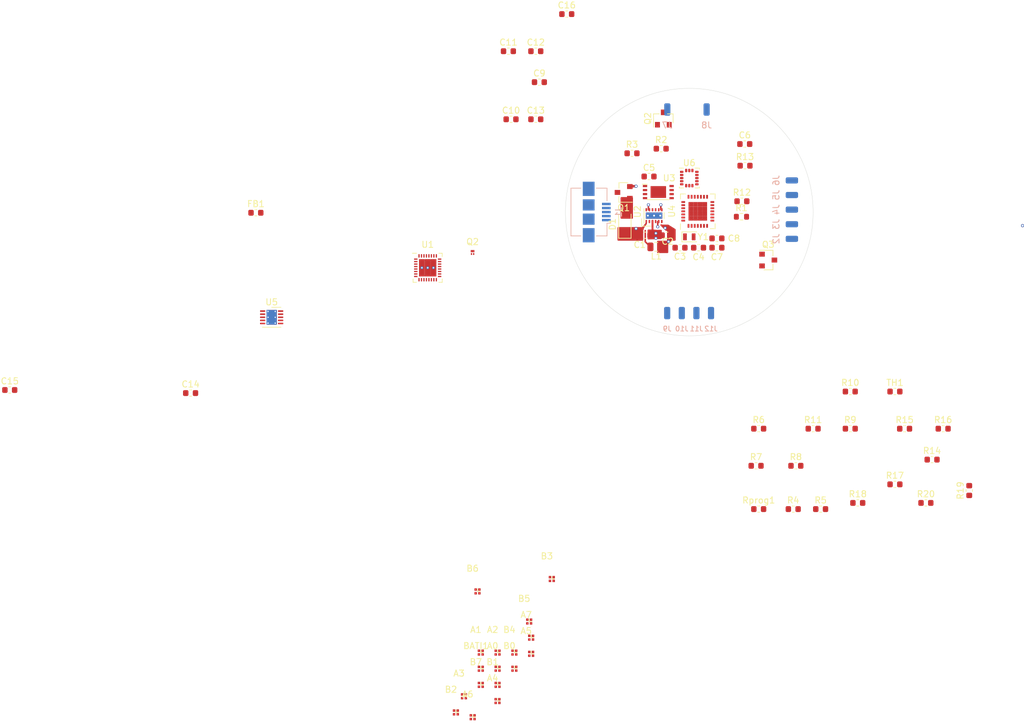
<source format=kicad_pcb>
(kicad_pcb (version 20171130) (host pcbnew 5.1.8+dfsg1-1~bpo10+1)

  (general
    (thickness 1.6)
    (drawings 1)
    (tracks 21)
    (zones 0)
    (modules 81)
    (nets 90)
  )

  (page A4)
  (layers
    (0 F.Cu signal)
    (1 In1.Cu signal)
    (2 In2.Cu signal)
    (31 B.Cu signal)
    (32 B.Adhes user)
    (33 F.Adhes user)
    (34 B.Paste user)
    (35 F.Paste user)
    (36 B.SilkS user)
    (37 F.SilkS user)
    (38 B.Mask user)
    (39 F.Mask user)
    (40 Dwgs.User user)
    (41 Cmts.User user)
    (42 Eco1.User user)
    (43 Eco2.User user)
    (44 Edge.Cuts user)
    (45 Margin user)
    (46 B.CrtYd user)
    (47 F.CrtYd user)
    (48 B.Fab user hide)
    (49 F.Fab user hide)
  )

  (setup
    (last_trace_width 0.25)
    (user_trace_width 0.3)
    (user_trace_width 0.35)
    (user_trace_width 0.4)
    (trace_clearance 0.2)
    (zone_clearance 0)
    (zone_45_only no)
    (trace_min 0.2)
    (via_size 0.5)
    (via_drill 0.3)
    (via_min_size 0.4)
    (via_min_drill 0.3)
    (uvia_size 0.3)
    (uvia_drill 0.1)
    (uvias_allowed no)
    (uvia_min_size 0.2)
    (uvia_min_drill 0.1)
    (edge_width 0.05)
    (segment_width 0.2)
    (pcb_text_width 0.3)
    (pcb_text_size 1.5 1.5)
    (mod_edge_width 0.12)
    (mod_text_size 1 1)
    (mod_text_width 0.15)
    (pad_size 0.975 1.4)
    (pad_drill 0)
    (pad_to_mask_clearance 0.051)
    (solder_mask_min_width 0.25)
    (aux_axis_origin 0 0)
    (visible_elements 7FFFFFFF)
    (pcbplotparams
      (layerselection 0x010fc_ffffffff)
      (usegerberextensions false)
      (usegerberattributes false)
      (usegerberadvancedattributes false)
      (creategerberjobfile false)
      (excludeedgelayer true)
      (linewidth 0.100000)
      (plotframeref false)
      (viasonmask false)
      (mode 1)
      (useauxorigin false)
      (hpglpennumber 1)
      (hpglpenspeed 20)
      (hpglpendiameter 15.000000)
      (psnegative false)
      (psa4output false)
      (plotreference true)
      (plotvalue true)
      (plotinvisibletext false)
      (padsonsilk false)
      (subtractmaskfromsilk false)
      (outputformat 1)
      (mirror false)
      (drillshape 1)
      (scaleselection 1)
      (outputdirectory ""))
  )

  (net 0 "")
  (net 1 G0)
  (net 2 R0)
  (net 3 B0)
  (net 4 CH0)
  (net 5 G1)
  (net 6 R1)
  (net 7 B1)
  (net 8 G2)
  (net 9 R2)
  (net 10 B2)
  (net 11 G3)
  (net 12 R3)
  (net 13 B3)
  (net 14 G4)
  (net 15 R4)
  (net 16 B4)
  (net 17 G5)
  (net 18 R5)
  (net 19 B5)
  (net 20 G6)
  (net 21 B6)
  (net 22 R6)
  (net 23 G7)
  (net 24 B7)
  (net 25 R7)
  (net 26 CH1)
  (net 27 "Net-(BATI1-Pad2)")
  (net 28 "Net-(BATI1-Pad3)")
  (net 29 "Net-(BATI1-Pad1)")
  (net 30 VBUS)
  (net 31 GND)
  (net 32 "Net-(C1-Pad1)")
  (net 33 OSC32_IN)
  (net 34 OSC32_OUT)
  (net 35 +BATT)
  (net 36 -BATT)
  (net 37 NRST)
  (net 38 VCC)
  (net 39 Vled)
  (net 40 "Net-(Q2-Pad2)")
  (net 41 THERM)
  (net 42 "Net-(R2-Pad1)")
  (net 43 "Net-(R3-Pad1)")
  (net 44 I2C1_SDA)
  (net 45 I2C2_SCL)
  (net 46 "Net-(R8-Pad2)")
  (net 47 "Net-(R9-Pad2)")
  (net 48 "Net-(R10-Pad2)")
  (net 49 I2C2_SDA)
  (net 50 SWCLK)
  (net 51 "Net-(Rprog1-Pad2)")
  (net 52 VSEL1)
  (net 53 VSEL2)
  (net 54 VSEL3)
  (net 55 PG)
  (net 56 CTRL)
  (net 57 "Net-(L1-Pad1)")
  (net 58 "Net-(U3-Pad9)")
  (net 59 ALARMB)
  (net 60 "Net-(U4-Pad28)")
  (net 61 SWDIO)
  (net 62 "Net-(U4-Pad17)")
  (net 63 "Net-(U4-Pad16)")
  (net 64 "Net-(U4-Pad15)")
  (net 65 INT2)
  (net 66 INT1)
  (net 67 S2)
  (net 68 S1)
  (net 69 "Net-(U4-Pad10)")
  (net 70 UART2_RX)
  (net 71 UART2_TX)
  (net 72 "Net-(U4-Pad7)")
  (net 73 "Net-(U4-Pad6)")
  (net 74 "Net-(U6-Pad16)")
  (net 75 "Net-(U6-Pad15)")
  (net 76 "Net-(U6-Pad13)")
  (net 77 "Net-(U6-Pad8)")
  (net 78 "Net-(U6-Pad3)")
  (net 79 "Net-(U6-Pad2)")
  (net 80 "Net-(C14-Pad2)")
  (net 81 "Net-(R15-Pad2)")
  (net 82 "Net-(R17-Pad1)")
  (net 83 IN_EN)
  (net 84 "Net-(FB1-Pad2)")
  (net 85 I2C1_SCL)
  (net 86 "Net-(J1-Pad6)")
  (net 87 "Net-(J1-Pad4)")
  (net 88 "Net-(J1-Pad3)")
  (net 89 "Net-(J1-Pad2)")

  (net_class Default "This is the default net class."
    (clearance 0.2)
    (trace_width 0.25)
    (via_dia 0.5)
    (via_drill 0.3)
    (uvia_dia 0.3)
    (uvia_drill 0.1)
    (add_net +BATT)
    (add_net -BATT)
    (add_net ALARMB)
    (add_net B0)
    (add_net B1)
    (add_net B2)
    (add_net B3)
    (add_net B4)
    (add_net B5)
    (add_net B6)
    (add_net B7)
    (add_net CH0)
    (add_net CH1)
    (add_net CTRL)
    (add_net G0)
    (add_net G1)
    (add_net G2)
    (add_net G3)
    (add_net G4)
    (add_net G5)
    (add_net G6)
    (add_net G7)
    (add_net GND)
    (add_net I2C1_SCL)
    (add_net I2C1_SDA)
    (add_net I2C2_SCL)
    (add_net I2C2_SDA)
    (add_net INT1)
    (add_net INT2)
    (add_net IN_EN)
    (add_net NRST)
    (add_net "Net-(BATI1-Pad1)")
    (add_net "Net-(BATI1-Pad2)")
    (add_net "Net-(BATI1-Pad3)")
    (add_net "Net-(C1-Pad1)")
    (add_net "Net-(C14-Pad2)")
    (add_net "Net-(FB1-Pad2)")
    (add_net "Net-(J1-Pad2)")
    (add_net "Net-(J1-Pad3)")
    (add_net "Net-(J1-Pad4)")
    (add_net "Net-(J1-Pad6)")
    (add_net "Net-(L1-Pad1)")
    (add_net "Net-(Q2-Pad2)")
    (add_net "Net-(R10-Pad2)")
    (add_net "Net-(R15-Pad2)")
    (add_net "Net-(R17-Pad1)")
    (add_net "Net-(R2-Pad1)")
    (add_net "Net-(R3-Pad1)")
    (add_net "Net-(R8-Pad2)")
    (add_net "Net-(R9-Pad2)")
    (add_net "Net-(Rprog1-Pad2)")
    (add_net "Net-(U3-Pad9)")
    (add_net "Net-(U4-Pad10)")
    (add_net "Net-(U4-Pad15)")
    (add_net "Net-(U4-Pad16)")
    (add_net "Net-(U4-Pad17)")
    (add_net "Net-(U4-Pad28)")
    (add_net "Net-(U4-Pad6)")
    (add_net "Net-(U4-Pad7)")
    (add_net "Net-(U6-Pad13)")
    (add_net "Net-(U6-Pad15)")
    (add_net "Net-(U6-Pad16)")
    (add_net "Net-(U6-Pad2)")
    (add_net "Net-(U6-Pad3)")
    (add_net "Net-(U6-Pad8)")
    (add_net OSC32_IN)
    (add_net OSC32_OUT)
    (add_net PG)
    (add_net R0)
    (add_net R1)
    (add_net R2)
    (add_net R3)
    (add_net R4)
    (add_net R5)
    (add_net R6)
    (add_net R7)
    (add_net S1)
    (add_net S2)
    (add_net SWCLK)
    (add_net SWDIO)
    (add_net THERM)
    (add_net UART2_RX)
    (add_net UART2_TX)
    (add_net VBUS)
    (add_net VCC)
    (add_net VSEL1)
    (add_net VSEL2)
    (add_net VSEL3)
    (add_net Vled)
  )

  (module Resistor_SMD:R_0603_1608Metric (layer F.Cu) (tedit 5F68FEEE) (tstamp 5FCAAC84)
    (at 183.425 75.75)
    (descr "Resistor SMD 0603 (1608 Metric), square (rectangular) end terminal, IPC_7351 nominal, (Body size source: IPC-SM-782 page 72, https://www.pcb-3d.com/wordpress/wp-content/uploads/ipc-sm-782a_amendment_1_and_2.pdf), generated with kicad-footprint-generator")
    (tags resistor)
    (path /5FD4DA62)
    (attr smd)
    (fp_text reference R1 (at 0 -1.43) (layer F.SilkS)
      (effects (font (size 1 1) (thickness 0.15)))
    )
    (fp_text value 10K (at 0 1.43) (layer F.Fab)
      (effects (font (size 1 1) (thickness 0.15)))
    )
    (fp_text user %R (at 0 0) (layer F.Fab)
      (effects (font (size 0.4 0.4) (thickness 0.06)))
    )
    (fp_line (start -0.8 0.4125) (end -0.8 -0.4125) (layer F.Fab) (width 0.1))
    (fp_line (start -0.8 -0.4125) (end 0.8 -0.4125) (layer F.Fab) (width 0.1))
    (fp_line (start 0.8 -0.4125) (end 0.8 0.4125) (layer F.Fab) (width 0.1))
    (fp_line (start 0.8 0.4125) (end -0.8 0.4125) (layer F.Fab) (width 0.1))
    (fp_line (start -0.237258 -0.5225) (end 0.237258 -0.5225) (layer F.SilkS) (width 0.12))
    (fp_line (start -0.237258 0.5225) (end 0.237258 0.5225) (layer F.SilkS) (width 0.12))
    (fp_line (start -1.48 0.73) (end -1.48 -0.73) (layer F.CrtYd) (width 0.05))
    (fp_line (start -1.48 -0.73) (end 1.48 -0.73) (layer F.CrtYd) (width 0.05))
    (fp_line (start 1.48 -0.73) (end 1.48 0.73) (layer F.CrtYd) (width 0.05))
    (fp_line (start 1.48 0.73) (end -1.48 0.73) (layer F.CrtYd) (width 0.05))
    (pad 2 smd roundrect (at 0.825 0) (size 0.8 0.95) (layers F.Cu F.Paste F.Mask) (roundrect_rratio 0.25)
      (net 31 GND))
    (pad 1 smd roundrect (at -0.825 0) (size 0.8 0.95) (layers F.Cu F.Paste F.Mask) (roundrect_rratio 0.25)
      (net 61 SWDIO))
    (model ${KISYS3DMOD}/Resistor_SMD.3dshapes/R_0603_1608Metric.wrl
      (at (xyz 0 0 0))
      (scale (xyz 1 1 1))
      (rotate (xyz 0 0 0))
    )
  )

  (module Connector_USB:USB_Micro-B_Amphenol_10104110_Horizontal (layer B.Cu) (tedit 5E5842A1) (tstamp 5FCA021F)
    (at 160.05 74.99 90)
    (descr "USB Micro-B, horizontal, https://cdn.amphenol-icc.com/media/wysiwyg/files/drawing/10104110.pdf")
    (tags "USB Micro B horizontal")
    (path /5FAA7B3D)
    (attr smd)
    (fp_text reference J1 (at 0 3.55 -90) (layer B.SilkS)
      (effects (font (size 1 1) (thickness 0.15)) (justify mirror))
    )
    (fp_text value USB_B_Micro (at 0 -5.35 -90) (layer B.Fab)
      (effects (font (size 1 1) (thickness 0.15)) (justify mirror))
    )
    (fp_text user "PCB edge" (at 0 -2.75 -90) (layer Dwgs.User)
      (effects (font (size 0.5 0.5) (thickness 0.08)))
    )
    (fp_text user %R (at 0 0.2 -90) (layer B.Fab)
      (effects (font (size 1 1) (thickness 0.15)) (justify mirror))
    )
    (fp_line (start -3.86 -4.16) (end -3.86 -2.55) (layer B.SilkS) (width 0.12))
    (fp_line (start 3.86 1.66) (end 1.8 1.66) (layer B.SilkS) (width 0.12))
    (fp_line (start 3.86 -0.05) (end 3.86 1.66) (layer B.SilkS) (width 0.12))
    (fp_line (start -3.86 1.66) (end -1.8 1.66) (layer B.SilkS) (width 0.12))
    (fp_line (start -3.86 -0.05) (end -3.86 1.66) (layer B.SilkS) (width 0.12))
    (fp_line (start -1.3 1.85) (end -0.9 2.25) (layer B.Fab) (width 0.1))
    (fp_line (start -0.9 2.25) (end -1.7 2.25) (layer B.Fab) (width 0.1))
    (fp_line (start -1.7 2.25) (end -1.3 1.85) (layer B.Fab) (width 0.1))
    (fp_line (start -3.75 -4.05) (end -3.75 1.55) (layer B.Fab) (width 0.1))
    (fp_line (start 3.75 -4.05) (end -3.75 -4.05) (layer B.Fab) (width 0.1))
    (fp_line (start 3.75 1.55) (end 3.75 -4.05) (layer B.Fab) (width 0.1))
    (fp_line (start -3.75 1.55) (end 3.75 1.55) (layer B.Fab) (width 0.1))
    (fp_line (start -2.6 -2.75) (end 2.6 -2.75) (layer B.Fab) (width 0.1))
    (fp_line (start -3.86 -4.16) (end 3.86 -4.16) (layer B.SilkS) (width 0.12))
    (fp_line (start 3.86 -4.16) (end 3.86 -2.55) (layer B.SilkS) (width 0.12))
    (fp_line (start -1.8 1.66) (end -1.8 2.25) (layer B.SilkS) (width 0.12))
    (fp_line (start -5.4 2.75) (end -5.4 -4.55) (layer B.CrtYd) (width 0.05))
    (fp_line (start -5.4 -4.55) (end 5.4 -4.55) (layer B.CrtYd) (width 0.05))
    (fp_line (start 5.4 -4.55) (end 5.4 2.75) (layer B.CrtYd) (width 0.05))
    (fp_line (start 5.4 2.75) (end -5.4 2.75) (layer B.CrtYd) (width 0.05))
    (pad 1 smd rect (at -1.3 1.55 90) (size 0.4 1.4) (layers B.Cu B.Paste B.Mask)
      (net 84 "Net-(FB1-Pad2)"))
    (pad 2 smd rect (at -0.65 1.55 90) (size 0.4 1.4) (layers B.Cu B.Paste B.Mask)
      (net 89 "Net-(J1-Pad2)"))
    (pad 3 smd rect (at 0 1.55 90) (size 0.4 1.4) (layers B.Cu B.Paste B.Mask)
      (net 88 "Net-(J1-Pad3)"))
    (pad 4 smd rect (at 0.65 1.55 90) (size 0.4 1.4) (layers B.Cu B.Paste B.Mask)
      (net 87 "Net-(J1-Pad4)"))
    (pad 5 smd rect (at 1.3 1.55 90) (size 0.4 1.4) (layers B.Cu B.Paste B.Mask)
      (net 31 GND))
    (pad 6 smd rect (at -3.75 -1.3 90) (size 2.3 1.9) (layers B.Cu B.Paste B.Mask)
      (net 86 "Net-(J1-Pad6)"))
    (pad 6 smd rect (at 3.75 -1.3 90) (size 2.3 1.9) (layers B.Cu B.Paste B.Mask)
      (net 86 "Net-(J1-Pad6)"))
    (pad 6 smd rect (at -1.15 -1.3 90) (size 1.8 1.9) (layers B.Cu B.Paste B.Mask)
      (net 86 "Net-(J1-Pad6)"))
    (pad 6 smd rect (at 1.15 -1.3 90) (size 1.8 1.9) (layers B.Cu B.Paste B.Mask)
      (net 86 "Net-(J1-Pad6)"))
    (model ${KISYS3DMOD}/Connector_USB.3dshapes/USB_Micro-B_Amphenol_10104110_Horizontal.wrl
      (at (xyz 0 0 0))
      (scale (xyz 1 1 1))
      (rotate (xyz 0 0 0))
    )
  )

  (module Connector_Wire:SolderWirePad_1x01_SMD_1x2mm (layer B.Cu) (tedit 5DD6EB27) (tstamp 5FCA1714)
    (at 178.510001 91.320001)
    (descr "Wire Pad, Square, SMD Pad,  5mm x 10mm,")
    (tags "MesurementPoint Square SMDPad 5mmx10mm ")
    (path /5FEAC6D2)
    (attr virtual)
    (fp_text reference J12 (at 0 2.54) (layer B.SilkS)
      (effects (font (size 0.8 0.8) (thickness 0.15)) (justify mirror))
    )
    (fp_text value I2C1_SCL (at 0 -2.54) (layer B.Fab)
      (effects (font (size 1 1) (thickness 0.15)) (justify mirror))
    )
    (fp_line (start -0.63 -1.27) (end -0.63 1.27) (layer B.Fab) (width 0.1))
    (fp_line (start 0.63 -1.27) (end -0.63 -1.27) (layer B.Fab) (width 0.1))
    (fp_line (start 0.63 1.27) (end 0.63 -1.27) (layer B.Fab) (width 0.1))
    (fp_line (start -0.63 1.27) (end 0.63 1.27) (layer B.Fab) (width 0.1))
    (fp_line (start -0.63 1.27) (end -0.63 -1.27) (layer B.CrtYd) (width 0.05))
    (fp_line (start -0.63 -1.27) (end 0.63 -1.27) (layer B.CrtYd) (width 0.05))
    (fp_line (start 0.63 -1.27) (end 0.63 1.27) (layer B.CrtYd) (width 0.05))
    (fp_line (start 0.63 1.27) (end -0.63 1.27) (layer B.CrtYd) (width 0.05))
    (fp_text user %R (at 0 0) (layer B.Fab)
      (effects (font (size 1 1) (thickness 0.15)) (justify mirror))
    )
    (pad 1 smd roundrect (at 0 0) (size 1 2) (layers B.Cu B.Paste B.Mask) (roundrect_rratio 0.25)
      (net 85 I2C1_SCL))
  )

  (module Connector_Wire:SolderWirePad_1x01_SMD_1x2mm (layer B.Cu) (tedit 5DD6EB27) (tstamp 5FCA1706)
    (at 176.150001 91.320001)
    (descr "Wire Pad, Square, SMD Pad,  5mm x 10mm,")
    (tags "MesurementPoint Square SMDPad 5mmx10mm ")
    (path /5FEAC6CC)
    (attr virtual)
    (fp_text reference J11 (at 0 2.54) (layer B.SilkS)
      (effects (font (size 0.8 0.8) (thickness 0.15)) (justify mirror))
    )
    (fp_text value I2C1_SDA (at 0 -2.54) (layer B.Fab)
      (effects (font (size 1 1) (thickness 0.15)) (justify mirror))
    )
    (fp_line (start -0.63 -1.27) (end -0.63 1.27) (layer B.Fab) (width 0.1))
    (fp_line (start 0.63 -1.27) (end -0.63 -1.27) (layer B.Fab) (width 0.1))
    (fp_line (start 0.63 1.27) (end 0.63 -1.27) (layer B.Fab) (width 0.1))
    (fp_line (start -0.63 1.27) (end 0.63 1.27) (layer B.Fab) (width 0.1))
    (fp_line (start -0.63 1.27) (end -0.63 -1.27) (layer B.CrtYd) (width 0.05))
    (fp_line (start -0.63 -1.27) (end 0.63 -1.27) (layer B.CrtYd) (width 0.05))
    (fp_line (start 0.63 -1.27) (end 0.63 1.27) (layer B.CrtYd) (width 0.05))
    (fp_line (start 0.63 1.27) (end -0.63 1.27) (layer B.CrtYd) (width 0.05))
    (fp_text user %R (at 0 0) (layer B.Fab)
      (effects (font (size 1 1) (thickness 0.15)) (justify mirror))
    )
    (pad 1 smd roundrect (at 0 0) (size 1 2) (layers B.Cu B.Paste B.Mask) (roundrect_rratio 0.25)
      (net 44 I2C1_SDA))
  )

  (module Connector_Wire:SolderWirePad_1x01_SMD_1x2mm (layer B.Cu) (tedit 5DD6EB27) (tstamp 5FCA16F8)
    (at 173.790001 91.320001)
    (descr "Wire Pad, Square, SMD Pad,  5mm x 10mm,")
    (tags "MesurementPoint Square SMDPad 5mmx10mm ")
    (path /5FE53EE0)
    (attr virtual)
    (fp_text reference J10 (at 0 2.54) (layer B.SilkS)
      (effects (font (size 0.8 0.8) (thickness 0.15)) (justify mirror))
    )
    (fp_text value I2C2_SCL (at 0 -2.54) (layer B.Fab)
      (effects (font (size 1 1) (thickness 0.15)) (justify mirror))
    )
    (fp_line (start -0.63 -1.27) (end -0.63 1.27) (layer B.Fab) (width 0.1))
    (fp_line (start 0.63 -1.27) (end -0.63 -1.27) (layer B.Fab) (width 0.1))
    (fp_line (start 0.63 1.27) (end 0.63 -1.27) (layer B.Fab) (width 0.1))
    (fp_line (start -0.63 1.27) (end 0.63 1.27) (layer B.Fab) (width 0.1))
    (fp_line (start -0.63 1.27) (end -0.63 -1.27) (layer B.CrtYd) (width 0.05))
    (fp_line (start -0.63 -1.27) (end 0.63 -1.27) (layer B.CrtYd) (width 0.05))
    (fp_line (start 0.63 -1.27) (end 0.63 1.27) (layer B.CrtYd) (width 0.05))
    (fp_line (start 0.63 1.27) (end -0.63 1.27) (layer B.CrtYd) (width 0.05))
    (fp_text user %R (at 0 0) (layer B.Fab)
      (effects (font (size 1 1) (thickness 0.15)) (justify mirror))
    )
    (pad 1 smd roundrect (at 0 0) (size 1 2) (layers B.Cu B.Paste B.Mask) (roundrect_rratio 0.25)
      (net 45 I2C2_SCL))
  )

  (module Connector_Wire:SolderWirePad_1x01_SMD_1x2mm (layer B.Cu) (tedit 5DD6EB27) (tstamp 5FCA16EA)
    (at 171.430001 91.320001)
    (descr "Wire Pad, Square, SMD Pad,  5mm x 10mm,")
    (tags "MesurementPoint Square SMDPad 5mmx10mm ")
    (path /5FE52859)
    (attr virtual)
    (fp_text reference J9 (at 0 2.54) (layer B.SilkS)
      (effects (font (size 0.8 0.8) (thickness 0.15)) (justify mirror))
    )
    (fp_text value I2C2_SDA (at 0 -2.54) (layer B.Fab)
      (effects (font (size 1 1) (thickness 0.15)) (justify mirror))
    )
    (fp_line (start -0.63 -1.27) (end -0.63 1.27) (layer B.Fab) (width 0.1))
    (fp_line (start 0.63 -1.27) (end -0.63 -1.27) (layer B.Fab) (width 0.1))
    (fp_line (start 0.63 1.27) (end 0.63 -1.27) (layer B.Fab) (width 0.1))
    (fp_line (start -0.63 1.27) (end 0.63 1.27) (layer B.Fab) (width 0.1))
    (fp_line (start -0.63 1.27) (end -0.63 -1.27) (layer B.CrtYd) (width 0.05))
    (fp_line (start -0.63 -1.27) (end 0.63 -1.27) (layer B.CrtYd) (width 0.05))
    (fp_line (start 0.63 -1.27) (end 0.63 1.27) (layer B.CrtYd) (width 0.05))
    (fp_line (start 0.63 1.27) (end -0.63 1.27) (layer B.CrtYd) (width 0.05))
    (fp_text user %R (at 0 0) (layer B.Fab)
      (effects (font (size 1 1) (thickness 0.15)) (justify mirror))
    )
    (pad 1 smd roundrect (at 0 0) (size 1 2) (layers B.Cu B.Paste B.Mask) (roundrect_rratio 0.25)
      (net 49 I2C2_SDA))
  )

  (module Connector_Wire:SolderWirePad_1x01_SMD_1x2mm (layer B.Cu) (tedit 5DD6EB27) (tstamp 5FC9EB3B)
    (at 191.570001 69.879999 270)
    (descr "Wire Pad, Square, SMD Pad,  5mm x 10mm,")
    (tags "MesurementPoint Square SMDPad 5mmx10mm ")
    (path /5FF177EF)
    (attr virtual)
    (fp_text reference J6 (at 0 2.54 270) (layer B.SilkS)
      (effects (font (size 1 1) (thickness 0.15)) (justify mirror))
    )
    (fp_text value UART2_RX (at 0 -2.54 270) (layer B.Fab)
      (effects (font (size 1 1) (thickness 0.15)) (justify mirror))
    )
    (fp_line (start -0.63 -1.27) (end -0.63 1.27) (layer B.Fab) (width 0.1))
    (fp_line (start 0.63 -1.27) (end -0.63 -1.27) (layer B.Fab) (width 0.1))
    (fp_line (start 0.63 1.27) (end 0.63 -1.27) (layer B.Fab) (width 0.1))
    (fp_line (start -0.63 1.27) (end 0.63 1.27) (layer B.Fab) (width 0.1))
    (fp_line (start -0.63 1.27) (end -0.63 -1.27) (layer B.CrtYd) (width 0.05))
    (fp_line (start -0.63 -1.27) (end 0.63 -1.27) (layer B.CrtYd) (width 0.05))
    (fp_line (start 0.63 -1.27) (end 0.63 1.27) (layer B.CrtYd) (width 0.05))
    (fp_line (start 0.63 1.27) (end -0.63 1.27) (layer B.CrtYd) (width 0.05))
    (fp_text user %R (at 0 0 270) (layer B.Fab)
      (effects (font (size 1 1) (thickness 0.15)) (justify mirror))
    )
    (pad 1 smd roundrect (at 0 0 270) (size 1 2) (layers B.Cu B.Paste B.Mask) (roundrect_rratio 0.25)
      (net 70 UART2_RX))
  )

  (module Connector_Wire:SolderWirePad_1x01_SMD_1x2mm (layer B.Cu) (tedit 5DD6EB27) (tstamp 5FC9EB2D)
    (at 191.570001 72.239999 270)
    (descr "Wire Pad, Square, SMD Pad,  5mm x 10mm,")
    (tags "MesurementPoint Square SMDPad 5mmx10mm ")
    (path /5FF16D04)
    (attr virtual)
    (fp_text reference J5 (at 0 2.54 270) (layer B.SilkS)
      (effects (font (size 1 1) (thickness 0.15)) (justify mirror))
    )
    (fp_text value UART2_TX (at 0 -2.54 270) (layer B.Fab)
      (effects (font (size 1 1) (thickness 0.15)) (justify mirror))
    )
    (fp_line (start -0.63 -1.27) (end -0.63 1.27) (layer B.Fab) (width 0.1))
    (fp_line (start 0.63 -1.27) (end -0.63 -1.27) (layer B.Fab) (width 0.1))
    (fp_line (start 0.63 1.27) (end 0.63 -1.27) (layer B.Fab) (width 0.1))
    (fp_line (start -0.63 1.27) (end 0.63 1.27) (layer B.Fab) (width 0.1))
    (fp_line (start -0.63 1.27) (end -0.63 -1.27) (layer B.CrtYd) (width 0.05))
    (fp_line (start -0.63 -1.27) (end 0.63 -1.27) (layer B.CrtYd) (width 0.05))
    (fp_line (start 0.63 -1.27) (end 0.63 1.27) (layer B.CrtYd) (width 0.05))
    (fp_line (start 0.63 1.27) (end -0.63 1.27) (layer B.CrtYd) (width 0.05))
    (fp_text user %R (at 0 0 270) (layer B.Fab)
      (effects (font (size 1 1) (thickness 0.15)) (justify mirror))
    )
    (pad 1 smd roundrect (at 0 0 270) (size 1 2) (layers B.Cu B.Paste B.Mask) (roundrect_rratio 0.25)
      (net 71 UART2_TX))
  )

  (module Connector_Wire:SolderWirePad_1x01_SMD_1x2mm (layer B.Cu) (tedit 5DD6EB27) (tstamp 5FC9EB1F)
    (at 191.570001 74.599999 270)
    (descr "Wire Pad, Square, SMD Pad,  5mm x 10mm,")
    (tags "MesurementPoint Square SMDPad 5mmx10mm ")
    (path /5FE2428A)
    (attr virtual)
    (fp_text reference J4 (at 0 2.54 270) (layer B.SilkS)
      (effects (font (size 1 1) (thickness 0.15)) (justify mirror))
    )
    (fp_text value SWDIO (at 0 -2.54 270) (layer B.Fab)
      (effects (font (size 1 1) (thickness 0.15)) (justify mirror))
    )
    (fp_line (start -0.63 -1.27) (end -0.63 1.27) (layer B.Fab) (width 0.1))
    (fp_line (start 0.63 -1.27) (end -0.63 -1.27) (layer B.Fab) (width 0.1))
    (fp_line (start 0.63 1.27) (end 0.63 -1.27) (layer B.Fab) (width 0.1))
    (fp_line (start -0.63 1.27) (end 0.63 1.27) (layer B.Fab) (width 0.1))
    (fp_line (start -0.63 1.27) (end -0.63 -1.27) (layer B.CrtYd) (width 0.05))
    (fp_line (start -0.63 -1.27) (end 0.63 -1.27) (layer B.CrtYd) (width 0.05))
    (fp_line (start 0.63 -1.27) (end 0.63 1.27) (layer B.CrtYd) (width 0.05))
    (fp_line (start 0.63 1.27) (end -0.63 1.27) (layer B.CrtYd) (width 0.05))
    (fp_text user %R (at 0 0 270) (layer B.Fab)
      (effects (font (size 1 1) (thickness 0.15)) (justify mirror))
    )
    (pad 1 smd roundrect (at 0 0 270) (size 1 2) (layers B.Cu B.Paste B.Mask) (roundrect_rratio 0.25)
      (net 61 SWDIO))
  )

  (module Connector_Wire:SolderWirePad_1x01_SMD_1x2mm (layer B.Cu) (tedit 5DD6EB27) (tstamp 5FC9EB11)
    (at 191.570001 76.959999 270)
    (descr "Wire Pad, Square, SMD Pad,  5mm x 10mm,")
    (tags "MesurementPoint Square SMDPad 5mmx10mm ")
    (path /5FE23E22)
    (attr virtual)
    (fp_text reference J3 (at 0 2.54 270) (layer B.SilkS)
      (effects (font (size 1 1) (thickness 0.15)) (justify mirror))
    )
    (fp_text value SWCLK (at 0 -2.54 270) (layer B.Fab)
      (effects (font (size 1 1) (thickness 0.15)) (justify mirror))
    )
    (fp_line (start -0.63 -1.27) (end -0.63 1.27) (layer B.Fab) (width 0.1))
    (fp_line (start 0.63 -1.27) (end -0.63 -1.27) (layer B.Fab) (width 0.1))
    (fp_line (start 0.63 1.27) (end 0.63 -1.27) (layer B.Fab) (width 0.1))
    (fp_line (start -0.63 1.27) (end 0.63 1.27) (layer B.Fab) (width 0.1))
    (fp_line (start -0.63 1.27) (end -0.63 -1.27) (layer B.CrtYd) (width 0.05))
    (fp_line (start -0.63 -1.27) (end 0.63 -1.27) (layer B.CrtYd) (width 0.05))
    (fp_line (start 0.63 -1.27) (end 0.63 1.27) (layer B.CrtYd) (width 0.05))
    (fp_line (start 0.63 1.27) (end -0.63 1.27) (layer B.CrtYd) (width 0.05))
    (fp_text user %R (at 0 0 270) (layer B.Fab)
      (effects (font (size 1 1) (thickness 0.15)) (justify mirror))
    )
    (pad 1 smd roundrect (at 0 0 270) (size 1 2) (layers B.Cu B.Paste B.Mask) (roundrect_rratio 0.25)
      (net 50 SWCLK))
  )

  (module Connector_Wire:SolderWirePad_1x01_SMD_1x2mm (layer B.Cu) (tedit 5DD6EB27) (tstamp 5FC9EB03)
    (at 191.570001 79.319999 270)
    (descr "Wire Pad, Square, SMD Pad,  5mm x 10mm,")
    (tags "MesurementPoint Square SMDPad 5mmx10mm ")
    (path /5FE1E498)
    (attr virtual)
    (fp_text reference J2 (at 0 2.54 270) (layer B.SilkS)
      (effects (font (size 1 1) (thickness 0.15)) (justify mirror))
    )
    (fp_text value NRST (at 0 -2.54 270) (layer B.Fab)
      (effects (font (size 1 1) (thickness 0.15)) (justify mirror))
    )
    (fp_line (start -0.63 -1.27) (end -0.63 1.27) (layer B.Fab) (width 0.1))
    (fp_line (start 0.63 -1.27) (end -0.63 -1.27) (layer B.Fab) (width 0.1))
    (fp_line (start 0.63 1.27) (end 0.63 -1.27) (layer B.Fab) (width 0.1))
    (fp_line (start -0.63 1.27) (end 0.63 1.27) (layer B.Fab) (width 0.1))
    (fp_line (start -0.63 1.27) (end -0.63 -1.27) (layer B.CrtYd) (width 0.05))
    (fp_line (start -0.63 -1.27) (end 0.63 -1.27) (layer B.CrtYd) (width 0.05))
    (fp_line (start 0.63 -1.27) (end 0.63 1.27) (layer B.CrtYd) (width 0.05))
    (fp_line (start 0.63 1.27) (end -0.63 1.27) (layer B.CrtYd) (width 0.05))
    (fp_text user %R (at 0 0 270) (layer B.Fab)
      (effects (font (size 1 1) (thickness 0.15)) (justify mirror))
    )
    (pad 1 smd roundrect (at 0 0 270) (size 1 2) (layers B.Cu B.Paste B.Mask) (roundrect_rratio 0.25)
      (net 37 NRST))
  )

  (module Connector_Wire:SolderWirePad_1x01_SMD_1x2mm (layer B.Cu) (tedit 5DD6EB27) (tstamp 5FC9EE54)
    (at 177.8 58.42)
    (descr "Wire Pad, Square, SMD Pad,  5mm x 10mm,")
    (tags "MesurementPoint Square SMDPad 5mmx10mm ")
    (path /5FD7A48E)
    (attr virtual)
    (fp_text reference J8 (at 0 2.54) (layer B.SilkS)
      (effects (font (size 1 1) (thickness 0.15)) (justify mirror))
    )
    (fp_text value -BATT (at 0 -2.54) (layer B.Fab)
      (effects (font (size 1 1) (thickness 0.15)) (justify mirror))
    )
    (fp_line (start -0.63 -1.27) (end -0.63 1.27) (layer B.Fab) (width 0.1))
    (fp_line (start 0.63 -1.27) (end -0.63 -1.27) (layer B.Fab) (width 0.1))
    (fp_line (start 0.63 1.27) (end 0.63 -1.27) (layer B.Fab) (width 0.1))
    (fp_line (start -0.63 1.27) (end 0.63 1.27) (layer B.Fab) (width 0.1))
    (fp_line (start -0.63 1.27) (end -0.63 -1.27) (layer B.CrtYd) (width 0.05))
    (fp_line (start -0.63 -1.27) (end 0.63 -1.27) (layer B.CrtYd) (width 0.05))
    (fp_line (start 0.63 -1.27) (end 0.63 1.27) (layer B.CrtYd) (width 0.05))
    (fp_line (start 0.63 1.27) (end -0.63 1.27) (layer B.CrtYd) (width 0.05))
    (fp_text user %R (at 0 0) (layer B.Fab)
      (effects (font (size 1 1) (thickness 0.15)) (justify mirror))
    )
    (pad 1 smd roundrect (at 0 0) (size 1 2) (layers B.Cu B.Paste B.Mask) (roundrect_rratio 0.25)
      (net 36 -BATT))
  )

  (module Connector_Wire:SolderWirePad_1x01_SMD_1x2mm (layer B.Cu) (tedit 5DD6EB27) (tstamp 5FC9ECF2)
    (at 171.45 58.42)
    (descr "Wire Pad, Square, SMD Pad,  5mm x 10mm,")
    (tags "MesurementPoint Square SMDPad 5mmx10mm ")
    (path /5FD6E47F)
    (attr virtual)
    (fp_text reference J7 (at 0 2.54) (layer B.SilkS)
      (effects (font (size 1 1) (thickness 0.15)) (justify mirror))
    )
    (fp_text value +BATT (at 0 -2.54) (layer B.Fab)
      (effects (font (size 1 1) (thickness 0.15)) (justify mirror))
    )
    (fp_line (start -0.63 -1.27) (end -0.63 1.27) (layer B.Fab) (width 0.1))
    (fp_line (start 0.63 -1.27) (end -0.63 -1.27) (layer B.Fab) (width 0.1))
    (fp_line (start 0.63 1.27) (end 0.63 -1.27) (layer B.Fab) (width 0.1))
    (fp_line (start -0.63 1.27) (end 0.63 1.27) (layer B.Fab) (width 0.1))
    (fp_line (start -0.63 1.27) (end -0.63 -1.27) (layer B.CrtYd) (width 0.05))
    (fp_line (start -0.63 -1.27) (end 0.63 -1.27) (layer B.CrtYd) (width 0.05))
    (fp_line (start 0.63 -1.27) (end 0.63 1.27) (layer B.CrtYd) (width 0.05))
    (fp_line (start 0.63 1.27) (end -0.63 1.27) (layer B.CrtYd) (width 0.05))
    (fp_text user %R (at 0 0) (layer B.Fab)
      (effects (font (size 1 1) (thickness 0.15)) (justify mirror))
    )
    (pad 1 smd roundrect (at 0 0) (size 1 2) (layers B.Cu B.Paste B.Mask) (roundrect_rratio 0.25)
      (net 35 +BATT))
  )

  (module Capacitor_SMD:C_0603_1608Metric (layer F.Cu) (tedit 5B301BBE) (tstamp 5FC9EC4A)
    (at 171.401 78.749 180)
    (descr "Capacitor SMD 0603 (1608 Metric), square (rectangular) end terminal, IPC_7351 nominal, (Body size source: http://www.tortai-tech.com/upload/download/2011102023233369053.pdf), generated with kicad-footprint-generator")
    (tags capacitor)
    (path /5FA82CCC)
    (attr smd)
    (fp_text reference C2 (at -0.099 -1.001) (layer F.SilkS)
      (effects (font (size 1 1) (thickness 0.15)))
    )
    (fp_text value 10uF (at 0 1.43) (layer F.Fab)
      (effects (font (size 1 1) (thickness 0.15)))
    )
    (fp_line (start 1.48 0.73) (end -1.48 0.73) (layer F.CrtYd) (width 0.05))
    (fp_line (start 1.48 -0.73) (end 1.48 0.73) (layer F.CrtYd) (width 0.05))
    (fp_line (start -1.48 -0.73) (end 1.48 -0.73) (layer F.CrtYd) (width 0.05))
    (fp_line (start -1.48 0.73) (end -1.48 -0.73) (layer F.CrtYd) (width 0.05))
    (fp_line (start -0.162779 0.51) (end 0.162779 0.51) (layer F.SilkS) (width 0.12))
    (fp_line (start -0.162779 -0.51) (end 0.162779 -0.51) (layer F.SilkS) (width 0.12))
    (fp_line (start 0.8 0.4) (end -0.8 0.4) (layer F.Fab) (width 0.1))
    (fp_line (start 0.8 -0.4) (end 0.8 0.4) (layer F.Fab) (width 0.1))
    (fp_line (start -0.8 -0.4) (end 0.8 -0.4) (layer F.Fab) (width 0.1))
    (fp_line (start -0.8 0.4) (end -0.8 -0.4) (layer F.Fab) (width 0.1))
    (fp_text user %R (at 0 0) (layer F.Fab)
      (effects (font (size 0.4 0.4) (thickness 0.06)))
    )
    (pad 2 smd roundrect (at 0.7875 0 180) (size 0.875 0.95) (layers F.Cu F.Paste F.Mask) (roundrect_rratio 0.25)
      (net 31 GND))
    (pad 1 smd roundrect (at -0.7875 0 180) (size 0.875 0.95) (layers F.Cu F.Paste F.Mask) (roundrect_rratio 0.25)
      (net 38 VCC))
    (model ${KISYS3DMOD}/Capacitor_SMD.3dshapes/C_0603_1608Metric.wrl
      (at (xyz 0 0 0))
      (scale (xyz 1 1 1))
      (rotate (xyz 0 0 0))
    )
  )

  (module Resistor_SMD:R_0603_1608Metric (layer F.Cu) (tedit 5B301BBD) (tstamp 5FCA0D14)
    (at 213.2125 122)
    (descr "Resistor SMD 0603 (1608 Metric), square (rectangular) end terminal, IPC_7351 nominal, (Body size source: http://www.tortai-tech.com/upload/download/2011102023233369053.pdf), generated with kicad-footprint-generator")
    (tags resistor)
    (path /5FD69596)
    (attr smd)
    (fp_text reference R20 (at 0 -1.43) (layer F.SilkS)
      (effects (font (size 1 1) (thickness 0.15)))
    )
    (fp_text value 10K (at 0 1.43) (layer F.Fab)
      (effects (font (size 1 1) (thickness 0.15)))
    )
    (fp_line (start 1.48 0.73) (end -1.48 0.73) (layer F.CrtYd) (width 0.05))
    (fp_line (start 1.48 -0.73) (end 1.48 0.73) (layer F.CrtYd) (width 0.05))
    (fp_line (start -1.48 -0.73) (end 1.48 -0.73) (layer F.CrtYd) (width 0.05))
    (fp_line (start -1.48 0.73) (end -1.48 -0.73) (layer F.CrtYd) (width 0.05))
    (fp_line (start -0.162779 0.51) (end 0.162779 0.51) (layer F.SilkS) (width 0.12))
    (fp_line (start -0.162779 -0.51) (end 0.162779 -0.51) (layer F.SilkS) (width 0.12))
    (fp_line (start 0.8 0.4) (end -0.8 0.4) (layer F.Fab) (width 0.1))
    (fp_line (start 0.8 -0.4) (end 0.8 0.4) (layer F.Fab) (width 0.1))
    (fp_line (start -0.8 -0.4) (end 0.8 -0.4) (layer F.Fab) (width 0.1))
    (fp_line (start -0.8 0.4) (end -0.8 -0.4) (layer F.Fab) (width 0.1))
    (fp_text user %R (at 0 0) (layer F.Fab)
      (effects (font (size 0.4 0.4) (thickness 0.06)))
    )
    (pad 2 smd roundrect (at 0.7875 0) (size 0.875 0.95) (layers F.Cu F.Paste F.Mask) (roundrect_rratio 0.25)
      (net 31 GND))
    (pad 1 smd roundrect (at -0.7875 0) (size 0.875 0.95) (layers F.Cu F.Paste F.Mask) (roundrect_rratio 0.25)
      (net 67 S2))
    (model ${KISYS3DMOD}/Resistor_SMD.3dshapes/R_0603_1608Metric.wrl
      (at (xyz 0 0 0))
      (scale (xyz 1 1 1))
      (rotate (xyz 0 0 0))
    )
  )

  (module Resistor_SMD:R_0603_1608Metric (layer F.Cu) (tedit 5B301BBD) (tstamp 5FC9E326)
    (at 220.2125 120 90)
    (descr "Resistor SMD 0603 (1608 Metric), square (rectangular) end terminal, IPC_7351 nominal, (Body size source: http://www.tortai-tech.com/upload/download/2011102023233369053.pdf), generated with kicad-footprint-generator")
    (tags resistor)
    (path /5FD68C88)
    (attr smd)
    (fp_text reference R19 (at 0 -1.43 90) (layer F.SilkS)
      (effects (font (size 1 1) (thickness 0.15)))
    )
    (fp_text value 10K (at 0 1.43 90) (layer F.Fab)
      (effects (font (size 1 1) (thickness 0.15)))
    )
    (fp_line (start 1.48 0.73) (end -1.48 0.73) (layer F.CrtYd) (width 0.05))
    (fp_line (start 1.48 -0.73) (end 1.48 0.73) (layer F.CrtYd) (width 0.05))
    (fp_line (start -1.48 -0.73) (end 1.48 -0.73) (layer F.CrtYd) (width 0.05))
    (fp_line (start -1.48 0.73) (end -1.48 -0.73) (layer F.CrtYd) (width 0.05))
    (fp_line (start -0.162779 0.51) (end 0.162779 0.51) (layer F.SilkS) (width 0.12))
    (fp_line (start -0.162779 -0.51) (end 0.162779 -0.51) (layer F.SilkS) (width 0.12))
    (fp_line (start 0.8 0.4) (end -0.8 0.4) (layer F.Fab) (width 0.1))
    (fp_line (start 0.8 -0.4) (end 0.8 0.4) (layer F.Fab) (width 0.1))
    (fp_line (start -0.8 -0.4) (end 0.8 -0.4) (layer F.Fab) (width 0.1))
    (fp_line (start -0.8 0.4) (end -0.8 -0.4) (layer F.Fab) (width 0.1))
    (fp_text user %R (at 0 0 90) (layer F.Fab)
      (effects (font (size 0.4 0.4) (thickness 0.06)))
    )
    (pad 2 smd roundrect (at 0.7875 0 90) (size 0.875 0.95) (layers F.Cu F.Paste F.Mask) (roundrect_rratio 0.25)
      (net 31 GND))
    (pad 1 smd roundrect (at -0.7875 0 90) (size 0.875 0.95) (layers F.Cu F.Paste F.Mask) (roundrect_rratio 0.25)
      (net 68 S1))
    (model ${KISYS3DMOD}/Resistor_SMD.3dshapes/R_0603_1608Metric.wrl
      (at (xyz 0 0 0))
      (scale (xyz 1 1 1))
      (rotate (xyz 0 0 0))
    )
  )

  (module Crystal:Crystal_SMD_2012-2Pin_2.0x1.2mm (layer F.Cu) (tedit 5A0FD1B2) (tstamp 5FC9B018)
    (at 175 79)
    (descr "SMD Crystal 2012/2 http://txccrystal.com/images/pdf/9ht11.pdf, 2.0x1.2mm^2 package")
    (tags "SMD SMT crystal")
    (path /5FBFDC01)
    (attr smd)
    (fp_text reference Y1 (at 2.25 0) (layer F.SilkS)
      (effects (font (size 1 1) (thickness 0.15)))
    )
    (fp_text value "32.768 KHz" (at 0 1.8) (layer F.Fab)
      (effects (font (size 1 1) (thickness 0.15)))
    )
    (fp_circle (center 0 0) (end 0.046667 0) (layer F.Adhes) (width 0.093333))
    (fp_circle (center 0 0) (end 0.106667 0) (layer F.Adhes) (width 0.066667))
    (fp_circle (center 0 0) (end 0.166667 0) (layer F.Adhes) (width 0.066667))
    (fp_circle (center 0 0) (end 0.2 0) (layer F.Adhes) (width 0.1))
    (fp_line (start 1.3 -0.9) (end -1.3 -0.9) (layer F.CrtYd) (width 0.05))
    (fp_line (start 1.3 0.9) (end 1.3 -0.9) (layer F.CrtYd) (width 0.05))
    (fp_line (start -1.3 0.9) (end 1.3 0.9) (layer F.CrtYd) (width 0.05))
    (fp_line (start -1.3 -0.9) (end -1.3 0.9) (layer F.CrtYd) (width 0.05))
    (fp_line (start -1.2 0.8) (end 1.2 0.8) (layer F.SilkS) (width 0.12))
    (fp_line (start -1.2 -0.8) (end -1.2 0.8) (layer F.SilkS) (width 0.12))
    (fp_line (start 1.2 -0.8) (end -1.2 -0.8) (layer F.SilkS) (width 0.12))
    (fp_line (start -1 0.1) (end -0.5 0.6) (layer F.Fab) (width 0.1))
    (fp_line (start 1 -0.6) (end -1 -0.6) (layer F.Fab) (width 0.1))
    (fp_line (start 1 0.6) (end 1 -0.6) (layer F.Fab) (width 0.1))
    (fp_line (start -1 0.6) (end 1 0.6) (layer F.Fab) (width 0.1))
    (fp_line (start -1 -0.6) (end -1 0.6) (layer F.Fab) (width 0.1))
    (fp_text user %R (at 0 0) (layer F.Fab)
      (effects (font (size 0.5 0.5) (thickness 0.075)))
    )
    (pad 2 smd rect (at 0.7 0) (size 0.6 1.1) (layers F.Cu F.Paste F.Mask)
      (net 34 OSC32_OUT))
    (pad 1 smd rect (at -0.7 0) (size 0.6 1.1) (layers F.Cu F.Paste F.Mask)
      (net 33 OSC32_IN))
    (model ${KISYS3DMOD}/Crystal.3dshapes/Crystal_SMD_2012-2Pin_2.0x1.2mm.wrl
      (at (xyz 0 0 0))
      (scale (xyz 1 1 1))
      (rotate (xyz 0 0 0))
    )
  )

  (module Resistor_SMD:R_0603_1608Metric (layer F.Cu) (tedit 5B301BBD) (tstamp 5FC8BF67)
    (at 208.2125 104)
    (descr "Resistor SMD 0603 (1608 Metric), square (rectangular) end terminal, IPC_7351 nominal, (Body size source: http://www.tortai-tech.com/upload/download/2011102023233369053.pdf), generated with kicad-footprint-generator")
    (tags resistor)
    (path /5FA595B0)
    (attr smd)
    (fp_text reference TH1 (at 0 -1.43) (layer F.SilkS)
      (effects (font (size 1 1) (thickness 0.15)))
    )
    (fp_text value 10K_Thermistor_NTC (at 0 1.43) (layer F.Fab)
      (effects (font (size 1 1) (thickness 0.15)))
    )
    (fp_line (start 1.48 0.73) (end -1.48 0.73) (layer F.CrtYd) (width 0.05))
    (fp_line (start 1.48 -0.73) (end 1.48 0.73) (layer F.CrtYd) (width 0.05))
    (fp_line (start -1.48 -0.73) (end 1.48 -0.73) (layer F.CrtYd) (width 0.05))
    (fp_line (start -1.48 0.73) (end -1.48 -0.73) (layer F.CrtYd) (width 0.05))
    (fp_line (start -0.162779 0.51) (end 0.162779 0.51) (layer F.SilkS) (width 0.12))
    (fp_line (start -0.162779 -0.51) (end 0.162779 -0.51) (layer F.SilkS) (width 0.12))
    (fp_line (start 0.8 0.4) (end -0.8 0.4) (layer F.Fab) (width 0.1))
    (fp_line (start 0.8 -0.4) (end 0.8 0.4) (layer F.Fab) (width 0.1))
    (fp_line (start -0.8 -0.4) (end 0.8 -0.4) (layer F.Fab) (width 0.1))
    (fp_line (start -0.8 0.4) (end -0.8 -0.4) (layer F.Fab) (width 0.1))
    (fp_text user %R (at 0 0) (layer F.Fab)
      (effects (font (size 0.4 0.4) (thickness 0.06)))
    )
    (pad 2 smd roundrect (at 0.7875 0) (size 0.875 0.95) (layers F.Cu F.Paste F.Mask) (roundrect_rratio 0.25)
      (net 41 THERM))
    (pad 1 smd roundrect (at -0.7875 0) (size 0.875 0.95) (layers F.Cu F.Paste F.Mask) (roundrect_rratio 0.25)
      (net 31 GND))
    (model ${KISYS3DMOD}/Resistor_SMD.3dshapes/R_0603_1608Metric.wrl
      (at (xyz 0 0 0))
      (scale (xyz 1 1 1))
      (rotate (xyz 0 0 0))
    )
  )

  (module Inductor_SMD:L_0805_2012Metric (layer F.Cu) (tedit 5B36C52B) (tstamp 5FC9ECC5)
    (at 169.6635 80.621)
    (descr "Inductor SMD 0805 (2012 Metric), square (rectangular) end terminal, IPC_7351 nominal, (Body size source: https://docs.google.com/spreadsheets/d/1BsfQQcO9C6DZCsRaXUlFlo91Tg2WpOkGARC1WS5S8t0/edit?usp=sharing), generated with kicad-footprint-generator")
    (tags inductor)
    (path /5FA7FCE1)
    (attr smd)
    (fp_text reference L1 (at 0 1.524) (layer F.SilkS)
      (effects (font (size 1 1) (thickness 0.15)))
    )
    (fp_text value L_Small (at 0 1.65) (layer F.Fab)
      (effects (font (size 1 1) (thickness 0.15)))
    )
    (fp_line (start 1.68 0.95) (end -1.68 0.95) (layer F.CrtYd) (width 0.05))
    (fp_line (start 1.68 -0.95) (end 1.68 0.95) (layer F.CrtYd) (width 0.05))
    (fp_line (start -1.68 -0.95) (end 1.68 -0.95) (layer F.CrtYd) (width 0.05))
    (fp_line (start -1.68 0.95) (end -1.68 -0.95) (layer F.CrtYd) (width 0.05))
    (fp_line (start -0.258578 0.71) (end 0.258578 0.71) (layer F.SilkS) (width 0.12))
    (fp_line (start -0.258578 -0.71) (end 0.258578 -0.71) (layer F.SilkS) (width 0.12))
    (fp_line (start 1 0.6) (end -1 0.6) (layer F.Fab) (width 0.1))
    (fp_line (start 1 -0.6) (end 1 0.6) (layer F.Fab) (width 0.1))
    (fp_line (start -1 -0.6) (end 1 -0.6) (layer F.Fab) (width 0.1))
    (fp_line (start -1 0.6) (end -1 -0.6) (layer F.Fab) (width 0.1))
    (fp_text user %R (at 0 0) (layer F.Fab)
      (effects (font (size 0.5 0.5) (thickness 0.08)))
    )
    (pad 2 smd roundrect (at 0.9375 0) (size 0.975 1.4) (layers F.Cu F.Paste F.Mask) (roundrect_rratio 0.25)
      (net 38 VCC))
    (pad 1 smd roundrect (at -0.9375 0) (size 0.975 1.4) (layers F.Cu F.Paste F.Mask) (roundrect_rratio 0.25)
      (net 57 "Net-(L1-Pad1)"))
    (model ${KISYS3DMOD}/Inductor_SMD.3dshapes/L_0805_2012Metric.wrl
      (at (xyz 0 0 0))
      (scale (xyz 1 1 1))
      (rotate (xyz 0 0 0))
    )
  )

  (module Inductor_SMD:L_0603_1608Metric (layer F.Cu) (tedit 5B301BBE) (tstamp 5FC97234)
    (at 105.005001 75.105001)
    (descr "Inductor SMD 0603 (1608 Metric), square (rectangular) end terminal, IPC_7351 nominal, (Body size source: http://www.tortai-tech.com/upload/download/2011102023233369053.pdf), generated with kicad-footprint-generator")
    (tags inductor)
    (path /5FBD1C79)
    (attr smd)
    (fp_text reference FB1 (at 0 -1.43) (layer F.SilkS)
      (effects (font (size 1 1) (thickness 0.15)))
    )
    (fp_text value Ferrite_Bead (at 0 1.43) (layer F.Fab)
      (effects (font (size 1 1) (thickness 0.15)))
    )
    (fp_line (start 1.48 0.73) (end -1.48 0.73) (layer F.CrtYd) (width 0.05))
    (fp_line (start 1.48 -0.73) (end 1.48 0.73) (layer F.CrtYd) (width 0.05))
    (fp_line (start -1.48 -0.73) (end 1.48 -0.73) (layer F.CrtYd) (width 0.05))
    (fp_line (start -1.48 0.73) (end -1.48 -0.73) (layer F.CrtYd) (width 0.05))
    (fp_line (start -0.162779 0.51) (end 0.162779 0.51) (layer F.SilkS) (width 0.12))
    (fp_line (start -0.162779 -0.51) (end 0.162779 -0.51) (layer F.SilkS) (width 0.12))
    (fp_line (start 0.8 0.4) (end -0.8 0.4) (layer F.Fab) (width 0.1))
    (fp_line (start 0.8 -0.4) (end 0.8 0.4) (layer F.Fab) (width 0.1))
    (fp_line (start -0.8 -0.4) (end 0.8 -0.4) (layer F.Fab) (width 0.1))
    (fp_line (start -0.8 0.4) (end -0.8 -0.4) (layer F.Fab) (width 0.1))
    (fp_text user %R (at 0 0) (layer F.Fab)
      (effects (font (size 0.4 0.4) (thickness 0.06)))
    )
    (pad 2 smd roundrect (at 0.7875 0) (size 0.875 0.95) (layers F.Cu F.Paste F.Mask) (roundrect_rratio 0.25)
      (net 84 "Net-(FB1-Pad2)"))
    (pad 1 smd roundrect (at -0.7875 0) (size 0.875 0.95) (layers F.Cu F.Paste F.Mask) (roundrect_rratio 0.25)
      (net 30 VBUS))
    (model ${KISYS3DMOD}/Inductor_SMD.3dshapes/L_0603_1608Metric.wrl
      (at (xyz 0 0 0))
      (scale (xyz 1 1 1))
      (rotate (xyz 0 0 0))
    )
  )

  (module Diode_SMD:D_SOD-123 (layer F.Cu) (tedit 58645DC7) (tstamp 5FCA45A5)
    (at 164.601 76.971 90)
    (descr SOD-123)
    (tags SOD-123)
    (path /5FC07BF1)
    (attr smd)
    (fp_text reference D1 (at 0 -2 270) (layer F.SilkS)
      (effects (font (size 1 1) (thickness 0.15)))
    )
    (fp_text value D_Schottky (at 0 2.1 270) (layer F.Fab)
      (effects (font (size 1 1) (thickness 0.15)))
    )
    (fp_line (start -2.25 -1) (end 1.65 -1) (layer F.SilkS) (width 0.12))
    (fp_line (start -2.25 1) (end 1.65 1) (layer F.SilkS) (width 0.12))
    (fp_line (start -2.35 -1.15) (end -2.35 1.15) (layer F.CrtYd) (width 0.05))
    (fp_line (start 2.35 1.15) (end -2.35 1.15) (layer F.CrtYd) (width 0.05))
    (fp_line (start 2.35 -1.15) (end 2.35 1.15) (layer F.CrtYd) (width 0.05))
    (fp_line (start -2.35 -1.15) (end 2.35 -1.15) (layer F.CrtYd) (width 0.05))
    (fp_line (start -1.4 -0.9) (end 1.4 -0.9) (layer F.Fab) (width 0.1))
    (fp_line (start 1.4 -0.9) (end 1.4 0.9) (layer F.Fab) (width 0.1))
    (fp_line (start 1.4 0.9) (end -1.4 0.9) (layer F.Fab) (width 0.1))
    (fp_line (start -1.4 0.9) (end -1.4 -0.9) (layer F.Fab) (width 0.1))
    (fp_line (start -0.75 0) (end -0.35 0) (layer F.Fab) (width 0.1))
    (fp_line (start -0.35 0) (end -0.35 -0.55) (layer F.Fab) (width 0.1))
    (fp_line (start -0.35 0) (end -0.35 0.55) (layer F.Fab) (width 0.1))
    (fp_line (start -0.35 0) (end 0.25 -0.4) (layer F.Fab) (width 0.1))
    (fp_line (start 0.25 -0.4) (end 0.25 0.4) (layer F.Fab) (width 0.1))
    (fp_line (start 0.25 0.4) (end -0.35 0) (layer F.Fab) (width 0.1))
    (fp_line (start 0.25 0) (end 0.75 0) (layer F.Fab) (width 0.1))
    (fp_line (start -2.25 -1) (end -2.25 1) (layer F.SilkS) (width 0.12))
    (fp_text user %R (at 0 -2 270) (layer F.Fab)
      (effects (font (size 1 1) (thickness 0.15)))
    )
    (pad 2 smd rect (at 1.65 0 90) (size 0.9 1.2) (layers F.Cu F.Paste F.Mask)
      (net 30 VBUS))
    (pad 1 smd rect (at -1.65 0 90) (size 0.9 1.2) (layers F.Cu F.Paste F.Mask)
      (net 32 "Net-(C1-Pad1)"))
    (model ${KISYS3DMOD}/Diode_SMD.3dshapes/D_SOD-123.wrl
      (at (xyz 0 0 0))
      (scale (xyz 1 1 1))
      (rotate (xyz 0 0 0))
    )
  )

  (module Package_TO_SOT_SMD:SOT-23 (layer F.Cu) (tedit 5A02FF57) (tstamp 5FC99E72)
    (at 187.75 82.75)
    (descr "SOT-23, Standard")
    (tags SOT-23)
    (path /5FD0CDFB)
    (attr smd)
    (fp_text reference Q3 (at 0 -2.5) (layer F.SilkS)
      (effects (font (size 1 1) (thickness 0.15)))
    )
    (fp_text value n-channel (at 0 2.5) (layer F.Fab)
      (effects (font (size 1 1) (thickness 0.15)))
    )
    (fp_line (start 0.76 1.58) (end -0.7 1.58) (layer F.SilkS) (width 0.12))
    (fp_line (start 0.76 -1.58) (end -1.4 -1.58) (layer F.SilkS) (width 0.12))
    (fp_line (start -1.7 1.75) (end -1.7 -1.75) (layer F.CrtYd) (width 0.05))
    (fp_line (start 1.7 1.75) (end -1.7 1.75) (layer F.CrtYd) (width 0.05))
    (fp_line (start 1.7 -1.75) (end 1.7 1.75) (layer F.CrtYd) (width 0.05))
    (fp_line (start -1.7 -1.75) (end 1.7 -1.75) (layer F.CrtYd) (width 0.05))
    (fp_line (start 0.76 -1.58) (end 0.76 -0.65) (layer F.SilkS) (width 0.12))
    (fp_line (start 0.76 1.58) (end 0.76 0.65) (layer F.SilkS) (width 0.12))
    (fp_line (start -0.7 1.52) (end 0.7 1.52) (layer F.Fab) (width 0.1))
    (fp_line (start 0.7 -1.52) (end 0.7 1.52) (layer F.Fab) (width 0.1))
    (fp_line (start -0.7 -0.95) (end -0.15 -1.52) (layer F.Fab) (width 0.1))
    (fp_line (start -0.15 -1.52) (end 0.7 -1.52) (layer F.Fab) (width 0.1))
    (fp_line (start -0.7 -0.95) (end -0.7 1.5) (layer F.Fab) (width 0.1))
    (fp_text user %R (at 0 0 90) (layer F.Fab)
      (effects (font (size 0.5 0.5) (thickness 0.075)))
    )
    (pad 3 smd rect (at 1 0) (size 0.9 0.8) (layers F.Cu F.Paste F.Mask)
      (net 39 Vled))
    (pad 2 smd rect (at -1 0.95) (size 0.9 0.8) (layers F.Cu F.Paste F.Mask)
      (net 26 CH1))
    (pad 1 smd rect (at -1 -0.95) (size 0.9 0.8) (layers F.Cu F.Paste F.Mask)
      (net 67 S2))
    (model ${KISYS3DMOD}/Package_TO_SOT_SMD.3dshapes/SOT-23.wrl
      (at (xyz 0 0 0))
      (scale (xyz 1 1 1))
      (rotate (xyz 0 0 0))
    )
  )

  (module Package_TO_SOT_SMD:SOT-23 (layer F.Cu) (tedit 5A02FF57) (tstamp 5FC9C4B4)
    (at 170.81 59.88 90)
    (descr "SOT-23, Standard")
    (tags SOT-23)
    (path /5FFA87A0)
    (attr smd)
    (fp_text reference Q2 (at 0 -2.5 270) (layer F.SilkS)
      (effects (font (size 1 1) (thickness 0.15)))
    )
    (fp_text value n-channel (at 0 2.5 270) (layer F.Fab)
      (effects (font (size 1 1) (thickness 0.15)))
    )
    (fp_line (start 0.76 1.58) (end -0.7 1.58) (layer F.SilkS) (width 0.12))
    (fp_line (start 0.76 -1.58) (end -1.4 -1.58) (layer F.SilkS) (width 0.12))
    (fp_line (start -1.7 1.75) (end -1.7 -1.75) (layer F.CrtYd) (width 0.05))
    (fp_line (start 1.7 1.75) (end -1.7 1.75) (layer F.CrtYd) (width 0.05))
    (fp_line (start 1.7 -1.75) (end 1.7 1.75) (layer F.CrtYd) (width 0.05))
    (fp_line (start -1.7 -1.75) (end 1.7 -1.75) (layer F.CrtYd) (width 0.05))
    (fp_line (start 0.76 -1.58) (end 0.76 -0.65) (layer F.SilkS) (width 0.12))
    (fp_line (start 0.76 1.58) (end 0.76 0.65) (layer F.SilkS) (width 0.12))
    (fp_line (start -0.7 1.52) (end 0.7 1.52) (layer F.Fab) (width 0.1))
    (fp_line (start 0.7 -1.52) (end 0.7 1.52) (layer F.Fab) (width 0.1))
    (fp_line (start -0.7 -0.95) (end -0.15 -1.52) (layer F.Fab) (width 0.1))
    (fp_line (start -0.15 -1.52) (end 0.7 -1.52) (layer F.Fab) (width 0.1))
    (fp_line (start -0.7 -0.95) (end -0.7 1.5) (layer F.Fab) (width 0.1))
    (fp_text user %R (at 0 0 180) (layer F.Fab)
      (effects (font (size 0.5 0.5) (thickness 0.075)))
    )
    (pad 3 smd rect (at 1 0 90) (size 0.9 0.8) (layers F.Cu F.Paste F.Mask)
      (net 39 Vled))
    (pad 2 smd rect (at -1 0.95 90) (size 0.9 0.8) (layers F.Cu F.Paste F.Mask)
      (net 4 CH0))
    (pad 1 smd rect (at -1 -0.95 90) (size 0.9 0.8) (layers F.Cu F.Paste F.Mask)
      (net 68 S1))
    (model ${KISYS3DMOD}/Package_TO_SOT_SMD.3dshapes/SOT-23.wrl
      (at (xyz 0 0 0))
      (scale (xyz 1 1 1))
      (rotate (xyz 0 0 0))
    )
  )

  (module Package_TO_SOT_SMD:SOT-23 (layer F.Cu) (tedit 5A02FF57) (tstamp 5FCA45F2)
    (at 164.401 71.821 180)
    (descr "SOT-23, Standard")
    (tags SOT-23)
    (path /5FBE9BE2)
    (attr smd)
    (fp_text reference Q1 (at 0 -2.5) (layer F.SilkS)
      (effects (font (size 1 1) (thickness 0.15)))
    )
    (fp_text value p-channel (at 0 2.5) (layer F.Fab)
      (effects (font (size 1 1) (thickness 0.15)))
    )
    (fp_line (start 0.76 1.58) (end -0.7 1.58) (layer F.SilkS) (width 0.12))
    (fp_line (start 0.76 -1.58) (end -1.4 -1.58) (layer F.SilkS) (width 0.12))
    (fp_line (start -1.7 1.75) (end -1.7 -1.75) (layer F.CrtYd) (width 0.05))
    (fp_line (start 1.7 1.75) (end -1.7 1.75) (layer F.CrtYd) (width 0.05))
    (fp_line (start 1.7 -1.75) (end 1.7 1.75) (layer F.CrtYd) (width 0.05))
    (fp_line (start -1.7 -1.75) (end 1.7 -1.75) (layer F.CrtYd) (width 0.05))
    (fp_line (start 0.76 -1.58) (end 0.76 -0.65) (layer F.SilkS) (width 0.12))
    (fp_line (start 0.76 1.58) (end 0.76 0.65) (layer F.SilkS) (width 0.12))
    (fp_line (start -0.7 1.52) (end 0.7 1.52) (layer F.Fab) (width 0.1))
    (fp_line (start 0.7 -1.52) (end 0.7 1.52) (layer F.Fab) (width 0.1))
    (fp_line (start -0.7 -0.95) (end -0.15 -1.52) (layer F.Fab) (width 0.1))
    (fp_line (start -0.15 -1.52) (end 0.7 -1.52) (layer F.Fab) (width 0.1))
    (fp_line (start -0.7 -0.95) (end -0.7 1.5) (layer F.Fab) (width 0.1))
    (fp_text user %R (at 0 0 90) (layer F.Fab)
      (effects (font (size 0.5 0.5) (thickness 0.075)))
    )
    (pad 3 smd rect (at 1 0 180) (size 0.9 0.8) (layers F.Cu F.Paste F.Mask)
      (net 35 +BATT))
    (pad 2 smd rect (at -1 0.95 180) (size 0.9 0.8) (layers F.Cu F.Paste F.Mask)
      (net 32 "Net-(C1-Pad1)"))
    (pad 1 smd rect (at -1 -0.95 180) (size 0.9 0.8) (layers F.Cu F.Paste F.Mask)
      (net 30 VBUS))
    (model ${KISYS3DMOD}/Package_TO_SOT_SMD.3dshapes/SOT-23.wrl
      (at (xyz 0 0 0))
      (scale (xyz 1 1 1))
      (rotate (xyz 0 0 0))
    )
  )

  (module rgbwatch:DFN-0606-3 (layer F.Cu) (tedit 5FC76DA2) (tstamp 5FC76223)
    (at 140 82)
    (path /5FC0E69C)
    (fp_text reference Q2 (at 0 -2.196) (layer F.SilkS)
      (effects (font (size 1 1) (thickness 0.15)))
    )
    (fp_text value 2N7000 (at 0 -3.196) (layer F.Fab)
      (effects (font (size 1 1) (thickness 0.15)))
    )
    (fp_line (start 0.4 -1) (end -0.4 -1) (layer F.Fab) (width 0.12))
    (fp_line (start 0.4 0) (end 0.4 -1) (layer F.Fab) (width 0.12))
    (fp_line (start -0.4 0) (end 0.4 0) (layer F.Fab) (width 0.12))
    (fp_line (start -0.4 -1) (end -0.4 0) (layer F.Fab) (width 0.12))
    (fp_line (start 0.05 0) (end 0.3 0) (layer B.Paste) (width 0.12))
    (pad 1 smd rect (at 0.175 -0.232 180) (size 0.2 0.3) (layers F.Cu F.Paste F.Mask)
      (net 4 CH0))
    (pad 2 smd rect (at -0.175 -0.232 180) (size 0.2 0.3) (layers F.Cu F.Paste F.Mask)
      (net 40 "Net-(Q2-Pad2)"))
    (pad 3 smd rect (at 0 -0.69) (size 0.6 0.35) (layers F.Cu F.Paste F.Mask)
      (net 39 Vled))
  )

  (module Resistor_SMD:R_0603_1608Metric (layer F.Cu) (tedit 5B301BBD) (tstamp 5FC8BC97)
    (at 202.2125 122)
    (descr "Resistor SMD 0603 (1608 Metric), square (rectangular) end terminal, IPC_7351 nominal, (Body size source: http://www.tortai-tech.com/upload/download/2011102023233369053.pdf), generated with kicad-footprint-generator")
    (tags resistor)
    (path /5FEDEE6F)
    (attr smd)
    (fp_text reference R18 (at 0 -1.43) (layer F.SilkS)
      (effects (font (size 1 1) (thickness 0.15)))
    )
    (fp_text value IN_EN (at 0 1.43) (layer F.Fab)
      (effects (font (size 1 1) (thickness 0.15)))
    )
    (fp_line (start 1.48 0.73) (end -1.48 0.73) (layer F.CrtYd) (width 0.05))
    (fp_line (start 1.48 -0.73) (end 1.48 0.73) (layer F.CrtYd) (width 0.05))
    (fp_line (start -1.48 -0.73) (end 1.48 -0.73) (layer F.CrtYd) (width 0.05))
    (fp_line (start -1.48 0.73) (end -1.48 -0.73) (layer F.CrtYd) (width 0.05))
    (fp_line (start -0.162779 0.51) (end 0.162779 0.51) (layer F.SilkS) (width 0.12))
    (fp_line (start -0.162779 -0.51) (end 0.162779 -0.51) (layer F.SilkS) (width 0.12))
    (fp_line (start 0.8 0.4) (end -0.8 0.4) (layer F.Fab) (width 0.1))
    (fp_line (start 0.8 -0.4) (end 0.8 0.4) (layer F.Fab) (width 0.1))
    (fp_line (start -0.8 -0.4) (end 0.8 -0.4) (layer F.Fab) (width 0.1))
    (fp_line (start -0.8 0.4) (end -0.8 -0.4) (layer F.Fab) (width 0.1))
    (fp_text user %R (at 0 0) (layer F.Fab)
      (effects (font (size 0.4 0.4) (thickness 0.06)))
    )
    (pad 2 smd roundrect (at 0.7875 0) (size 0.875 0.95) (layers F.Cu F.Paste F.Mask) (roundrect_rratio 0.25)
      (net 38 VCC))
    (pad 1 smd roundrect (at -0.7875 0) (size 0.875 0.95) (layers F.Cu F.Paste F.Mask) (roundrect_rratio 0.25)
      (net 83 IN_EN))
    (model ${KISYS3DMOD}/Resistor_SMD.3dshapes/R_0603_1608Metric.wrl
      (at (xyz 0 0 0))
      (scale (xyz 1 1 1))
      (rotate (xyz 0 0 0))
    )
  )

  (module Resistor_SMD:R_0603_1608Metric (layer F.Cu) (tedit 5B301BBD) (tstamp 5FC8BF37)
    (at 208.2125 119)
    (descr "Resistor SMD 0603 (1608 Metric), square (rectangular) end terminal, IPC_7351 nominal, (Body size source: http://www.tortai-tech.com/upload/download/2011102023233369053.pdf), generated with kicad-footprint-generator")
    (tags resistor)
    (path /5FEC5867)
    (attr smd)
    (fp_text reference R17 (at 0 -1.43) (layer F.SilkS)
      (effects (font (size 1 1) (thickness 0.15)))
    )
    (fp_text value 10K (at 0 1.43) (layer F.Fab)
      (effects (font (size 1 1) (thickness 0.15)))
    )
    (fp_line (start 1.48 0.73) (end -1.48 0.73) (layer F.CrtYd) (width 0.05))
    (fp_line (start 1.48 -0.73) (end 1.48 0.73) (layer F.CrtYd) (width 0.05))
    (fp_line (start -1.48 -0.73) (end 1.48 -0.73) (layer F.CrtYd) (width 0.05))
    (fp_line (start -1.48 0.73) (end -1.48 -0.73) (layer F.CrtYd) (width 0.05))
    (fp_line (start -0.162779 0.51) (end 0.162779 0.51) (layer F.SilkS) (width 0.12))
    (fp_line (start -0.162779 -0.51) (end 0.162779 -0.51) (layer F.SilkS) (width 0.12))
    (fp_line (start 0.8 0.4) (end -0.8 0.4) (layer F.Fab) (width 0.1))
    (fp_line (start 0.8 -0.4) (end 0.8 0.4) (layer F.Fab) (width 0.1))
    (fp_line (start -0.8 -0.4) (end 0.8 -0.4) (layer F.Fab) (width 0.1))
    (fp_line (start -0.8 0.4) (end -0.8 -0.4) (layer F.Fab) (width 0.1))
    (fp_text user %R (at 0 0) (layer F.Fab)
      (effects (font (size 0.4 0.4) (thickness 0.06)))
    )
    (pad 2 smd roundrect (at 0.7875 0) (size 0.875 0.95) (layers F.Cu F.Paste F.Mask) (roundrect_rratio 0.25)
      (net 31 GND))
    (pad 1 smd roundrect (at -0.7875 0) (size 0.875 0.95) (layers F.Cu F.Paste F.Mask) (roundrect_rratio 0.25)
      (net 82 "Net-(R17-Pad1)"))
    (model ${KISYS3DMOD}/Resistor_SMD.3dshapes/R_0603_1608Metric.wrl
      (at (xyz 0 0 0))
      (scale (xyz 1 1 1))
      (rotate (xyz 0 0 0))
    )
  )

  (module Resistor_SMD:R_0603_1608Metric (layer F.Cu) (tedit 5B301BBD) (tstamp 5FC83BD2)
    (at 216 110)
    (descr "Resistor SMD 0603 (1608 Metric), square (rectangular) end terminal, IPC_7351 nominal, (Body size source: http://www.tortai-tech.com/upload/download/2011102023233369053.pdf), generated with kicad-footprint-generator")
    (tags resistor)
    (path /5FE80653)
    (attr smd)
    (fp_text reference R16 (at 0 -1.43) (layer F.SilkS)
      (effects (font (size 1 1) (thickness 0.15)))
    )
    (fp_text value 4.7K (at 0 1.43) (layer F.Fab)
      (effects (font (size 1 1) (thickness 0.15)))
    )
    (fp_line (start 1.48 0.73) (end -1.48 0.73) (layer F.CrtYd) (width 0.05))
    (fp_line (start 1.48 -0.73) (end 1.48 0.73) (layer F.CrtYd) (width 0.05))
    (fp_line (start -1.48 -0.73) (end 1.48 -0.73) (layer F.CrtYd) (width 0.05))
    (fp_line (start -1.48 0.73) (end -1.48 -0.73) (layer F.CrtYd) (width 0.05))
    (fp_line (start -0.162779 0.51) (end 0.162779 0.51) (layer F.SilkS) (width 0.12))
    (fp_line (start -0.162779 -0.51) (end 0.162779 -0.51) (layer F.SilkS) (width 0.12))
    (fp_line (start 0.8 0.4) (end -0.8 0.4) (layer F.Fab) (width 0.1))
    (fp_line (start 0.8 -0.4) (end 0.8 0.4) (layer F.Fab) (width 0.1))
    (fp_line (start -0.8 -0.4) (end 0.8 -0.4) (layer F.Fab) (width 0.1))
    (fp_line (start -0.8 0.4) (end -0.8 -0.4) (layer F.Fab) (width 0.1))
    (fp_text user %R (at 0 0) (layer F.Fab)
      (effects (font (size 0.4 0.4) (thickness 0.06)))
    )
    (pad 2 smd roundrect (at 0.7875 0) (size 0.875 0.95) (layers F.Cu F.Paste F.Mask) (roundrect_rratio 0.25)
      (net 45 I2C2_SCL))
    (pad 1 smd roundrect (at -0.7875 0) (size 0.875 0.95) (layers F.Cu F.Paste F.Mask) (roundrect_rratio 0.25)
      (net 38 VCC))
    (model ${KISYS3DMOD}/Resistor_SMD.3dshapes/R_0603_1608Metric.wrl
      (at (xyz 0 0 0))
      (scale (xyz 1 1 1))
      (rotate (xyz 0 0 0))
    )
  )

  (module Resistor_SMD:R_0603_1608Metric (layer F.Cu) (tedit 5B301BBD) (tstamp 5FC8BD87)
    (at 209.775001 110.005001)
    (descr "Resistor SMD 0603 (1608 Metric), square (rectangular) end terminal, IPC_7351 nominal, (Body size source: http://www.tortai-tech.com/upload/download/2011102023233369053.pdf), generated with kicad-footprint-generator")
    (tags resistor)
    (path /5FE6E4F4)
    (attr smd)
    (fp_text reference R15 (at 0 -1.43) (layer F.SilkS)
      (effects (font (size 1 1) (thickness 0.15)))
    )
    (fp_text value IREF (at 0 1.43) (layer F.Fab)
      (effects (font (size 1 1) (thickness 0.15)))
    )
    (fp_line (start 1.48 0.73) (end -1.48 0.73) (layer F.CrtYd) (width 0.05))
    (fp_line (start 1.48 -0.73) (end 1.48 0.73) (layer F.CrtYd) (width 0.05))
    (fp_line (start -1.48 -0.73) (end 1.48 -0.73) (layer F.CrtYd) (width 0.05))
    (fp_line (start -1.48 0.73) (end -1.48 -0.73) (layer F.CrtYd) (width 0.05))
    (fp_line (start -0.162779 0.51) (end 0.162779 0.51) (layer F.SilkS) (width 0.12))
    (fp_line (start -0.162779 -0.51) (end 0.162779 -0.51) (layer F.SilkS) (width 0.12))
    (fp_line (start 0.8 0.4) (end -0.8 0.4) (layer F.Fab) (width 0.1))
    (fp_line (start 0.8 -0.4) (end 0.8 0.4) (layer F.Fab) (width 0.1))
    (fp_line (start -0.8 -0.4) (end 0.8 -0.4) (layer F.Fab) (width 0.1))
    (fp_line (start -0.8 0.4) (end -0.8 -0.4) (layer F.Fab) (width 0.1))
    (fp_text user %R (at 0 0) (layer F.Fab)
      (effects (font (size 0.4 0.4) (thickness 0.06)))
    )
    (pad 2 smd roundrect (at 0.7875 0) (size 0.875 0.95) (layers F.Cu F.Paste F.Mask) (roundrect_rratio 0.25)
      (net 81 "Net-(R15-Pad2)"))
    (pad 1 smd roundrect (at -0.7875 0) (size 0.875 0.95) (layers F.Cu F.Paste F.Mask) (roundrect_rratio 0.25)
      (net 31 GND))
    (model ${KISYS3DMOD}/Resistor_SMD.3dshapes/R_0603_1608Metric.wrl
      (at (xyz 0 0 0))
      (scale (xyz 1 1 1))
      (rotate (xyz 0 0 0))
    )
  )

  (module Resistor_SMD:R_0603_1608Metric (layer F.Cu) (tedit 5B301BBD) (tstamp 5FC83BB0)
    (at 214.2125 115)
    (descr "Resistor SMD 0603 (1608 Metric), square (rectangular) end terminal, IPC_7351 nominal, (Body size source: http://www.tortai-tech.com/upload/download/2011102023233369053.pdf), generated with kicad-footprint-generator")
    (tags resistor)
    (path /5FE8517F)
    (attr smd)
    (fp_text reference R14 (at 0 -1.43) (layer F.SilkS)
      (effects (font (size 1 1) (thickness 0.15)))
    )
    (fp_text value 4.7K (at 0 1.43) (layer F.Fab)
      (effects (font (size 1 1) (thickness 0.15)))
    )
    (fp_line (start 1.48 0.73) (end -1.48 0.73) (layer F.CrtYd) (width 0.05))
    (fp_line (start 1.48 -0.73) (end 1.48 0.73) (layer F.CrtYd) (width 0.05))
    (fp_line (start -1.48 -0.73) (end 1.48 -0.73) (layer F.CrtYd) (width 0.05))
    (fp_line (start -1.48 0.73) (end -1.48 -0.73) (layer F.CrtYd) (width 0.05))
    (fp_line (start -0.162779 0.51) (end 0.162779 0.51) (layer F.SilkS) (width 0.12))
    (fp_line (start -0.162779 -0.51) (end 0.162779 -0.51) (layer F.SilkS) (width 0.12))
    (fp_line (start 0.8 0.4) (end -0.8 0.4) (layer F.Fab) (width 0.1))
    (fp_line (start 0.8 -0.4) (end 0.8 0.4) (layer F.Fab) (width 0.1))
    (fp_line (start -0.8 -0.4) (end 0.8 -0.4) (layer F.Fab) (width 0.1))
    (fp_line (start -0.8 0.4) (end -0.8 -0.4) (layer F.Fab) (width 0.1))
    (fp_text user %R (at 0 0) (layer F.Fab)
      (effects (font (size 0.4 0.4) (thickness 0.06)))
    )
    (pad 2 smd roundrect (at 0.7875 0) (size 0.875 0.95) (layers F.Cu F.Paste F.Mask) (roundrect_rratio 0.25)
      (net 49 I2C2_SDA))
    (pad 1 smd roundrect (at -0.7875 0) (size 0.875 0.95) (layers F.Cu F.Paste F.Mask) (roundrect_rratio 0.25)
      (net 38 VCC))
    (model ${KISYS3DMOD}/Resistor_SMD.3dshapes/R_0603_1608Metric.wrl
      (at (xyz 0 0 0))
      (scale (xyz 1 1 1))
      (rotate (xyz 0 0 0))
    )
  )

  (module Resistor_SMD:R_0603_1608Metric (layer F.Cu) (tedit 5B301BBD) (tstamp 5FC83B9F)
    (at 184 67.5)
    (descr "Resistor SMD 0603 (1608 Metric), square (rectangular) end terminal, IPC_7351 nominal, (Body size source: http://www.tortai-tech.com/upload/download/2011102023233369053.pdf), generated with kicad-footprint-generator")
    (tags resistor)
    (path /5FDE624D)
    (attr smd)
    (fp_text reference R13 (at 0 -1.43) (layer F.SilkS)
      (effects (font (size 1 1) (thickness 0.15)))
    )
    (fp_text value 0R (at 0 1.43) (layer F.Fab)
      (effects (font (size 1 1) (thickness 0.15)))
    )
    (fp_line (start 1.48 0.73) (end -1.48 0.73) (layer F.CrtYd) (width 0.05))
    (fp_line (start 1.48 -0.73) (end 1.48 0.73) (layer F.CrtYd) (width 0.05))
    (fp_line (start -1.48 -0.73) (end 1.48 -0.73) (layer F.CrtYd) (width 0.05))
    (fp_line (start -1.48 0.73) (end -1.48 -0.73) (layer F.CrtYd) (width 0.05))
    (fp_line (start -0.162779 0.51) (end 0.162779 0.51) (layer F.SilkS) (width 0.12))
    (fp_line (start -0.162779 -0.51) (end 0.162779 -0.51) (layer F.SilkS) (width 0.12))
    (fp_line (start 0.8 0.4) (end -0.8 0.4) (layer F.Fab) (width 0.1))
    (fp_line (start 0.8 -0.4) (end 0.8 0.4) (layer F.Fab) (width 0.1))
    (fp_line (start -0.8 -0.4) (end 0.8 -0.4) (layer F.Fab) (width 0.1))
    (fp_line (start -0.8 0.4) (end -0.8 -0.4) (layer F.Fab) (width 0.1))
    (fp_text user %R (at 0 0) (layer F.Fab)
      (effects (font (size 0.4 0.4) (thickness 0.06)))
    )
    (pad 2 smd roundrect (at 0.7875 0) (size 0.875 0.95) (layers F.Cu F.Paste F.Mask) (roundrect_rratio 0.25)
      (net 31 GND))
    (pad 1 smd roundrect (at -0.7875 0) (size 0.875 0.95) (layers F.Cu F.Paste F.Mask) (roundrect_rratio 0.25)
      (net 37 NRST))
    (model ${KISYS3DMOD}/Resistor_SMD.3dshapes/R_0603_1608Metric.wrl
      (at (xyz 0 0 0))
      (scale (xyz 1 1 1))
      (rotate (xyz 0 0 0))
    )
  )

  (module Capacitor_SMD:C_0603_1608Metric (layer F.Cu) (tedit 5B301BBE) (tstamp 5FC839A2)
    (at 155.2125 43)
    (descr "Capacitor SMD 0603 (1608 Metric), square (rectangular) end terminal, IPC_7351 nominal, (Body size source: http://www.tortai-tech.com/upload/download/2011102023233369053.pdf), generated with kicad-footprint-generator")
    (tags capacitor)
    (path /5FE8F1DE)
    (attr smd)
    (fp_text reference C16 (at 0 -1.43) (layer F.SilkS)
      (effects (font (size 1 1) (thickness 0.15)))
    )
    (fp_text value 10uF (at 0 1.43) (layer F.Fab)
      (effects (font (size 1 1) (thickness 0.15)))
    )
    (fp_line (start 1.48 0.73) (end -1.48 0.73) (layer F.CrtYd) (width 0.05))
    (fp_line (start 1.48 -0.73) (end 1.48 0.73) (layer F.CrtYd) (width 0.05))
    (fp_line (start -1.48 -0.73) (end 1.48 -0.73) (layer F.CrtYd) (width 0.05))
    (fp_line (start -1.48 0.73) (end -1.48 -0.73) (layer F.CrtYd) (width 0.05))
    (fp_line (start -0.162779 0.51) (end 0.162779 0.51) (layer F.SilkS) (width 0.12))
    (fp_line (start -0.162779 -0.51) (end 0.162779 -0.51) (layer F.SilkS) (width 0.12))
    (fp_line (start 0.8 0.4) (end -0.8 0.4) (layer F.Fab) (width 0.1))
    (fp_line (start 0.8 -0.4) (end 0.8 0.4) (layer F.Fab) (width 0.1))
    (fp_line (start -0.8 -0.4) (end 0.8 -0.4) (layer F.Fab) (width 0.1))
    (fp_line (start -0.8 0.4) (end -0.8 -0.4) (layer F.Fab) (width 0.1))
    (fp_text user %R (at 0 0) (layer F.Fab)
      (effects (font (size 0.4 0.4) (thickness 0.06)))
    )
    (pad 2 smd roundrect (at 0.7875 0) (size 0.875 0.95) (layers F.Cu F.Paste F.Mask) (roundrect_rratio 0.25)
      (net 38 VCC))
    (pad 1 smd roundrect (at -0.7875 0) (size 0.875 0.95) (layers F.Cu F.Paste F.Mask) (roundrect_rratio 0.25)
      (net 31 GND))
    (model ${KISYS3DMOD}/Capacitor_SMD.3dshapes/C_0603_1608Metric.wrl
      (at (xyz 0 0 0))
      (scale (xyz 1 1 1))
      (rotate (xyz 0 0 0))
    )
  )

  (module Capacitor_SMD:C_0603_1608Metric (layer F.Cu) (tedit 5B301BBE) (tstamp 5FC83991)
    (at 65.255001 103.75)
    (descr "Capacitor SMD 0603 (1608 Metric), square (rectangular) end terminal, IPC_7351 nominal, (Body size source: http://www.tortai-tech.com/upload/download/2011102023233369053.pdf), generated with kicad-footprint-generator")
    (tags capacitor)
    (path /5FE8EA8C)
    (attr smd)
    (fp_text reference C15 (at 0 -1.43) (layer F.SilkS)
      (effects (font (size 1 1) (thickness 0.15)))
    )
    (fp_text value 10uF (at 0 1.43) (layer F.Fab)
      (effects (font (size 1 1) (thickness 0.15)))
    )
    (fp_line (start 1.48 0.73) (end -1.48 0.73) (layer F.CrtYd) (width 0.05))
    (fp_line (start 1.48 -0.73) (end 1.48 0.73) (layer F.CrtYd) (width 0.05))
    (fp_line (start -1.48 -0.73) (end 1.48 -0.73) (layer F.CrtYd) (width 0.05))
    (fp_line (start -1.48 0.73) (end -1.48 -0.73) (layer F.CrtYd) (width 0.05))
    (fp_line (start -0.162779 0.51) (end 0.162779 0.51) (layer F.SilkS) (width 0.12))
    (fp_line (start -0.162779 -0.51) (end 0.162779 -0.51) (layer F.SilkS) (width 0.12))
    (fp_line (start 0.8 0.4) (end -0.8 0.4) (layer F.Fab) (width 0.1))
    (fp_line (start 0.8 -0.4) (end 0.8 0.4) (layer F.Fab) (width 0.1))
    (fp_line (start -0.8 -0.4) (end 0.8 -0.4) (layer F.Fab) (width 0.1))
    (fp_line (start -0.8 0.4) (end -0.8 -0.4) (layer F.Fab) (width 0.1))
    (fp_text user %R (at 0 0) (layer F.Fab)
      (effects (font (size 0.4 0.4) (thickness 0.06)))
    )
    (pad 2 smd roundrect (at 0.7875 0) (size 0.875 0.95) (layers F.Cu F.Paste F.Mask) (roundrect_rratio 0.25)
      (net 31 GND))
    (pad 1 smd roundrect (at -0.7875 0) (size 0.875 0.95) (layers F.Cu F.Paste F.Mask) (roundrect_rratio 0.25)
      (net 38 VCC))
    (model ${KISYS3DMOD}/Capacitor_SMD.3dshapes/C_0603_1608Metric.wrl
      (at (xyz 0 0 0))
      (scale (xyz 1 1 1))
      (rotate (xyz 0 0 0))
    )
  )

  (module Capacitor_SMD:C_0603_1608Metric (layer F.Cu) (tedit 5B301BBE) (tstamp 5FC9C5FA)
    (at 94.4625 104.25)
    (descr "Capacitor SMD 0603 (1608 Metric), square (rectangular) end terminal, IPC_7351 nominal, (Body size source: http://www.tortai-tech.com/upload/download/2011102023233369053.pdf), generated with kicad-footprint-generator")
    (tags capacitor)
    (path /5FE6F592)
    (attr smd)
    (fp_text reference C14 (at 0 -1.43) (layer F.SilkS)
      (effects (font (size 1 1) (thickness 0.15)))
    )
    (fp_text value 10uF (at 0 1.43) (layer F.Fab)
      (effects (font (size 1 1) (thickness 0.15)))
    )
    (fp_line (start 1.48 0.73) (end -1.48 0.73) (layer F.CrtYd) (width 0.05))
    (fp_line (start 1.48 -0.73) (end 1.48 0.73) (layer F.CrtYd) (width 0.05))
    (fp_line (start -1.48 -0.73) (end 1.48 -0.73) (layer F.CrtYd) (width 0.05))
    (fp_line (start -1.48 0.73) (end -1.48 -0.73) (layer F.CrtYd) (width 0.05))
    (fp_line (start -0.162779 0.51) (end 0.162779 0.51) (layer F.SilkS) (width 0.12))
    (fp_line (start -0.162779 -0.51) (end 0.162779 -0.51) (layer F.SilkS) (width 0.12))
    (fp_line (start 0.8 0.4) (end -0.8 0.4) (layer F.Fab) (width 0.1))
    (fp_line (start 0.8 -0.4) (end 0.8 0.4) (layer F.Fab) (width 0.1))
    (fp_line (start -0.8 -0.4) (end 0.8 -0.4) (layer F.Fab) (width 0.1))
    (fp_line (start -0.8 0.4) (end -0.8 -0.4) (layer F.Fab) (width 0.1))
    (fp_text user %R (at 0 0) (layer F.Fab)
      (effects (font (size 0.4 0.4) (thickness 0.06)))
    )
    (pad 2 smd roundrect (at 0.7875 0) (size 0.875 0.95) (layers F.Cu F.Paste F.Mask) (roundrect_rratio 0.25)
      (net 80 "Net-(C14-Pad2)"))
    (pad 1 smd roundrect (at -0.7875 0) (size 0.875 0.95) (layers F.Cu F.Paste F.Mask) (roundrect_rratio 0.25)
      (net 31 GND))
    (model ${KISYS3DMOD}/Capacitor_SMD.3dshapes/C_0603_1608Metric.wrl
      (at (xyz 0 0 0))
      (scale (xyz 1 1 1))
      (rotate (xyz 0 0 0))
    )
  )

  (module rgbwatch:QFN-28_EP_5.3x5.3_Pitch0.5mm (layer F.Cu) (tedit 5FC75682) (tstamp 5FCA42B6)
    (at 176.375 74.875 90)
    (path /5FA2E7BC)
    (attr smd)
    (fp_text reference U4 (at 0 -4.2 90) (layer F.SilkS)
      (effects (font (size 1 1) (thickness 0.15)))
    )
    (fp_text value STM32G071GBU6N (at 0 4.2 90) (layer F.Fab)
      (effects (font (size 1 1) (thickness 0.15)))
    )
    (fp_line (start -3.2 3.2) (end -3.2 -3.2) (layer F.CrtYd) (width 0.05))
    (fp_line (start 3.2 3.2) (end -3.2 3.2) (layer F.CrtYd) (width 0.05))
    (fp_line (start 3.2 -3.2) (end 3.2 3.2) (layer F.CrtYd) (width 0.05))
    (fp_line (start -3.2 -3.2) (end 3.2 -3.2) (layer F.CrtYd) (width 0.05))
    (fp_line (start -2 -2.8) (end -2.95 -2.8) (layer F.SilkS) (width 0.12))
    (fp_line (start -2.8 2.8) (end -2.8 2) (layer F.SilkS) (width 0.12))
    (fp_line (start -2 2.8) (end -2.8 2.8) (layer F.SilkS) (width 0.12))
    (fp_line (start 2.8 2.8) (end 2.8 2) (layer F.SilkS) (width 0.12))
    (fp_line (start 2 2.8) (end 2.8 2.8) (layer F.SilkS) (width 0.12))
    (fp_line (start 2.8 -2.8) (end 2.8 -2) (layer F.SilkS) (width 0.12))
    (fp_line (start 2 -2.8) (end 2.8 -2.8) (layer F.SilkS) (width 0.12))
    (fp_line (start 2.65 -2.65) (end -1.65 -2.65) (layer F.Fab) (width 0.15))
    (fp_line (start 2.65 2.65) (end 2.65 -2.65) (layer F.Fab) (width 0.15))
    (fp_line (start -2.65 2.65) (end 2.65 2.65) (layer F.Fab) (width 0.15))
    (fp_line (start -2.65 -1.65) (end -2.65 2.65) (layer F.Fab) (width 0.15))
    (fp_line (start -1.65 -2.65) (end -2.65 -1.65) (layer F.Fab) (width 0.15))
    (pad 29 smd rect (at 1.125 1.125 90) (size 0.75 0.75) (layers F.Cu F.Paste F.Mask)
      (solder_paste_margin -0.75))
    (pad 29 smd rect (at 1.125 0.375 90) (size 0.75 0.75) (layers F.Cu F.Paste F.Mask)
      (solder_paste_margin -0.75))
    (pad 29 smd rect (at 1.125 -0.375 90) (size 0.75 0.75) (layers F.Cu F.Paste F.Mask)
      (solder_paste_margin -0.75))
    (pad 29 smd rect (at 1.125 -1.125 90) (size 0.75 0.75) (layers F.Cu F.Paste F.Mask)
      (solder_paste_margin -0.75))
    (pad 29 smd rect (at 0.375 1.125 90) (size 0.75 0.75) (layers F.Cu F.Paste F.Mask)
      (solder_paste_margin -0.75))
    (pad 29 smd rect (at 0.375 0.375 90) (size 0.75 0.75) (layers F.Cu F.Paste F.Mask)
      (solder_paste_margin -0.75))
    (pad 29 smd rect (at 0.375 -0.375 90) (size 0.75 0.75) (layers F.Cu F.Paste F.Mask)
      (solder_paste_margin -0.75))
    (pad 29 smd rect (at 0.375 -1.125 90) (size 0.75 0.75) (layers F.Cu F.Paste F.Mask)
      (solder_paste_margin -0.75))
    (pad 29 smd rect (at -0.375 1.125 90) (size 0.75 0.75) (layers F.Cu F.Paste F.Mask)
      (solder_paste_margin -0.75))
    (pad 29 smd rect (at -0.375 0.375 90) (size 0.75 0.75) (layers F.Cu F.Paste F.Mask)
      (solder_paste_margin -0.75))
    (pad 29 smd rect (at -0.375 -0.375 90) (size 0.75 0.75) (layers F.Cu F.Paste F.Mask)
      (solder_paste_margin -0.75))
    (pad 29 smd rect (at -0.375 -1.125 90) (size 0.75 0.75) (layers F.Cu F.Paste F.Mask)
      (solder_paste_margin -0.75))
    (pad 29 smd rect (at -1.125 1.125 90) (size 0.75 0.75) (layers F.Cu F.Paste F.Mask)
      (solder_paste_margin -0.75))
    (pad 29 smd rect (at -1.125 0.375 90) (size 0.75 0.75) (layers F.Cu F.Paste F.Mask)
      (solder_paste_margin -0.75))
    (pad 29 smd rect (at -1.125 -0.375 90) (size 0.75 0.75) (layers F.Cu F.Paste F.Mask)
      (solder_paste_margin -0.75))
    (pad 29 smd rect (at -1.125 -1.125 90) (size 0.75 0.75) (layers F.Cu F.Paste F.Mask)
      (solder_paste_margin -0.75))
    (pad 28 smd rect (at -1.5 -2.35 90) (size 0.3 0.6) (layers F.Cu F.Paste F.Mask)
      (net 60 "Net-(U4-Pad28)"))
    (pad 27 smd rect (at -1 -2.35 90) (size 0.3 0.6) (layers F.Cu F.Paste F.Mask)
      (net 44 I2C1_SDA))
    (pad 26 smd rect (at -0.5 -2.35 90) (size 0.3 0.6) (layers F.Cu F.Paste F.Mask)
      (net 45 I2C2_SCL))
    (pad 25 smd rect (at 0 -2.35 90) (size 0.3 0.6) (layers F.Cu F.Paste F.Mask)
      (net 56 CTRL))
    (pad 24 smd rect (at 0.5 -2.35 90) (size 0.3 0.6) (layers F.Cu F.Paste F.Mask)
      (net 54 VSEL3))
    (pad 23 smd rect (at 1 -2.35 90) (size 0.3 0.6) (layers F.Cu F.Paste F.Mask)
      (net 53 VSEL2))
    (pad 22 smd rect (at 1.5 -2.35 90) (size 0.3 0.6) (layers F.Cu F.Paste F.Mask)
      (net 52 VSEL1))
    (pad 21 smd rect (at 2.35 -1.5 180) (size 0.3 0.6) (layers F.Cu F.Paste F.Mask)
      (net 50 SWCLK))
    (pad 20 smd rect (at 2.35 -1 180) (size 0.3 0.6) (layers F.Cu F.Paste F.Mask)
      (net 61 SWDIO))
    (pad 19 smd rect (at 2.35 -0.5 180) (size 0.3 0.6) (layers F.Cu F.Paste F.Mask)
      (net 45 I2C2_SCL))
    (pad 18 smd rect (at 2.35 0 180) (size 0.3 0.6) (layers F.Cu F.Paste F.Mask)
      (net 49 I2C2_SDA))
    (pad 17 smd rect (at 2.35 0.5 180) (size 0.3 0.6) (layers F.Cu F.Paste F.Mask)
      (net 62 "Net-(U4-Pad17)"))
    (pad 16 smd rect (at 2.35 1 180) (size 0.3 0.6) (layers F.Cu F.Paste F.Mask)
      (net 63 "Net-(U4-Pad16)"))
    (pad 15 smd rect (at 2.35 1.5 180) (size 0.3 0.6) (layers F.Cu F.Paste F.Mask)
      (net 64 "Net-(U4-Pad15)"))
    (pad 14 smd rect (at 1.5 2.35 90) (size 0.3 0.6) (layers F.Cu F.Paste F.Mask)
      (net 65 INT2))
    (pad 13 smd rect (at 1 2.35 90) (size 0.3 0.6) (layers F.Cu F.Paste F.Mask)
      (net 66 INT1))
    (pad 12 smd rect (at 0.5 2.35 90) (size 0.3 0.6) (layers F.Cu F.Paste F.Mask)
      (net 67 S2))
    (pad 11 smd rect (at 0 2.35 90) (size 0.3 0.6) (layers F.Cu F.Paste F.Mask)
      (net 68 S1))
    (pad 10 smd rect (at -0.5 2.35 90) (size 0.3 0.6) (layers F.Cu F.Paste F.Mask)
      (net 69 "Net-(U4-Pad10)"))
    (pad 9 smd rect (at -1 2.35 90) (size 0.3 0.6) (layers F.Cu F.Paste F.Mask)
      (net 70 UART2_RX))
    (pad 8 smd rect (at -1.5 2.35 90) (size 0.3 0.6) (layers F.Cu F.Paste F.Mask)
      (net 71 UART2_TX))
    (pad 7 smd rect (at -2.35 1.5 180) (size 0.3 0.6) (layers F.Cu F.Paste F.Mask)
      (net 72 "Net-(U4-Pad7)"))
    (pad 6 smd rect (at -2.35 1 180) (size 0.3 0.6) (layers F.Cu F.Paste F.Mask)
      (net 73 "Net-(U4-Pad6)"))
    (pad 5 smd rect (at -2.35 0.5 180) (size 0.3 0.6) (layers F.Cu F.Paste F.Mask)
      (net 37 NRST))
    (pad 4 smd rect (at -2.35 0 180) (size 0.3 0.6) (layers F.Cu F.Paste F.Mask)
      (net 31 GND))
    (pad 3 smd rect (at -2.35 -0.5 180) (size 0.3 0.6) (layers F.Cu F.Paste F.Mask)
      (net 38 VCC))
    (pad 2 smd rect (at -2.35 -1 180) (size 0.3 0.6) (layers F.Cu F.Paste F.Mask)
      (net 34 OSC32_OUT))
    (pad 1 smd rect (at -2.35 -1.5 180) (size 0.3 0.6) (layers F.Cu F.Paste F.Mask)
      (net 33 OSC32_IN))
  )

  (module Package_LGA:LGA-16_3x3mm_P0.5mm_LayoutBorder3x5y (layer F.Cu) (tedit 5CF93F4A) (tstamp 5FCA5507)
    (at 175 69.5)
    (descr "LGA, 16 Pin (http://www.st.com/resource/en/datasheet/lis331hh.pdf), generated with kicad-footprint-generator ipc_noLead_generator.py")
    (tags "LGA NoLead")
    (path /5FBC3676)
    (attr smd)
    (fp_text reference U6 (at 0 -2.45) (layer F.SilkS)
      (effects (font (size 1 1) (thickness 0.15)))
    )
    (fp_text value LIS3DH (at 0 2.45) (layer F.Fab)
      (effects (font (size 1 1) (thickness 0.15)))
    )
    (fp_line (start 1.75 -1.75) (end -1.75 -1.75) (layer F.CrtYd) (width 0.05))
    (fp_line (start 1.75 1.75) (end 1.75 -1.75) (layer F.CrtYd) (width 0.05))
    (fp_line (start -1.75 1.75) (end 1.75 1.75) (layer F.CrtYd) (width 0.05))
    (fp_line (start -1.75 -1.75) (end -1.75 1.75) (layer F.CrtYd) (width 0.05))
    (fp_line (start -1.5 -0.75) (end -0.75 -1.5) (layer F.Fab) (width 0.1))
    (fp_line (start -1.5 1.5) (end -1.5 -0.75) (layer F.Fab) (width 0.1))
    (fp_line (start 1.5 1.5) (end -1.5 1.5) (layer F.Fab) (width 0.1))
    (fp_line (start 1.5 -1.5) (end 1.5 1.5) (layer F.Fab) (width 0.1))
    (fp_line (start -0.75 -1.5) (end 1.5 -1.5) (layer F.Fab) (width 0.1))
    (fp_line (start -0.935 -1.61) (end -1.61 -1.61) (layer F.SilkS) (width 0.12))
    (fp_line (start 1.61 1.61) (end 1.61 1.435) (layer F.SilkS) (width 0.12))
    (fp_line (start 0.935 1.61) (end 1.61 1.61) (layer F.SilkS) (width 0.12))
    (fp_line (start -1.61 1.61) (end -1.61 1.435) (layer F.SilkS) (width 0.12))
    (fp_line (start -0.935 1.61) (end -1.61 1.61) (layer F.SilkS) (width 0.12))
    (fp_line (start 1.61 -1.61) (end 1.61 -1.435) (layer F.SilkS) (width 0.12))
    (fp_line (start 0.935 -1.61) (end 1.61 -1.61) (layer F.SilkS) (width 0.12))
    (fp_text user %R (at 0 0) (layer F.Fab)
      (effects (font (size 0.75 0.75) (thickness 0.11)))
    )
    (pad 16 smd roundrect (at -0.5 -1.225) (size 0.35 0.55) (layers F.Cu F.Paste F.Mask) (roundrect_rratio 0.25)
      (net 74 "Net-(U6-Pad16)"))
    (pad 15 smd roundrect (at 0 -1.225) (size 0.35 0.55) (layers F.Cu F.Paste F.Mask) (roundrect_rratio 0.25)
      (net 75 "Net-(U6-Pad15)"))
    (pad 14 smd roundrect (at 0.5 -1.225) (size 0.35 0.55) (layers F.Cu F.Paste F.Mask) (roundrect_rratio 0.25)
      (net 38 VCC))
    (pad 13 smd roundrect (at 1.225 -1) (size 0.55 0.35) (layers F.Cu F.Paste F.Mask) (roundrect_rratio 0.25)
      (net 76 "Net-(U6-Pad13)"))
    (pad 12 smd roundrect (at 1.225 -0.5) (size 0.55 0.35) (layers F.Cu F.Paste F.Mask) (roundrect_rratio 0.25)
      (net 31 GND))
    (pad 11 smd roundrect (at 1.225 0) (size 0.55 0.35) (layers F.Cu F.Paste F.Mask) (roundrect_rratio 0.25)
      (net 66 INT1))
    (pad 10 smd roundrect (at 1.225 0.5) (size 0.55 0.35) (layers F.Cu F.Paste F.Mask) (roundrect_rratio 0.25)
      (net 31 GND))
    (pad 9 smd roundrect (at 1.225 1) (size 0.55 0.35) (layers F.Cu F.Paste F.Mask) (roundrect_rratio 0.25)
      (net 65 INT2))
    (pad 8 smd roundrect (at 0.5 1.225) (size 0.35 0.55) (layers F.Cu F.Paste F.Mask) (roundrect_rratio 0.25)
      (net 77 "Net-(U6-Pad8)"))
    (pad 7 smd roundrect (at 0 1.225) (size 0.35 0.55) (layers F.Cu F.Paste F.Mask) (roundrect_rratio 0.25)
      (net 82 "Net-(R17-Pad1)"))
    (pad 6 smd roundrect (at -0.5 1.225) (size 0.35 0.55) (layers F.Cu F.Paste F.Mask) (roundrect_rratio 0.25)
      (net 49 I2C2_SDA))
    (pad 5 smd roundrect (at -1.225 1) (size 0.55 0.35) (layers F.Cu F.Paste F.Mask) (roundrect_rratio 0.25)
      (net 31 GND))
    (pad 4 smd roundrect (at -1.225 0.5) (size 0.55 0.35) (layers F.Cu F.Paste F.Mask) (roundrect_rratio 0.25)
      (net 45 I2C2_SCL))
    (pad 3 smd roundrect (at -1.225 0) (size 0.55 0.35) (layers F.Cu F.Paste F.Mask) (roundrect_rratio 0.25)
      (net 78 "Net-(U6-Pad3)"))
    (pad 2 smd roundrect (at -1.225 -0.5) (size 0.55 0.35) (layers F.Cu F.Paste F.Mask) (roundrect_rratio 0.25)
      (net 79 "Net-(U6-Pad2)"))
    (pad 1 smd roundrect (at -1.225 -1) (size 0.55 0.35) (layers F.Cu F.Paste F.Mask) (roundrect_rratio 0.25)
      (net 38 VCC))
    (model ${KISYS3DMOD}/Package_LGA.3dshapes/LGA-16_3x3mm_P0.5mm_LayoutBorder3x5y.wrl
      (at (xyz 0 0 0))
      (scale (xyz 1 1 1))
      (rotate (xyz 0 0 0))
    )
  )

  (module Package_DFN_QFN:DFN-10-1EP_3x3mm_P0.5mm_EP1.65x2.38mm_ThermalVias (layer F.Cu) (tedit 5DC5F54E) (tstamp 5FC9C63F)
    (at 107.55 92)
    (descr "DFN, 10 Pin (https://www.analog.com/media/en/technical-documentation/data-sheets/3471fb.pdf#page=15), generated with kicad-footprint-generator ipc_noLead_generator.py")
    (tags "DFN NoLead")
    (path /5FA5372A)
    (attr smd)
    (fp_text reference U5 (at 0 -2.45) (layer F.SilkS)
      (effects (font (size 1 1) (thickness 0.15)))
    )
    (fp_text value MCP73833 (at 0 2.45) (layer F.Fab)
      (effects (font (size 1 1) (thickness 0.15)))
    )
    (fp_line (start 2.12 -1.75) (end -2.12 -1.75) (layer F.CrtYd) (width 0.05))
    (fp_line (start 2.12 1.75) (end 2.12 -1.75) (layer F.CrtYd) (width 0.05))
    (fp_line (start -2.12 1.75) (end 2.12 1.75) (layer F.CrtYd) (width 0.05))
    (fp_line (start -2.12 -1.75) (end -2.12 1.75) (layer F.CrtYd) (width 0.05))
    (fp_line (start -1.5 -0.75) (end -0.75 -1.5) (layer F.Fab) (width 0.1))
    (fp_line (start -1.5 1.5) (end -1.5 -0.75) (layer F.Fab) (width 0.1))
    (fp_line (start 1.5 1.5) (end -1.5 1.5) (layer F.Fab) (width 0.1))
    (fp_line (start 1.5 -1.5) (end 1.5 1.5) (layer F.Fab) (width 0.1))
    (fp_line (start -0.75 -1.5) (end 1.5 -1.5) (layer F.Fab) (width 0.1))
    (fp_line (start -1.5 1.61) (end 1.5 1.61) (layer F.SilkS) (width 0.12))
    (fp_line (start 0 -1.61) (end 1.5 -1.61) (layer F.SilkS) (width 0.12))
    (fp_text user %R (at 0 0) (layer F.Fab)
      (effects (font (size 0.75 0.75) (thickness 0.11)))
    )
    (pad "" smd roundrect (at 0.41 0.595) (size 0.67 0.96) (layers F.Paste) (roundrect_rratio 0.25))
    (pad "" smd roundrect (at 0.41 -0.595) (size 0.67 0.96) (layers F.Paste) (roundrect_rratio 0.25))
    (pad "" smd roundrect (at -0.41 0.595) (size 0.67 0.96) (layers F.Paste) (roundrect_rratio 0.25))
    (pad "" smd roundrect (at -0.41 -0.595) (size 0.67 0.96) (layers F.Paste) (roundrect_rratio 0.25))
    (pad 11 smd rect (at 0 0) (size 1.65 2.38) (layers B.Cu))
    (pad 11 thru_hole circle (at 0.575 0.94) (size 0.5 0.5) (drill 0.2) (layers *.Cu))
    (pad 11 thru_hole circle (at -0.575 0.94) (size 0.5 0.5) (drill 0.2) (layers *.Cu))
    (pad 11 thru_hole circle (at 0.575 0) (size 0.5 0.5) (drill 0.2) (layers *.Cu))
    (pad 11 thru_hole circle (at -0.575 0) (size 0.5 0.5) (drill 0.2) (layers *.Cu))
    (pad 11 thru_hole circle (at 0.575 -0.94) (size 0.5 0.5) (drill 0.2) (layers *.Cu))
    (pad 11 thru_hole circle (at -0.575 -0.94) (size 0.5 0.5) (drill 0.2) (layers *.Cu))
    (pad 11 smd rect (at 0 0) (size 1.65 2.38) (layers F.Cu F.Mask))
    (pad 10 smd roundrect (at 1.45 -1) (size 0.85 0.25) (layers F.Cu F.Paste F.Mask) (roundrect_rratio 0.25)
      (net 35 +BATT))
    (pad 9 smd roundrect (at 1.45 -0.5) (size 0.85 0.25) (layers F.Cu F.Paste F.Mask) (roundrect_rratio 0.25)
      (net 35 +BATT))
    (pad 8 smd roundrect (at 1.45 0) (size 0.85 0.25) (layers F.Cu F.Paste F.Mask) (roundrect_rratio 0.25)
      (net 41 THERM))
    (pad 7 smd roundrect (at 1.45 0.5) (size 0.85 0.25) (layers F.Cu F.Paste F.Mask) (roundrect_rratio 0.25)
      (net 48 "Net-(R10-Pad2)"))
    (pad 6 smd roundrect (at 1.45 1) (size 0.85 0.25) (layers F.Cu F.Paste F.Mask) (roundrect_rratio 0.25)
      (net 51 "Net-(Rprog1-Pad2)"))
    (pad 5 smd roundrect (at -1.45 1) (size 0.85 0.25) (layers F.Cu F.Paste F.Mask) (roundrect_rratio 0.25)
      (net 31 GND))
    (pad 4 smd roundrect (at -1.45 0.5) (size 0.85 0.25) (layers F.Cu F.Paste F.Mask) (roundrect_rratio 0.25)
      (net 47 "Net-(R9-Pad2)"))
    (pad 3 smd roundrect (at -1.45 0) (size 0.85 0.25) (layers F.Cu F.Paste F.Mask) (roundrect_rratio 0.25)
      (net 46 "Net-(R8-Pad2)"))
    (pad 2 smd roundrect (at -1.45 -0.5) (size 0.85 0.25) (layers F.Cu F.Paste F.Mask) (roundrect_rratio 0.25)
      (net 30 VBUS))
    (pad 1 smd roundrect (at -1.45 -1) (size 0.85 0.25) (layers F.Cu F.Paste F.Mask) (roundrect_rratio 0.25)
      (net 30 VBUS))
    (model ${KISYS3DMOD}/Package_DFN_QFN.3dshapes/DFN-10-1EP_3x3mm_P0.5mm_EP1.65x2.38mm.wrl
      (at (xyz 0 0 0))
      (scale (xyz 1 1 1))
      (rotate (xyz 0 0 0))
    )
  )

  (module rgbwatch:WDFN-8 (layer F.Cu) (tedit 5FA3A7EB) (tstamp 5FCA52CF)
    (at 170 71.99)
    (path /5FA423DE)
    (fp_text reference U3 (at 1.75 -2.49) (layer F.SilkS)
      (effects (font (size 1 1) (thickness 0.15)))
    )
    (fp_text value LC709203FQH−01TWG (at 0 -4.1) (layer F.Fab)
      (effects (font (size 1 1) (thickness 0.15)))
    )
    (fp_line (start -2.6 -1.5) (end -2.6 1.05) (layer F.Fab) (width 0.12))
    (fp_line (start -2.6 1.05) (end 2.6 1.05) (layer F.Fab) (width 0.12))
    (fp_line (start 2.6 1.05) (end 2.6 -1.5) (layer F.Fab) (width 0.12))
    (fp_line (start 2.6 -1.5) (end -2.6 -1.5) (layer F.Fab) (width 0.12))
    (fp_line (start -2.6 -1.5) (end -1.8 -1.5) (layer F.SilkS) (width 0.12))
    (fp_line (start -1.8 1) (end 1.8 1) (layer F.SilkS) (width 0.12))
    (fp_line (start -3 -1.8) (end -3 1.4) (layer F.CrtYd) (width 0.12))
    (fp_line (start -3 1.4) (end 3 1.4) (layer F.CrtYd) (width 0.12))
    (fp_line (start 3 1.4) (end 3 -1.8) (layer F.CrtYd) (width 0.12))
    (fp_line (start 3 -1.8) (end -3 -1.8) (layer F.CrtYd) (width 0.12))
    (pad 5 smd rect (at 2.15 0.75 180) (size 0.7 0.35) (layers F.Cu F.Paste F.Mask)
      (net 43 "Net-(R3-Pad1)"))
    (pad 6 smd rect (at 2.15 0.1 180) (size 0.7 0.35) (layers F.Cu F.Paste F.Mask)
      (net 42 "Net-(R2-Pad1)"))
    (pad 7 smd rect (at 2.15 -0.55 180) (size 0.7 0.35) (layers F.Cu F.Paste F.Mask)
      (net 44 I2C1_SDA))
    (pad 8 smd rect (at 2.15 -1.2 180) (size 0.7 0.35) (layers F.Cu F.Paste F.Mask)
      (net 45 I2C2_SCL))
    (pad 2 smd rect (at -2.15 -0.55 180) (size 0.7 0.35) (layers F.Cu F.Paste F.Mask)
      (net 36 -BATT))
    (pad 4 smd rect (at -2.15 0.75 180) (size 0.7 0.35) (layers F.Cu F.Paste F.Mask)
      (net 59 ALARMB))
    (pad 1 smd rect (at -2.15 -1.2 180) (size 0.7 0.35) (layers F.Cu F.Paste F.Mask)
      (net 36 -BATT))
    (pad 3 smd rect (at -2.15 0.1 180) (size 0.7 0.35) (layers F.Cu F.Paste F.Mask)
      (net 35 +BATT))
    (pad 9 smd rect (at 0 -0.24 270) (size 1.9 2.5) (layers F.Cu F.Paste F.Mask)
      (net 58 "Net-(U3-Pad9)"))
  )

  (module Package_SON:WSON-12-1EP_3x2mm_P0.5mm_EP1x2.65_ThermalVias (layer F.Cu) (tedit 5A65F4F1) (tstamp 5FC9ED42)
    (at 169.311 75.571 90)
    (descr "WSON-12 http://www.ti.com/lit/ds/symlink/lm27762.pdf")
    (tags WSON-12)
    (path /5FA40F64)
    (attr smd)
    (fp_text reference U2 (at 0.635 -2.667 90) (layer F.SilkS)
      (effects (font (size 1 1) (thickness 0.15)))
    )
    (fp_text value TPS62740 (at 0 2.921 90) (layer F.Fab)
      (effects (font (size 1 1) (thickness 0.15)))
    )
    (fp_line (start -1 1.5) (end -1 -1) (layer F.Fab) (width 0.1))
    (fp_line (start 1 1.5) (end -1 1.5) (layer F.Fab) (width 0.1))
    (fp_line (start 1 -1.5) (end 1 1.5) (layer F.Fab) (width 0.1))
    (fp_line (start -0.5 -1.5) (end 1 -1.5) (layer F.Fab) (width 0.1))
    (fp_line (start -1.25 -1.62) (end 1.12 -1.62) (layer F.SilkS) (width 0.12))
    (fp_line (start 0.5 1.62) (end -0.5 1.62) (layer F.SilkS) (width 0.12))
    (fp_line (start -1.45 1.75) (end -1.45 -1.75) (layer F.CrtYd) (width 0.05))
    (fp_line (start 1.45 1.75) (end -1.45 1.75) (layer F.CrtYd) (width 0.05))
    (fp_line (start 1.45 -1.75) (end 1.45 1.75) (layer F.CrtYd) (width 0.05))
    (fp_line (start -1.45 -1.75) (end 1.45 -1.75) (layer F.CrtYd) (width 0.05))
    (fp_line (start -1 -1) (end -0.5 -1.5) (layer F.Fab) (width 0.1))
    (fp_line (start -1.7 -2) (end -0.5 -2) (layer F.SilkS) (width 0.12))
    (fp_line (start -1.7 -0.5) (end -1.7 -2) (layer F.SilkS) (width 0.12))
    (fp_text user %R (at 0 -0.25) (layer F.Fab)
      (effects (font (size 0.5 0.5) (thickness 0.05)))
    )
    (pad "" smd rect (at 0 0.5 90) (size 0.95 0.8) (layers F.Paste))
    (pad "" smd rect (at 0 -0.5 90) (size 0.95 0.8) (layers F.Paste))
    (pad 13 smd rect (at 0 0 90) (size 1 2.65) (layers F.Cu F.Mask))
    (pad 13 smd rect (at 0 0 90) (size 1 2.65) (layers B.Cu))
    (pad 13 thru_hole circle (at 0 1 90) (size 0.6 0.6) (drill 0.3) (layers *.Cu))
    (pad 13 thru_hole circle (at 0 -1 180) (size 0.6 0.6) (drill 0.3) (layers *.Cu))
    (pad 13 thru_hole circle (at 0 0 90) (size 0.6 0.6) (drill 0.3) (layers *.Cu))
    (pad 12 smd rect (at 0.95 -1.25 90) (size 0.5 0.25) (layers F.Cu F.Paste F.Mask)
      (net 32 "Net-(C1-Pad1)"))
    (pad 11 smd rect (at 0.95 -0.75 90) (size 0.5 0.25) (layers F.Cu F.Paste F.Mask)
      (net 52 VSEL1))
    (pad 10 smd rect (at 0.95 -0.25 90) (size 0.5 0.25) (layers F.Cu F.Paste F.Mask)
      (net 53 VSEL2))
    (pad 9 smd rect (at 0.95 0.25 90) (size 0.5 0.25) (layers F.Cu F.Paste F.Mask)
      (net 54 VSEL3))
    (pad 8 smd rect (at 0.95 0.75 90) (size 0.5 0.25) (layers F.Cu F.Paste F.Mask)
      (net 32 "Net-(C1-Pad1)"))
    (pad 7 smd rect (at 0.95 1.25 90) (size 0.5 0.25) (layers F.Cu F.Paste F.Mask)
      (net 55 PG))
    (pad 6 smd rect (at -0.95 1.25 90) (size 0.5 0.25) (layers F.Cu F.Paste F.Mask)
      (net 39 Vled))
    (pad 5 smd rect (at -0.95 0.75 90) (size 0.5 0.25) (layers F.Cu F.Paste F.Mask)
      (net 38 VCC))
    (pad 4 smd rect (at -0.95 0.25 90) (size 0.5 0.25) (layers F.Cu F.Paste F.Mask)
      (net 56 CTRL))
    (pad 3 smd rect (at -0.95 -0.25 90) (size 0.5 0.25) (layers F.Cu F.Paste F.Mask)
      (net 31 GND))
    (pad 2 smd rect (at -0.95 -0.75 90) (size 0.5 0.25) (layers F.Cu F.Paste F.Mask)
      (net 57 "Net-(L1-Pad1)"))
    (pad 1 smd rect (at -0.95 -1.25 90) (size 0.5 0.25) (layers F.Cu F.Paste F.Mask)
      (net 32 "Net-(C1-Pad1)"))
    (model ${KISYS3DMOD}/Package_SON.3dshapes/WSON-12-1EP_3x2mm_P0.5mm_EP1x2.65.wrl
      (at (xyz 0 0 0))
      (scale (xyz 1 1 1))
      (rotate (xyz 0 0 0))
    )
  )

  (module rgbwatch:QFN-32_EP_4.4x4.4_Pitch0.4mm (layer F.Cu) (tedit 0) (tstamp 5FC9C77F)
    (at 132.75 84)
    (path /5FA3AA69)
    (attr smd)
    (fp_text reference U1 (at 0 -3.75) (layer F.SilkS)
      (effects (font (size 1 1) (thickness 0.15)))
    )
    (fp_text value LP5024 (at 0 3.75) (layer F.Fab)
      (effects (font (size 1 1) (thickness 0.15)))
    )
    (fp_line (start -2.75 2.75) (end -2.75 -2.75) (layer F.CrtYd) (width 0.05))
    (fp_line (start 2.75 2.75) (end -2.75 2.75) (layer F.CrtYd) (width 0.05))
    (fp_line (start 2.75 -2.75) (end 2.75 2.75) (layer F.CrtYd) (width 0.05))
    (fp_line (start -2.75 -2.75) (end 2.75 -2.75) (layer F.CrtYd) (width 0.05))
    (fp_line (start -1.8 -2.35) (end -2.475 -2.35) (layer F.SilkS) (width 0.12))
    (fp_line (start -2.35 2.35) (end -2.35 1.8) (layer F.SilkS) (width 0.12))
    (fp_line (start -1.8 2.35) (end -2.35 2.35) (layer F.SilkS) (width 0.12))
    (fp_line (start 2.35 2.35) (end 2.35 1.8) (layer F.SilkS) (width 0.12))
    (fp_line (start 1.8 2.35) (end 2.35 2.35) (layer F.SilkS) (width 0.12))
    (fp_line (start 2.35 -2.35) (end 2.35 -1.8) (layer F.SilkS) (width 0.12))
    (fp_line (start 1.8 -2.35) (end 2.35 -2.35) (layer F.SilkS) (width 0.12))
    (fp_line (start 2.2 -2.2) (end -1.2 -2.2) (layer F.Fab) (width 0.15))
    (fp_line (start 2.2 2.2) (end 2.2 -2.2) (layer F.Fab) (width 0.15))
    (fp_line (start -2.2 2.2) (end 2.2 2.2) (layer F.Fab) (width 0.15))
    (fp_line (start -2.2 -1.2) (end -2.2 2.2) (layer F.Fab) (width 0.15))
    (fp_line (start -1.2 -2.2) (end -2.2 -1.2) (layer F.Fab) (width 0.15))
    (pad 33 thru_hole circle (at 0.933333 0) (size 0.466666 0.466666) (drill 0.233333) (layers *.Cu *.Mask)
      (net 31 GND))
    (pad 33 thru_hole circle (at 0 0) (size 0.466666 0.466666) (drill 0.233333) (layers *.Cu *.Mask)
      (net 31 GND))
    (pad 33 thru_hole circle (at -0.933333 0) (size 0.466666 0.466666) (drill 0.233333) (layers *.Cu *.Mask)
      (net 31 GND))
    (pad 33 smd rect (at 0.933333 0) (size 0.933333 2.8) (layers F.Cu F.Paste F.Mask)
      (net 31 GND) (solder_paste_margin -0.75))
    (pad 33 smd rect (at 0 0) (size 0.933333 2.8) (layers F.Cu F.Paste F.Mask)
      (net 31 GND) (solder_paste_margin -0.75))
    (pad 33 smd rect (at -0.933333 0) (size 0.933333 2.8) (layers F.Cu F.Paste F.Mask)
      (net 31 GND) (solder_paste_margin -0.75))
    (pad 32 smd rect (at -1.4 -1.925) (size 0.2 0.55) (layers F.Cu F.Paste F.Mask)
      (net 80 "Net-(C14-Pad2)"))
    (pad 31 smd rect (at -1 -1.925) (size 0.2 0.55) (layers F.Cu F.Paste F.Mask)
      (net 81 "Net-(R15-Pad2)"))
    (pad 30 smd rect (at -0.6 -1.925) (size 0.2 0.55) (layers F.Cu F.Paste F.Mask)
      (net 83 IN_EN))
    (pad 29 smd rect (at -0.2 -1.925) (size 0.2 0.55) (layers F.Cu F.Paste F.Mask)
      (net 45 I2C2_SCL))
    (pad 28 smd rect (at 0.2 -1.925) (size 0.2 0.55) (layers F.Cu F.Paste F.Mask)
      (net 49 I2C2_SDA))
    (pad 27 smd rect (at 0.6 -1.925) (size 0.2 0.55) (layers F.Cu F.Paste F.Mask)
      (net 38 VCC))
    (pad 26 smd rect (at 1 -1.925) (size 0.2 0.55) (layers F.Cu F.Paste F.Mask)
      (net 31 GND))
    (pad 25 smd rect (at 1.4 -1.925) (size 0.2 0.55) (layers F.Cu F.Paste F.Mask)
      (net 31 GND))
    (pad 24 smd rect (at 1.925 -1.4 90) (size 0.2 0.55) (layers F.Cu F.Paste F.Mask)
      (net 25 R7))
    (pad 23 smd rect (at 1.925 -1 90) (size 0.2 0.55) (layers F.Cu F.Paste F.Mask)
      (net 23 G7))
    (pad 22 smd rect (at 1.925 -0.6 90) (size 0.2 0.55) (layers F.Cu F.Paste F.Mask)
      (net 24 B7))
    (pad 21 smd rect (at 1.925 -0.2 90) (size 0.2 0.55) (layers F.Cu F.Paste F.Mask)
      (net 22 R6))
    (pad 20 smd rect (at 1.925 0.2 90) (size 0.2 0.55) (layers F.Cu F.Paste F.Mask)
      (net 20 G6))
    (pad 19 smd rect (at 1.925 0.6 90) (size 0.2 0.55) (layers F.Cu F.Paste F.Mask)
      (net 21 B6))
    (pad 18 smd rect (at 1.925 1 90) (size 0.2 0.55) (layers F.Cu F.Paste F.Mask)
      (net 18 R5))
    (pad 17 smd rect (at 1.925 1.4 90) (size 0.2 0.55) (layers F.Cu F.Paste F.Mask)
      (net 17 G5))
    (pad 16 smd rect (at 1.4 1.925) (size 0.2 0.55) (layers F.Cu F.Paste F.Mask)
      (net 19 B5))
    (pad 15 smd rect (at 1 1.925) (size 0.2 0.55) (layers F.Cu F.Paste F.Mask)
      (net 15 R4))
    (pad 14 smd rect (at 0.6 1.925) (size 0.2 0.55) (layers F.Cu F.Paste F.Mask)
      (net 14 G4))
    (pad 13 smd rect (at 0.2 1.925) (size 0.2 0.55) (layers F.Cu F.Paste F.Mask)
      (net 16 B4))
    (pad 12 smd rect (at -0.2 1.925) (size 0.2 0.55) (layers F.Cu F.Paste F.Mask)
      (net 12 R3))
    (pad 11 smd rect (at -0.6 1.925) (size 0.2 0.55) (layers F.Cu F.Paste F.Mask)
      (net 11 G3))
    (pad 10 smd rect (at -1 1.925) (size 0.2 0.55) (layers F.Cu F.Paste F.Mask)
      (net 13 B3))
    (pad 9 smd rect (at -1.4 1.925) (size 0.2 0.55) (layers F.Cu F.Paste F.Mask)
      (net 9 R2))
    (pad 8 smd rect (at -1.925 1.4 90) (size 0.2 0.55) (layers F.Cu F.Paste F.Mask)
      (net 8 G2))
    (pad 7 smd rect (at -1.925 1 90) (size 0.2 0.55) (layers F.Cu F.Paste F.Mask)
      (net 10 B2))
    (pad 6 smd rect (at -1.925 0.6 90) (size 0.2 0.55) (layers F.Cu F.Paste F.Mask)
      (net 6 R1))
    (pad 5 smd rect (at -1.925 0.2 90) (size 0.2 0.55) (layers F.Cu F.Paste F.Mask)
      (net 5 G1))
    (pad 4 smd rect (at -1.925 -0.2 90) (size 0.2 0.55) (layers F.Cu F.Paste F.Mask)
      (net 7 B1))
    (pad 3 smd rect (at -1.925 -0.6 90) (size 0.2 0.55) (layers F.Cu F.Paste F.Mask)
      (net 2 R0))
    (pad 2 smd rect (at -1.925 -1 90) (size 0.2 0.55) (layers F.Cu F.Paste F.Mask)
      (net 1 G0))
    (pad 1 smd rect (at -1.925 -1.4 90) (size 0.2 0.55) (layers F.Cu F.Paste F.Mask)
      (net 3 B0))
  )

  (module Resistor_SMD:R_0603_1608Metric (layer F.Cu) (tedit 5B301BBD) (tstamp 5FC8BDE7)
    (at 186.2125 123)
    (descr "Resistor SMD 0603 (1608 Metric), square (rectangular) end terminal, IPC_7351 nominal, (Body size source: http://www.tortai-tech.com/upload/download/2011102023233369053.pdf), generated with kicad-footprint-generator")
    (tags resistor)
    (path /5FA8A81E)
    (attr smd)
    (fp_text reference Rprog1 (at 0 -1.43) (layer F.SilkS)
      (effects (font (size 1 1) (thickness 0.15)))
    )
    (fp_text value 10K (at 0 1.43) (layer F.Fab)
      (effects (font (size 1 1) (thickness 0.15)))
    )
    (fp_line (start 1.48 0.73) (end -1.48 0.73) (layer F.CrtYd) (width 0.05))
    (fp_line (start 1.48 -0.73) (end 1.48 0.73) (layer F.CrtYd) (width 0.05))
    (fp_line (start -1.48 -0.73) (end 1.48 -0.73) (layer F.CrtYd) (width 0.05))
    (fp_line (start -1.48 0.73) (end -1.48 -0.73) (layer F.CrtYd) (width 0.05))
    (fp_line (start -0.162779 0.51) (end 0.162779 0.51) (layer F.SilkS) (width 0.12))
    (fp_line (start -0.162779 -0.51) (end 0.162779 -0.51) (layer F.SilkS) (width 0.12))
    (fp_line (start 0.8 0.4) (end -0.8 0.4) (layer F.Fab) (width 0.1))
    (fp_line (start 0.8 -0.4) (end 0.8 0.4) (layer F.Fab) (width 0.1))
    (fp_line (start -0.8 -0.4) (end 0.8 -0.4) (layer F.Fab) (width 0.1))
    (fp_line (start -0.8 0.4) (end -0.8 -0.4) (layer F.Fab) (width 0.1))
    (fp_text user %R (at 0 0) (layer F.Fab)
      (effects (font (size 0.4 0.4) (thickness 0.06)))
    )
    (pad 2 smd roundrect (at 0.7875 0) (size 0.875 0.95) (layers F.Cu F.Paste F.Mask) (roundrect_rratio 0.25)
      (net 51 "Net-(Rprog1-Pad2)"))
    (pad 1 smd roundrect (at -0.7875 0) (size 0.875 0.95) (layers F.Cu F.Paste F.Mask) (roundrect_rratio 0.25)
      (net 31 GND))
    (model ${KISYS3DMOD}/Resistor_SMD.3dshapes/R_0603_1608Metric.wrl
      (at (xyz 0 0 0))
      (scale (xyz 1 1 1))
      (rotate (xyz 0 0 0))
    )
  )

  (module Resistor_SMD:R_0603_1608Metric (layer F.Cu) (tedit 5B301BBD) (tstamp 5FC8BF07)
    (at 183.5 73.25)
    (descr "Resistor SMD 0603 (1608 Metric), square (rectangular) end terminal, IPC_7351 nominal, (Body size source: http://www.tortai-tech.com/upload/download/2011102023233369053.pdf), generated with kicad-footprint-generator")
    (tags resistor)
    (path /5FC77B28)
    (attr smd)
    (fp_text reference R12 (at 0 -1.43) (layer F.SilkS)
      (effects (font (size 1 1) (thickness 0.15)))
    )
    (fp_text value 10K (at 0 1.43) (layer F.Fab)
      (effects (font (size 1 1) (thickness 0.15)))
    )
    (fp_line (start 1.48 0.73) (end -1.48 0.73) (layer F.CrtYd) (width 0.05))
    (fp_line (start 1.48 -0.73) (end 1.48 0.73) (layer F.CrtYd) (width 0.05))
    (fp_line (start -1.48 -0.73) (end 1.48 -0.73) (layer F.CrtYd) (width 0.05))
    (fp_line (start -1.48 0.73) (end -1.48 -0.73) (layer F.CrtYd) (width 0.05))
    (fp_line (start -0.162779 0.51) (end 0.162779 0.51) (layer F.SilkS) (width 0.12))
    (fp_line (start -0.162779 -0.51) (end 0.162779 -0.51) (layer F.SilkS) (width 0.12))
    (fp_line (start 0.8 0.4) (end -0.8 0.4) (layer F.Fab) (width 0.1))
    (fp_line (start 0.8 -0.4) (end 0.8 0.4) (layer F.Fab) (width 0.1))
    (fp_line (start -0.8 -0.4) (end 0.8 -0.4) (layer F.Fab) (width 0.1))
    (fp_line (start -0.8 0.4) (end -0.8 -0.4) (layer F.Fab) (width 0.1))
    (fp_text user %R (at 0 0) (layer F.Fab)
      (effects (font (size 0.4 0.4) (thickness 0.06)))
    )
    (pad 2 smd roundrect (at 0.7875 0) (size 0.875 0.95) (layers F.Cu F.Paste F.Mask) (roundrect_rratio 0.25)
      (net 31 GND))
    (pad 1 smd roundrect (at -0.7875 0) (size 0.875 0.95) (layers F.Cu F.Paste F.Mask) (roundrect_rratio 0.25)
      (net 50 SWCLK))
    (model ${KISYS3DMOD}/Resistor_SMD.3dshapes/R_0603_1608Metric.wrl
      (at (xyz 0 0 0))
      (scale (xyz 1 1 1))
      (rotate (xyz 0 0 0))
    )
  )

  (module Resistor_SMD:R_0603_1608Metric (layer F.Cu) (tedit 5B301BBD) (tstamp 5FC8BE17)
    (at 195 110)
    (descr "Resistor SMD 0603 (1608 Metric), square (rectangular) end terminal, IPC_7351 nominal, (Body size source: http://www.tortai-tech.com/upload/download/2011102023233369053.pdf), generated with kicad-footprint-generator")
    (tags resistor)
    (path /5FCC4F3A)
    (attr smd)
    (fp_text reference R11 (at 0 -1.43) (layer F.SilkS)
      (effects (font (size 1 1) (thickness 0.15)))
    )
    (fp_text value 4.7K (at 0 1.43) (layer F.Fab)
      (effects (font (size 1 1) (thickness 0.15)))
    )
    (fp_line (start 1.48 0.73) (end -1.48 0.73) (layer F.CrtYd) (width 0.05))
    (fp_line (start 1.48 -0.73) (end 1.48 0.73) (layer F.CrtYd) (width 0.05))
    (fp_line (start -1.48 -0.73) (end 1.48 -0.73) (layer F.CrtYd) (width 0.05))
    (fp_line (start -1.48 0.73) (end -1.48 -0.73) (layer F.CrtYd) (width 0.05))
    (fp_line (start -0.162779 0.51) (end 0.162779 0.51) (layer F.SilkS) (width 0.12))
    (fp_line (start -0.162779 -0.51) (end 0.162779 -0.51) (layer F.SilkS) (width 0.12))
    (fp_line (start 0.8 0.4) (end -0.8 0.4) (layer F.Fab) (width 0.1))
    (fp_line (start 0.8 -0.4) (end 0.8 0.4) (layer F.Fab) (width 0.1))
    (fp_line (start -0.8 -0.4) (end 0.8 -0.4) (layer F.Fab) (width 0.1))
    (fp_line (start -0.8 0.4) (end -0.8 -0.4) (layer F.Fab) (width 0.1))
    (fp_text user %R (at 0 0) (layer F.Fab)
      (effects (font (size 0.4 0.4) (thickness 0.06)))
    )
    (pad 2 smd roundrect (at 0.7875 0) (size 0.875 0.95) (layers F.Cu F.Paste F.Mask) (roundrect_rratio 0.25)
      (net 49 I2C2_SDA))
    (pad 1 smd roundrect (at -0.7875 0) (size 0.875 0.95) (layers F.Cu F.Paste F.Mask) (roundrect_rratio 0.25)
      (net 31 GND))
    (model ${KISYS3DMOD}/Resistor_SMD.3dshapes/R_0603_1608Metric.wrl
      (at (xyz 0 0 0))
      (scale (xyz 1 1 1))
      (rotate (xyz 0 0 0))
    )
  )

  (module Resistor_SMD:R_0603_1608Metric (layer F.Cu) (tedit 5B301BBD) (tstamp 5FC8BED7)
    (at 201 104)
    (descr "Resistor SMD 0603 (1608 Metric), square (rectangular) end terminal, IPC_7351 nominal, (Body size source: http://www.tortai-tech.com/upload/download/2011102023233369053.pdf), generated with kicad-footprint-generator")
    (tags resistor)
    (path /5FA7ACE8)
    (attr smd)
    (fp_text reference R10 (at 0 -1.43) (layer F.SilkS)
      (effects (font (size 1 1) (thickness 0.15)))
    )
    (fp_text value R_Small (at 0 1.43) (layer F.Fab)
      (effects (font (size 1 1) (thickness 0.15)))
    )
    (fp_line (start 1.48 0.73) (end -1.48 0.73) (layer F.CrtYd) (width 0.05))
    (fp_line (start 1.48 -0.73) (end 1.48 0.73) (layer F.CrtYd) (width 0.05))
    (fp_line (start -1.48 -0.73) (end 1.48 -0.73) (layer F.CrtYd) (width 0.05))
    (fp_line (start -1.48 0.73) (end -1.48 -0.73) (layer F.CrtYd) (width 0.05))
    (fp_line (start -0.162779 0.51) (end 0.162779 0.51) (layer F.SilkS) (width 0.12))
    (fp_line (start -0.162779 -0.51) (end 0.162779 -0.51) (layer F.SilkS) (width 0.12))
    (fp_line (start 0.8 0.4) (end -0.8 0.4) (layer F.Fab) (width 0.1))
    (fp_line (start 0.8 -0.4) (end 0.8 0.4) (layer F.Fab) (width 0.1))
    (fp_line (start -0.8 -0.4) (end 0.8 -0.4) (layer F.Fab) (width 0.1))
    (fp_line (start -0.8 0.4) (end -0.8 -0.4) (layer F.Fab) (width 0.1))
    (fp_text user %R (at 0 0) (layer F.Fab)
      (effects (font (size 0.4 0.4) (thickness 0.06)))
    )
    (pad 2 smd roundrect (at 0.7875 0) (size 0.875 0.95) (layers F.Cu F.Paste F.Mask) (roundrect_rratio 0.25)
      (net 48 "Net-(R10-Pad2)"))
    (pad 1 smd roundrect (at -0.7875 0) (size 0.875 0.95) (layers F.Cu F.Paste F.Mask) (roundrect_rratio 0.25)
      (net 28 "Net-(BATI1-Pad3)"))
    (model ${KISYS3DMOD}/Resistor_SMD.3dshapes/R_0603_1608Metric.wrl
      (at (xyz 0 0 0))
      (scale (xyz 1 1 1))
      (rotate (xyz 0 0 0))
    )
  )

  (module Resistor_SMD:R_0603_1608Metric (layer F.Cu) (tedit 5B301BBD) (tstamp 5FC8BE77)
    (at 201 110)
    (descr "Resistor SMD 0603 (1608 Metric), square (rectangular) end terminal, IPC_7351 nominal, (Body size source: http://www.tortai-tech.com/upload/download/2011102023233369053.pdf), generated with kicad-footprint-generator")
    (tags resistor)
    (path /5FA691E9)
    (attr smd)
    (fp_text reference R9 (at 0 -1.43) (layer F.SilkS)
      (effects (font (size 1 1) (thickness 0.15)))
    )
    (fp_text value R_Small (at 0 1.43) (layer F.Fab)
      (effects (font (size 1 1) (thickness 0.15)))
    )
    (fp_line (start 1.48 0.73) (end -1.48 0.73) (layer F.CrtYd) (width 0.05))
    (fp_line (start 1.48 -0.73) (end 1.48 0.73) (layer F.CrtYd) (width 0.05))
    (fp_line (start -1.48 -0.73) (end 1.48 -0.73) (layer F.CrtYd) (width 0.05))
    (fp_line (start -1.48 0.73) (end -1.48 -0.73) (layer F.CrtYd) (width 0.05))
    (fp_line (start -0.162779 0.51) (end 0.162779 0.51) (layer F.SilkS) (width 0.12))
    (fp_line (start -0.162779 -0.51) (end 0.162779 -0.51) (layer F.SilkS) (width 0.12))
    (fp_line (start 0.8 0.4) (end -0.8 0.4) (layer F.Fab) (width 0.1))
    (fp_line (start 0.8 -0.4) (end 0.8 0.4) (layer F.Fab) (width 0.1))
    (fp_line (start -0.8 -0.4) (end 0.8 -0.4) (layer F.Fab) (width 0.1))
    (fp_line (start -0.8 0.4) (end -0.8 -0.4) (layer F.Fab) (width 0.1))
    (fp_text user %R (at 0 0) (layer F.Fab)
      (effects (font (size 0.4 0.4) (thickness 0.06)))
    )
    (pad 2 smd roundrect (at 0.7875 0) (size 0.875 0.95) (layers F.Cu F.Paste F.Mask) (roundrect_rratio 0.25)
      (net 47 "Net-(R9-Pad2)"))
    (pad 1 smd roundrect (at -0.7875 0) (size 0.875 0.95) (layers F.Cu F.Paste F.Mask) (roundrect_rratio 0.25)
      (net 27 "Net-(BATI1-Pad2)"))
    (model ${KISYS3DMOD}/Resistor_SMD.3dshapes/R_0603_1608Metric.wrl
      (at (xyz 0 0 0))
      (scale (xyz 1 1 1))
      (rotate (xyz 0 0 0))
    )
  )

  (module Resistor_SMD:R_0603_1608Metric (layer F.Cu) (tedit 5B301BBD) (tstamp 5FC8BC67)
    (at 192.2125 116)
    (descr "Resistor SMD 0603 (1608 Metric), square (rectangular) end terminal, IPC_7351 nominal, (Body size source: http://www.tortai-tech.com/upload/download/2011102023233369053.pdf), generated with kicad-footprint-generator")
    (tags resistor)
    (path /5FA6880E)
    (attr smd)
    (fp_text reference R8 (at 0 -1.43) (layer F.SilkS)
      (effects (font (size 1 1) (thickness 0.15)))
    )
    (fp_text value R_Small (at 0 1.43) (layer F.Fab)
      (effects (font (size 1 1) (thickness 0.15)))
    )
    (fp_line (start 1.48 0.73) (end -1.48 0.73) (layer F.CrtYd) (width 0.05))
    (fp_line (start 1.48 -0.73) (end 1.48 0.73) (layer F.CrtYd) (width 0.05))
    (fp_line (start -1.48 -0.73) (end 1.48 -0.73) (layer F.CrtYd) (width 0.05))
    (fp_line (start -1.48 0.73) (end -1.48 -0.73) (layer F.CrtYd) (width 0.05))
    (fp_line (start -0.162779 0.51) (end 0.162779 0.51) (layer F.SilkS) (width 0.12))
    (fp_line (start -0.162779 -0.51) (end 0.162779 -0.51) (layer F.SilkS) (width 0.12))
    (fp_line (start 0.8 0.4) (end -0.8 0.4) (layer F.Fab) (width 0.1))
    (fp_line (start 0.8 -0.4) (end 0.8 0.4) (layer F.Fab) (width 0.1))
    (fp_line (start -0.8 -0.4) (end 0.8 -0.4) (layer F.Fab) (width 0.1))
    (fp_line (start -0.8 0.4) (end -0.8 -0.4) (layer F.Fab) (width 0.1))
    (fp_text user %R (at 0 0) (layer F.Fab)
      (effects (font (size 0.4 0.4) (thickness 0.06)))
    )
    (pad 2 smd roundrect (at 0.7875 0) (size 0.875 0.95) (layers F.Cu F.Paste F.Mask) (roundrect_rratio 0.25)
      (net 46 "Net-(R8-Pad2)"))
    (pad 1 smd roundrect (at -0.7875 0) (size 0.875 0.95) (layers F.Cu F.Paste F.Mask) (roundrect_rratio 0.25)
      (net 29 "Net-(BATI1-Pad1)"))
    (model ${KISYS3DMOD}/Resistor_SMD.3dshapes/R_0603_1608Metric.wrl
      (at (xyz 0 0 0))
      (scale (xyz 1 1 1))
      (rotate (xyz 0 0 0))
    )
  )

  (module Resistor_SMD:R_0603_1608Metric (layer F.Cu) (tedit 5B301BBD) (tstamp 5FC8BD57)
    (at 185.7875 116)
    (descr "Resistor SMD 0603 (1608 Metric), square (rectangular) end terminal, IPC_7351 nominal, (Body size source: http://www.tortai-tech.com/upload/download/2011102023233369053.pdf), generated with kicad-footprint-generator")
    (tags resistor)
    (path /5FCBF0F4)
    (attr smd)
    (fp_text reference R7 (at 0 -1.43) (layer F.SilkS)
      (effects (font (size 1 1) (thickness 0.15)))
    )
    (fp_text value 4.7K (at 0 1.43) (layer F.Fab)
      (effects (font (size 1 1) (thickness 0.15)))
    )
    (fp_line (start 1.48 0.73) (end -1.48 0.73) (layer F.CrtYd) (width 0.05))
    (fp_line (start 1.48 -0.73) (end 1.48 0.73) (layer F.CrtYd) (width 0.05))
    (fp_line (start -1.48 -0.73) (end 1.48 -0.73) (layer F.CrtYd) (width 0.05))
    (fp_line (start -1.48 0.73) (end -1.48 -0.73) (layer F.CrtYd) (width 0.05))
    (fp_line (start -0.162779 0.51) (end 0.162779 0.51) (layer F.SilkS) (width 0.12))
    (fp_line (start -0.162779 -0.51) (end 0.162779 -0.51) (layer F.SilkS) (width 0.12))
    (fp_line (start 0.8 0.4) (end -0.8 0.4) (layer F.Fab) (width 0.1))
    (fp_line (start 0.8 -0.4) (end 0.8 0.4) (layer F.Fab) (width 0.1))
    (fp_line (start -0.8 -0.4) (end 0.8 -0.4) (layer F.Fab) (width 0.1))
    (fp_line (start -0.8 0.4) (end -0.8 -0.4) (layer F.Fab) (width 0.1))
    (fp_text user %R (at 0 0) (layer F.Fab)
      (effects (font (size 0.4 0.4) (thickness 0.06)))
    )
    (pad 2 smd roundrect (at 0.7875 0) (size 0.875 0.95) (layers F.Cu F.Paste F.Mask) (roundrect_rratio 0.25)
      (net 31 GND))
    (pad 1 smd roundrect (at -0.7875 0) (size 0.875 0.95) (layers F.Cu F.Paste F.Mask) (roundrect_rratio 0.25)
      (net 45 I2C2_SCL))
    (model ${KISYS3DMOD}/Resistor_SMD.3dshapes/R_0603_1608Metric.wrl
      (at (xyz 0 0 0))
      (scale (xyz 1 1 1))
      (rotate (xyz 0 0 0))
    )
  )

  (module Resistor_SMD:R_0603_1608Metric (layer F.Cu) (tedit 5B301BBD) (tstamp 5FC8BDB7)
    (at 186.2125 110)
    (descr "Resistor SMD 0603 (1608 Metric), square (rectangular) end terminal, IPC_7351 nominal, (Body size source: http://www.tortai-tech.com/upload/download/2011102023233369053.pdf), generated with kicad-footprint-generator")
    (tags resistor)
    (path /5FC7BFB2)
    (attr smd)
    (fp_text reference R6 (at 0 -1.43) (layer F.SilkS)
      (effects (font (size 1 1) (thickness 0.15)))
    )
    (fp_text value 10K (at 0 1.43) (layer F.Fab)
      (effects (font (size 1 1) (thickness 0.15)))
    )
    (fp_line (start 1.48 0.73) (end -1.48 0.73) (layer F.CrtYd) (width 0.05))
    (fp_line (start 1.48 -0.73) (end 1.48 0.73) (layer F.CrtYd) (width 0.05))
    (fp_line (start -1.48 -0.73) (end 1.48 -0.73) (layer F.CrtYd) (width 0.05))
    (fp_line (start -1.48 0.73) (end -1.48 -0.73) (layer F.CrtYd) (width 0.05))
    (fp_line (start -0.162779 0.51) (end 0.162779 0.51) (layer F.SilkS) (width 0.12))
    (fp_line (start -0.162779 -0.51) (end 0.162779 -0.51) (layer F.SilkS) (width 0.12))
    (fp_line (start 0.8 0.4) (end -0.8 0.4) (layer F.Fab) (width 0.1))
    (fp_line (start 0.8 -0.4) (end 0.8 0.4) (layer F.Fab) (width 0.1))
    (fp_line (start -0.8 -0.4) (end 0.8 -0.4) (layer F.Fab) (width 0.1))
    (fp_line (start -0.8 0.4) (end -0.8 -0.4) (layer F.Fab) (width 0.1))
    (fp_text user %R (at 0 0) (layer F.Fab)
      (effects (font (size 0.4 0.4) (thickness 0.06)))
    )
    (pad 2 smd roundrect (at 0.7875 0) (size 0.875 0.95) (layers F.Cu F.Paste F.Mask) (roundrect_rratio 0.25)
      (net 45 I2C2_SCL))
    (pad 1 smd roundrect (at -0.7875 0) (size 0.875 0.95) (layers F.Cu F.Paste F.Mask) (roundrect_rratio 0.25)
      (net 35 +BATT))
    (model ${KISYS3DMOD}/Resistor_SMD.3dshapes/R_0603_1608Metric.wrl
      (at (xyz 0 0 0))
      (scale (xyz 1 1 1))
      (rotate (xyz 0 0 0))
    )
  )

  (module Resistor_SMD:R_0603_1608Metric (layer F.Cu) (tedit 5B301BBD) (tstamp 5FC8BD27)
    (at 196.2125 123)
    (descr "Resistor SMD 0603 (1608 Metric), square (rectangular) end terminal, IPC_7351 nominal, (Body size source: http://www.tortai-tech.com/upload/download/2011102023233369053.pdf), generated with kicad-footprint-generator")
    (tags resistor)
    (path /5FC78A8F)
    (attr smd)
    (fp_text reference R5 (at 0 -1.43) (layer F.SilkS)
      (effects (font (size 1 1) (thickness 0.15)))
    )
    (fp_text value 10K (at 0 1.43) (layer F.Fab)
      (effects (font (size 1 1) (thickness 0.15)))
    )
    (fp_line (start 1.48 0.73) (end -1.48 0.73) (layer F.CrtYd) (width 0.05))
    (fp_line (start 1.48 -0.73) (end 1.48 0.73) (layer F.CrtYd) (width 0.05))
    (fp_line (start -1.48 -0.73) (end 1.48 -0.73) (layer F.CrtYd) (width 0.05))
    (fp_line (start -1.48 0.73) (end -1.48 -0.73) (layer F.CrtYd) (width 0.05))
    (fp_line (start -0.162779 0.51) (end 0.162779 0.51) (layer F.SilkS) (width 0.12))
    (fp_line (start -0.162779 -0.51) (end 0.162779 -0.51) (layer F.SilkS) (width 0.12))
    (fp_line (start 0.8 0.4) (end -0.8 0.4) (layer F.Fab) (width 0.1))
    (fp_line (start 0.8 -0.4) (end 0.8 0.4) (layer F.Fab) (width 0.1))
    (fp_line (start -0.8 -0.4) (end 0.8 -0.4) (layer F.Fab) (width 0.1))
    (fp_line (start -0.8 0.4) (end -0.8 -0.4) (layer F.Fab) (width 0.1))
    (fp_text user %R (at 0 0) (layer F.Fab)
      (effects (font (size 0.4 0.4) (thickness 0.06)))
    )
    (pad 2 smd roundrect (at 0.7875 0) (size 0.875 0.95) (layers F.Cu F.Paste F.Mask) (roundrect_rratio 0.25)
      (net 35 +BATT))
    (pad 1 smd roundrect (at -0.7875 0) (size 0.875 0.95) (layers F.Cu F.Paste F.Mask) (roundrect_rratio 0.25)
      (net 44 I2C1_SDA))
    (model ${KISYS3DMOD}/Resistor_SMD.3dshapes/R_0603_1608Metric.wrl
      (at (xyz 0 0 0))
      (scale (xyz 1 1 1))
      (rotate (xyz 0 0 0))
    )
  )

  (module Resistor_SMD:R_0603_1608Metric (layer F.Cu) (tedit 5B301BBD) (tstamp 5FC8BE47)
    (at 191.7875 123)
    (descr "Resistor SMD 0603 (1608 Metric), square (rectangular) end terminal, IPC_7351 nominal, (Body size source: http://www.tortai-tech.com/upload/download/2011102023233369053.pdf), generated with kicad-footprint-generator")
    (tags resistor)
    (path /5FBF2DF3)
    (attr smd)
    (fp_text reference R4 (at 0 -1.43) (layer F.SilkS)
      (effects (font (size 1 1) (thickness 0.15)))
    )
    (fp_text value 10K (at 0 1.43) (layer F.Fab)
      (effects (font (size 1 1) (thickness 0.15)))
    )
    (fp_line (start 1.48 0.73) (end -1.48 0.73) (layer F.CrtYd) (width 0.05))
    (fp_line (start 1.48 -0.73) (end 1.48 0.73) (layer F.CrtYd) (width 0.05))
    (fp_line (start -1.48 -0.73) (end 1.48 -0.73) (layer F.CrtYd) (width 0.05))
    (fp_line (start -1.48 0.73) (end -1.48 -0.73) (layer F.CrtYd) (width 0.05))
    (fp_line (start -0.162779 0.51) (end 0.162779 0.51) (layer F.SilkS) (width 0.12))
    (fp_line (start -0.162779 -0.51) (end 0.162779 -0.51) (layer F.SilkS) (width 0.12))
    (fp_line (start 0.8 0.4) (end -0.8 0.4) (layer F.Fab) (width 0.1))
    (fp_line (start 0.8 -0.4) (end 0.8 0.4) (layer F.Fab) (width 0.1))
    (fp_line (start -0.8 -0.4) (end 0.8 -0.4) (layer F.Fab) (width 0.1))
    (fp_line (start -0.8 0.4) (end -0.8 -0.4) (layer F.Fab) (width 0.1))
    (fp_text user %R (at 0 0) (layer F.Fab)
      (effects (font (size 0.4 0.4) (thickness 0.06)))
    )
    (pad 2 smd roundrect (at 0.7875 0) (size 0.875 0.95) (layers F.Cu F.Paste F.Mask) (roundrect_rratio 0.25)
      (net 31 GND))
    (pad 1 smd roundrect (at -0.7875 0) (size 0.875 0.95) (layers F.Cu F.Paste F.Mask) (roundrect_rratio 0.25)
      (net 30 VBUS))
    (model ${KISYS3DMOD}/Resistor_SMD.3dshapes/R_0603_1608Metric.wrl
      (at (xyz 0 0 0))
      (scale (xyz 1 1 1))
      (rotate (xyz 0 0 0))
    )
  )

  (module Resistor_SMD:R_0603_1608Metric (layer F.Cu) (tedit 5B301BBD) (tstamp 5FC8BCC7)
    (at 165.75 65.5)
    (descr "Resistor SMD 0603 (1608 Metric), square (rectangular) end terminal, IPC_7351 nominal, (Body size source: http://www.tortai-tech.com/upload/download/2011102023233369053.pdf), generated with kicad-footprint-generator")
    (tags resistor)
    (path /5FA5B54E)
    (attr smd)
    (fp_text reference R3 (at 0 -1.43) (layer F.SilkS)
      (effects (font (size 1 1) (thickness 0.15)))
    )
    (fp_text value 10K (at 0 1.43) (layer F.Fab)
      (effects (font (size 1 1) (thickness 0.15)))
    )
    (fp_line (start 1.48 0.73) (end -1.48 0.73) (layer F.CrtYd) (width 0.05))
    (fp_line (start 1.48 -0.73) (end 1.48 0.73) (layer F.CrtYd) (width 0.05))
    (fp_line (start -1.48 -0.73) (end 1.48 -0.73) (layer F.CrtYd) (width 0.05))
    (fp_line (start -1.48 0.73) (end -1.48 -0.73) (layer F.CrtYd) (width 0.05))
    (fp_line (start -0.162779 0.51) (end 0.162779 0.51) (layer F.SilkS) (width 0.12))
    (fp_line (start -0.162779 -0.51) (end 0.162779 -0.51) (layer F.SilkS) (width 0.12))
    (fp_line (start 0.8 0.4) (end -0.8 0.4) (layer F.Fab) (width 0.1))
    (fp_line (start 0.8 -0.4) (end 0.8 0.4) (layer F.Fab) (width 0.1))
    (fp_line (start -0.8 -0.4) (end 0.8 -0.4) (layer F.Fab) (width 0.1))
    (fp_line (start -0.8 0.4) (end -0.8 -0.4) (layer F.Fab) (width 0.1))
    (fp_text user %R (at 0 0) (layer F.Fab)
      (effects (font (size 0.4 0.4) (thickness 0.06)))
    )
    (pad 2 smd roundrect (at 0.7875 0) (size 0.875 0.95) (layers F.Cu F.Paste F.Mask) (roundrect_rratio 0.25)
      (net 41 THERM))
    (pad 1 smd roundrect (at -0.7875 0) (size 0.875 0.95) (layers F.Cu F.Paste F.Mask) (roundrect_rratio 0.25)
      (net 43 "Net-(R3-Pad1)"))
    (model ${KISYS3DMOD}/Resistor_SMD.3dshapes/R_0603_1608Metric.wrl
      (at (xyz 0 0 0))
      (scale (xyz 1 1 1))
      (rotate (xyz 0 0 0))
    )
  )

  (module Resistor_SMD:R_0603_1608Metric (layer F.Cu) (tedit 5B301BBD) (tstamp 5FC8BCF7)
    (at 170.4625 64.75)
    (descr "Resistor SMD 0603 (1608 Metric), square (rectangular) end terminal, IPC_7351 nominal, (Body size source: http://www.tortai-tech.com/upload/download/2011102023233369053.pdf), generated with kicad-footprint-generator")
    (tags resistor)
    (path /5FA5A9F8)
    (attr smd)
    (fp_text reference R2 (at 0 -1.43) (layer F.SilkS)
      (effects (font (size 1 1) (thickness 0.15)))
    )
    (fp_text value 100R (at 0 1.43) (layer F.Fab)
      (effects (font (size 1 1) (thickness 0.15)))
    )
    (fp_line (start 1.48 0.73) (end -1.48 0.73) (layer F.CrtYd) (width 0.05))
    (fp_line (start 1.48 -0.73) (end 1.48 0.73) (layer F.CrtYd) (width 0.05))
    (fp_line (start -1.48 -0.73) (end 1.48 -0.73) (layer F.CrtYd) (width 0.05))
    (fp_line (start -1.48 0.73) (end -1.48 -0.73) (layer F.CrtYd) (width 0.05))
    (fp_line (start -0.162779 0.51) (end 0.162779 0.51) (layer F.SilkS) (width 0.12))
    (fp_line (start -0.162779 -0.51) (end 0.162779 -0.51) (layer F.SilkS) (width 0.12))
    (fp_line (start 0.8 0.4) (end -0.8 0.4) (layer F.Fab) (width 0.1))
    (fp_line (start 0.8 -0.4) (end 0.8 0.4) (layer F.Fab) (width 0.1))
    (fp_line (start -0.8 -0.4) (end 0.8 -0.4) (layer F.Fab) (width 0.1))
    (fp_line (start -0.8 0.4) (end -0.8 -0.4) (layer F.Fab) (width 0.1))
    (fp_text user %R (at 0 0) (layer F.Fab)
      (effects (font (size 0.4 0.4) (thickness 0.06)))
    )
    (pad 2 smd roundrect (at 0.7875 0) (size 0.875 0.95) (layers F.Cu F.Paste F.Mask) (roundrect_rratio 0.25)
      (net 41 THERM))
    (pad 1 smd roundrect (at -0.7875 0) (size 0.875 0.95) (layers F.Cu F.Paste F.Mask) (roundrect_rratio 0.25)
      (net 42 "Net-(R2-Pad1)"))
    (model ${KISYS3DMOD}/Resistor_SMD.3dshapes/R_0603_1608Metric.wrl
      (at (xyz 0 0 0))
      (scale (xyz 1 1 1))
      (rotate (xyz 0 0 0))
    )
  )

  (module Capacitor_SMD:C_0603_1608Metric (layer F.Cu) (tedit 5B301BBE) (tstamp 5FC761FC)
    (at 150.2125 60)
    (descr "Capacitor SMD 0603 (1608 Metric), square (rectangular) end terminal, IPC_7351 nominal, (Body size source: http://www.tortai-tech.com/upload/download/2011102023233369053.pdf), generated with kicad-footprint-generator")
    (tags capacitor)
    (path /5FC79A76)
    (attr smd)
    (fp_text reference C13 (at 0 -1.43) (layer F.SilkS)
      (effects (font (size 1 1) (thickness 0.15)))
    )
    (fp_text value 10uF (at 0 1.43) (layer F.Fab)
      (effects (font (size 1 1) (thickness 0.15)))
    )
    (fp_line (start 1.48 0.73) (end -1.48 0.73) (layer F.CrtYd) (width 0.05))
    (fp_line (start 1.48 -0.73) (end 1.48 0.73) (layer F.CrtYd) (width 0.05))
    (fp_line (start -1.48 -0.73) (end 1.48 -0.73) (layer F.CrtYd) (width 0.05))
    (fp_line (start -1.48 0.73) (end -1.48 -0.73) (layer F.CrtYd) (width 0.05))
    (fp_line (start -0.162779 0.51) (end 0.162779 0.51) (layer F.SilkS) (width 0.12))
    (fp_line (start -0.162779 -0.51) (end 0.162779 -0.51) (layer F.SilkS) (width 0.12))
    (fp_line (start 0.8 0.4) (end -0.8 0.4) (layer F.Fab) (width 0.1))
    (fp_line (start 0.8 -0.4) (end 0.8 0.4) (layer F.Fab) (width 0.1))
    (fp_line (start -0.8 -0.4) (end 0.8 -0.4) (layer F.Fab) (width 0.1))
    (fp_line (start -0.8 0.4) (end -0.8 -0.4) (layer F.Fab) (width 0.1))
    (fp_text user %R (at 0 0) (layer F.Fab)
      (effects (font (size 0.4 0.4) (thickness 0.06)))
    )
    (pad 2 smd roundrect (at 0.7875 0) (size 0.875 0.95) (layers F.Cu F.Paste F.Mask) (roundrect_rratio 0.25)
      (net 31 GND))
    (pad 1 smd roundrect (at -0.7875 0) (size 0.875 0.95) (layers F.Cu F.Paste F.Mask) (roundrect_rratio 0.25)
      (net 30 VBUS))
    (model ${KISYS3DMOD}/Capacitor_SMD.3dshapes/C_0603_1608Metric.wrl
      (at (xyz 0 0 0))
      (scale (xyz 1 1 1))
      (rotate (xyz 0 0 0))
    )
  )

  (module Capacitor_SMD:C_0603_1608Metric (layer F.Cu) (tedit 5B301BBE) (tstamp 5FC761EB)
    (at 150.2125 49)
    (descr "Capacitor SMD 0603 (1608 Metric), square (rectangular) end terminal, IPC_7351 nominal, (Body size source: http://www.tortai-tech.com/upload/download/2011102023233369053.pdf), generated with kicad-footprint-generator")
    (tags capacitor)
    (path /5FA6F3E5)
    (attr smd)
    (fp_text reference C12 (at 0 -1.43) (layer F.SilkS)
      (effects (font (size 1 1) (thickness 0.15)))
    )
    (fp_text value 10uF (at 0 1.43) (layer F.Fab)
      (effects (font (size 1 1) (thickness 0.15)))
    )
    (fp_line (start 1.48 0.73) (end -1.48 0.73) (layer F.CrtYd) (width 0.05))
    (fp_line (start 1.48 -0.73) (end 1.48 0.73) (layer F.CrtYd) (width 0.05))
    (fp_line (start -1.48 -0.73) (end 1.48 -0.73) (layer F.CrtYd) (width 0.05))
    (fp_line (start -1.48 0.73) (end -1.48 -0.73) (layer F.CrtYd) (width 0.05))
    (fp_line (start -0.162779 0.51) (end 0.162779 0.51) (layer F.SilkS) (width 0.12))
    (fp_line (start -0.162779 -0.51) (end 0.162779 -0.51) (layer F.SilkS) (width 0.12))
    (fp_line (start 0.8 0.4) (end -0.8 0.4) (layer F.Fab) (width 0.1))
    (fp_line (start 0.8 -0.4) (end 0.8 0.4) (layer F.Fab) (width 0.1))
    (fp_line (start -0.8 -0.4) (end 0.8 -0.4) (layer F.Fab) (width 0.1))
    (fp_line (start -0.8 0.4) (end -0.8 -0.4) (layer F.Fab) (width 0.1))
    (fp_text user %R (at 0 0) (layer F.Fab)
      (effects (font (size 0.4 0.4) (thickness 0.06)))
    )
    (pad 2 smd roundrect (at 0.7875 0) (size 0.875 0.95) (layers F.Cu F.Paste F.Mask) (roundrect_rratio 0.25)
      (net 31 GND))
    (pad 1 smd roundrect (at -0.7875 0) (size 0.875 0.95) (layers F.Cu F.Paste F.Mask) (roundrect_rratio 0.25)
      (net 35 +BATT))
    (model ${KISYS3DMOD}/Capacitor_SMD.3dshapes/C_0603_1608Metric.wrl
      (at (xyz 0 0 0))
      (scale (xyz 1 1 1))
      (rotate (xyz 0 0 0))
    )
  )

  (module Capacitor_SMD:C_0603_1608Metric (layer F.Cu) (tedit 5B301BBE) (tstamp 5FC761DA)
    (at 145.7875 49)
    (descr "Capacitor SMD 0603 (1608 Metric), square (rectangular) end terminal, IPC_7351 nominal, (Body size source: http://www.tortai-tech.com/upload/download/2011102023233369053.pdf), generated with kicad-footprint-generator")
    (tags capacitor)
    (path /5FCD98BC)
    (attr smd)
    (fp_text reference C11 (at 0 -1.43) (layer F.SilkS)
      (effects (font (size 1 1) (thickness 0.15)))
    )
    (fp_text value 4.7uF (at 0 1.43) (layer F.Fab)
      (effects (font (size 1 1) (thickness 0.15)))
    )
    (fp_line (start 1.48 0.73) (end -1.48 0.73) (layer F.CrtYd) (width 0.05))
    (fp_line (start 1.48 -0.73) (end 1.48 0.73) (layer F.CrtYd) (width 0.05))
    (fp_line (start -1.48 -0.73) (end 1.48 -0.73) (layer F.CrtYd) (width 0.05))
    (fp_line (start -1.48 0.73) (end -1.48 -0.73) (layer F.CrtYd) (width 0.05))
    (fp_line (start -0.162779 0.51) (end 0.162779 0.51) (layer F.SilkS) (width 0.12))
    (fp_line (start -0.162779 -0.51) (end 0.162779 -0.51) (layer F.SilkS) (width 0.12))
    (fp_line (start 0.8 0.4) (end -0.8 0.4) (layer F.Fab) (width 0.1))
    (fp_line (start 0.8 -0.4) (end 0.8 0.4) (layer F.Fab) (width 0.1))
    (fp_line (start -0.8 -0.4) (end 0.8 -0.4) (layer F.Fab) (width 0.1))
    (fp_line (start -0.8 0.4) (end -0.8 -0.4) (layer F.Fab) (width 0.1))
    (fp_text user %R (at 0 0) (layer F.Fab)
      (effects (font (size 0.4 0.4) (thickness 0.06)))
    )
    (pad 2 smd roundrect (at 0.7875 0) (size 0.875 0.95) (layers F.Cu F.Paste F.Mask) (roundrect_rratio 0.25)
      (net 38 VCC))
    (pad 1 smd roundrect (at -0.7875 0) (size 0.875 0.95) (layers F.Cu F.Paste F.Mask) (roundrect_rratio 0.25)
      (net 31 GND))
    (model ${KISYS3DMOD}/Capacitor_SMD.3dshapes/C_0603_1608Metric.wrl
      (at (xyz 0 0 0))
      (scale (xyz 1 1 1))
      (rotate (xyz 0 0 0))
    )
  )

  (module Capacitor_SMD:C_0603_1608Metric (layer F.Cu) (tedit 5B301BBE) (tstamp 5FC761C9)
    (at 146.2125 60)
    (descr "Capacitor SMD 0603 (1608 Metric), square (rectangular) end terminal, IPC_7351 nominal, (Body size source: http://www.tortai-tech.com/upload/download/2011102023233369053.pdf), generated with kicad-footprint-generator")
    (tags capacitor)
    (path /5FCDB0AC)
    (attr smd)
    (fp_text reference C10 (at 0 -1.43) (layer F.SilkS)
      (effects (font (size 1 1) (thickness 0.15)))
    )
    (fp_text value 100nF (at 0 1.43) (layer F.Fab)
      (effects (font (size 1 1) (thickness 0.15)))
    )
    (fp_line (start 1.48 0.73) (end -1.48 0.73) (layer F.CrtYd) (width 0.05))
    (fp_line (start 1.48 -0.73) (end 1.48 0.73) (layer F.CrtYd) (width 0.05))
    (fp_line (start -1.48 -0.73) (end 1.48 -0.73) (layer F.CrtYd) (width 0.05))
    (fp_line (start -1.48 0.73) (end -1.48 -0.73) (layer F.CrtYd) (width 0.05))
    (fp_line (start -0.162779 0.51) (end 0.162779 0.51) (layer F.SilkS) (width 0.12))
    (fp_line (start -0.162779 -0.51) (end 0.162779 -0.51) (layer F.SilkS) (width 0.12))
    (fp_line (start 0.8 0.4) (end -0.8 0.4) (layer F.Fab) (width 0.1))
    (fp_line (start 0.8 -0.4) (end 0.8 0.4) (layer F.Fab) (width 0.1))
    (fp_line (start -0.8 -0.4) (end 0.8 -0.4) (layer F.Fab) (width 0.1))
    (fp_line (start -0.8 0.4) (end -0.8 -0.4) (layer F.Fab) (width 0.1))
    (fp_text user %R (at 0 0) (layer F.Fab)
      (effects (font (size 0.4 0.4) (thickness 0.06)))
    )
    (pad 2 smd roundrect (at 0.7875 0) (size 0.875 0.95) (layers F.Cu F.Paste F.Mask) (roundrect_rratio 0.25)
      (net 38 VCC))
    (pad 1 smd roundrect (at -0.7875 0) (size 0.875 0.95) (layers F.Cu F.Paste F.Mask) (roundrect_rratio 0.25)
      (net 31 GND))
    (model ${KISYS3DMOD}/Capacitor_SMD.3dshapes/C_0603_1608Metric.wrl
      (at (xyz 0 0 0))
      (scale (xyz 1 1 1))
      (rotate (xyz 0 0 0))
    )
  )

  (module Capacitor_SMD:C_0603_1608Metric (layer F.Cu) (tedit 5B301BBE) (tstamp 5FC761B8)
    (at 150.7875 54)
    (descr "Capacitor SMD 0603 (1608 Metric), square (rectangular) end terminal, IPC_7351 nominal, (Body size source: http://www.tortai-tech.com/upload/download/2011102023233369053.pdf), generated with kicad-footprint-generator")
    (tags capacitor)
    (path /5FA6B2FE)
    (attr smd)
    (fp_text reference C9 (at 0 -1.43) (layer F.SilkS)
      (effects (font (size 1 1) (thickness 0.15)))
    )
    (fp_text value 10uF (at 0 1.43) (layer F.Fab)
      (effects (font (size 1 1) (thickness 0.15)))
    )
    (fp_line (start 1.48 0.73) (end -1.48 0.73) (layer F.CrtYd) (width 0.05))
    (fp_line (start 1.48 -0.73) (end 1.48 0.73) (layer F.CrtYd) (width 0.05))
    (fp_line (start -1.48 -0.73) (end 1.48 -0.73) (layer F.CrtYd) (width 0.05))
    (fp_line (start -1.48 0.73) (end -1.48 -0.73) (layer F.CrtYd) (width 0.05))
    (fp_line (start -0.162779 0.51) (end 0.162779 0.51) (layer F.SilkS) (width 0.12))
    (fp_line (start -0.162779 -0.51) (end 0.162779 -0.51) (layer F.SilkS) (width 0.12))
    (fp_line (start 0.8 0.4) (end -0.8 0.4) (layer F.Fab) (width 0.1))
    (fp_line (start 0.8 -0.4) (end 0.8 0.4) (layer F.Fab) (width 0.1))
    (fp_line (start -0.8 -0.4) (end 0.8 -0.4) (layer F.Fab) (width 0.1))
    (fp_line (start -0.8 0.4) (end -0.8 -0.4) (layer F.Fab) (width 0.1))
    (fp_text user %R (at 0 0) (layer F.Fab)
      (effects (font (size 0.4 0.4) (thickness 0.06)))
    )
    (pad 2 smd roundrect (at 0.7875 0) (size 0.875 0.95) (layers F.Cu F.Paste F.Mask) (roundrect_rratio 0.25)
      (net 30 VBUS))
    (pad 1 smd roundrect (at -0.7875 0) (size 0.875 0.95) (layers F.Cu F.Paste F.Mask) (roundrect_rratio 0.25)
      (net 31 GND))
    (model ${KISYS3DMOD}/Capacitor_SMD.3dshapes/C_0603_1608Metric.wrl
      (at (xyz 0 0 0))
      (scale (xyz 1 1 1))
      (rotate (xyz 0 0 0))
    )
  )

  (module Capacitor_SMD:C_0603_1608Metric (layer F.Cu) (tedit 5B301BBE) (tstamp 5FC761A7)
    (at 179.4625 79.25)
    (descr "Capacitor SMD 0603 (1608 Metric), square (rectangular) end terminal, IPC_7351 nominal, (Body size source: http://www.tortai-tech.com/upload/download/2011102023233369053.pdf), generated with kicad-footprint-generator")
    (tags capacitor)
    (path /5FC4DF71)
    (attr smd)
    (fp_text reference C8 (at 2.75 0) (layer F.SilkS)
      (effects (font (size 1 1) (thickness 0.15)))
    )
    (fp_text value 100nF (at 0 1.43) (layer F.Fab)
      (effects (font (size 1 1) (thickness 0.15)))
    )
    (fp_line (start 1.48 0.73) (end -1.48 0.73) (layer F.CrtYd) (width 0.05))
    (fp_line (start 1.48 -0.73) (end 1.48 0.73) (layer F.CrtYd) (width 0.05))
    (fp_line (start -1.48 -0.73) (end 1.48 -0.73) (layer F.CrtYd) (width 0.05))
    (fp_line (start -1.48 0.73) (end -1.48 -0.73) (layer F.CrtYd) (width 0.05))
    (fp_line (start -0.162779 0.51) (end 0.162779 0.51) (layer F.SilkS) (width 0.12))
    (fp_line (start -0.162779 -0.51) (end 0.162779 -0.51) (layer F.SilkS) (width 0.12))
    (fp_line (start 0.8 0.4) (end -0.8 0.4) (layer F.Fab) (width 0.1))
    (fp_line (start 0.8 -0.4) (end 0.8 0.4) (layer F.Fab) (width 0.1))
    (fp_line (start -0.8 -0.4) (end 0.8 -0.4) (layer F.Fab) (width 0.1))
    (fp_line (start -0.8 0.4) (end -0.8 -0.4) (layer F.Fab) (width 0.1))
    (fp_text user %R (at 0 0) (layer F.Fab)
      (effects (font (size 0.4 0.4) (thickness 0.06)))
    )
    (pad 2 smd roundrect (at 0.7875 0) (size 0.875 0.95) (layers F.Cu F.Paste F.Mask) (roundrect_rratio 0.25)
      (net 31 GND))
    (pad 1 smd roundrect (at -0.7875 0) (size 0.875 0.95) (layers F.Cu F.Paste F.Mask) (roundrect_rratio 0.25)
      (net 38 VCC))
    (model ${KISYS3DMOD}/Capacitor_SMD.3dshapes/C_0603_1608Metric.wrl
      (at (xyz 0 0 0))
      (scale (xyz 1 1 1))
      (rotate (xyz 0 0 0))
    )
  )

  (module Capacitor_SMD:C_0603_1608Metric (layer F.Cu) (tedit 5B301BBE) (tstamp 5FC76196)
    (at 179.4625 80.75)
    (descr "Capacitor SMD 0603 (1608 Metric), square (rectangular) end terminal, IPC_7351 nominal, (Body size source: http://www.tortai-tech.com/upload/download/2011102023233369053.pdf), generated with kicad-footprint-generator")
    (tags capacitor)
    (path /5FC4D414)
    (attr smd)
    (fp_text reference C7 (at 0 1.5) (layer F.SilkS)
      (effects (font (size 1 1) (thickness 0.15)))
    )
    (fp_text value 4.7uF (at 0 1.43) (layer F.Fab)
      (effects (font (size 1 1) (thickness 0.15)))
    )
    (fp_line (start 1.48 0.73) (end -1.48 0.73) (layer F.CrtYd) (width 0.05))
    (fp_line (start 1.48 -0.73) (end 1.48 0.73) (layer F.CrtYd) (width 0.05))
    (fp_line (start -1.48 -0.73) (end 1.48 -0.73) (layer F.CrtYd) (width 0.05))
    (fp_line (start -1.48 0.73) (end -1.48 -0.73) (layer F.CrtYd) (width 0.05))
    (fp_line (start -0.162779 0.51) (end 0.162779 0.51) (layer F.SilkS) (width 0.12))
    (fp_line (start -0.162779 -0.51) (end 0.162779 -0.51) (layer F.SilkS) (width 0.12))
    (fp_line (start 0.8 0.4) (end -0.8 0.4) (layer F.Fab) (width 0.1))
    (fp_line (start 0.8 -0.4) (end 0.8 0.4) (layer F.Fab) (width 0.1))
    (fp_line (start -0.8 -0.4) (end 0.8 -0.4) (layer F.Fab) (width 0.1))
    (fp_line (start -0.8 0.4) (end -0.8 -0.4) (layer F.Fab) (width 0.1))
    (fp_text user %R (at 0 0) (layer F.Fab)
      (effects (font (size 0.4 0.4) (thickness 0.06)))
    )
    (pad 2 smd roundrect (at 0.7875 0) (size 0.875 0.95) (layers F.Cu F.Paste F.Mask) (roundrect_rratio 0.25)
      (net 31 GND))
    (pad 1 smd roundrect (at -0.7875 0) (size 0.875 0.95) (layers F.Cu F.Paste F.Mask) (roundrect_rratio 0.25)
      (net 38 VCC))
    (model ${KISYS3DMOD}/Capacitor_SMD.3dshapes/C_0603_1608Metric.wrl
      (at (xyz 0 0 0))
      (scale (xyz 1 1 1))
      (rotate (xyz 0 0 0))
    )
  )

  (module Capacitor_SMD:C_0603_1608Metric (layer F.Cu) (tedit 5B301BBE) (tstamp 5FC9C4EC)
    (at 183.9625 64)
    (descr "Capacitor SMD 0603 (1608 Metric), square (rectangular) end terminal, IPC_7351 nominal, (Body size source: http://www.tortai-tech.com/upload/download/2011102023233369053.pdf), generated with kicad-footprint-generator")
    (tags capacitor)
    (path /5FC244ED)
    (attr smd)
    (fp_text reference C6 (at 0 -1.43) (layer F.SilkS)
      (effects (font (size 1 1) (thickness 0.15)))
    )
    (fp_text value 100nF (at 0 1.43) (layer F.Fab)
      (effects (font (size 1 1) (thickness 0.15)))
    )
    (fp_line (start 1.48 0.73) (end -1.48 0.73) (layer F.CrtYd) (width 0.05))
    (fp_line (start 1.48 -0.73) (end 1.48 0.73) (layer F.CrtYd) (width 0.05))
    (fp_line (start -1.48 -0.73) (end 1.48 -0.73) (layer F.CrtYd) (width 0.05))
    (fp_line (start -1.48 0.73) (end -1.48 -0.73) (layer F.CrtYd) (width 0.05))
    (fp_line (start -0.162779 0.51) (end 0.162779 0.51) (layer F.SilkS) (width 0.12))
    (fp_line (start -0.162779 -0.51) (end 0.162779 -0.51) (layer F.SilkS) (width 0.12))
    (fp_line (start 0.8 0.4) (end -0.8 0.4) (layer F.Fab) (width 0.1))
    (fp_line (start 0.8 -0.4) (end 0.8 0.4) (layer F.Fab) (width 0.1))
    (fp_line (start -0.8 -0.4) (end 0.8 -0.4) (layer F.Fab) (width 0.1))
    (fp_line (start -0.8 0.4) (end -0.8 -0.4) (layer F.Fab) (width 0.1))
    (fp_text user %R (at 0 0) (layer F.Fab)
      (effects (font (size 0.4 0.4) (thickness 0.06)))
    )
    (pad 2 smd roundrect (at 0.7875 0) (size 0.875 0.95) (layers F.Cu F.Paste F.Mask) (roundrect_rratio 0.25)
      (net 31 GND))
    (pad 1 smd roundrect (at -0.7875 0) (size 0.875 0.95) (layers F.Cu F.Paste F.Mask) (roundrect_rratio 0.25)
      (net 37 NRST))
    (model ${KISYS3DMOD}/Capacitor_SMD.3dshapes/C_0603_1608Metric.wrl
      (at (xyz 0 0 0))
      (scale (xyz 1 1 1))
      (rotate (xyz 0 0 0))
    )
  )

  (module Capacitor_SMD:C_0603_1608Metric (layer F.Cu) (tedit 5B301BBE) (tstamp 5FC76174)
    (at 168.5 69.25)
    (descr "Capacitor SMD 0603 (1608 Metric), square (rectangular) end terminal, IPC_7351 nominal, (Body size source: http://www.tortai-tech.com/upload/download/2011102023233369053.pdf), generated with kicad-footprint-generator")
    (tags capacitor)
    (path /5FA629F9)
    (attr smd)
    (fp_text reference C5 (at 0 -1.43) (layer F.SilkS)
      (effects (font (size 1 1) (thickness 0.15)))
    )
    (fp_text value 10uF (at 0 1.43) (layer F.Fab)
      (effects (font (size 1 1) (thickness 0.15)))
    )
    (fp_line (start 1.48 0.73) (end -1.48 0.73) (layer F.CrtYd) (width 0.05))
    (fp_line (start 1.48 -0.73) (end 1.48 0.73) (layer F.CrtYd) (width 0.05))
    (fp_line (start -1.48 -0.73) (end 1.48 -0.73) (layer F.CrtYd) (width 0.05))
    (fp_line (start -1.48 0.73) (end -1.48 -0.73) (layer F.CrtYd) (width 0.05))
    (fp_line (start -0.162779 0.51) (end 0.162779 0.51) (layer F.SilkS) (width 0.12))
    (fp_line (start -0.162779 -0.51) (end 0.162779 -0.51) (layer F.SilkS) (width 0.12))
    (fp_line (start 0.8 0.4) (end -0.8 0.4) (layer F.Fab) (width 0.1))
    (fp_line (start 0.8 -0.4) (end 0.8 0.4) (layer F.Fab) (width 0.1))
    (fp_line (start -0.8 -0.4) (end 0.8 -0.4) (layer F.Fab) (width 0.1))
    (fp_line (start -0.8 0.4) (end -0.8 -0.4) (layer F.Fab) (width 0.1))
    (fp_text user %R (at 0 0) (layer F.Fab)
      (effects (font (size 0.4 0.4) (thickness 0.06)))
    )
    (pad 2 smd roundrect (at 0.7875 0) (size 0.875 0.95) (layers F.Cu F.Paste F.Mask) (roundrect_rratio 0.25)
      (net 35 +BATT))
    (pad 1 smd roundrect (at -0.7875 0) (size 0.875 0.95) (layers F.Cu F.Paste F.Mask) (roundrect_rratio 0.25)
      (net 36 -BATT))
    (model ${KISYS3DMOD}/Capacitor_SMD.3dshapes/C_0603_1608Metric.wrl
      (at (xyz 0 0 0))
      (scale (xyz 1 1 1))
      (rotate (xyz 0 0 0))
    )
  )

  (module Capacitor_SMD:C_0603_1608Metric (layer F.Cu) (tedit 5B301BBE) (tstamp 5FC9C51C)
    (at 176.5 80.75)
    (descr "Capacitor SMD 0603 (1608 Metric), square (rectangular) end terminal, IPC_7351 nominal, (Body size source: http://www.tortai-tech.com/upload/download/2011102023233369053.pdf), generated with kicad-footprint-generator")
    (tags capacitor)
    (path /5FC03D6B)
    (attr smd)
    (fp_text reference C4 (at 0 1.5) (layer F.SilkS)
      (effects (font (size 1 1) (thickness 0.15)))
    )
    (fp_text value 10uF (at 0 1.43) (layer F.Fab)
      (effects (font (size 1 1) (thickness 0.15)))
    )
    (fp_line (start 1.48 0.73) (end -1.48 0.73) (layer F.CrtYd) (width 0.05))
    (fp_line (start 1.48 -0.73) (end 1.48 0.73) (layer F.CrtYd) (width 0.05))
    (fp_line (start -1.48 -0.73) (end 1.48 -0.73) (layer F.CrtYd) (width 0.05))
    (fp_line (start -1.48 0.73) (end -1.48 -0.73) (layer F.CrtYd) (width 0.05))
    (fp_line (start -0.162779 0.51) (end 0.162779 0.51) (layer F.SilkS) (width 0.12))
    (fp_line (start -0.162779 -0.51) (end 0.162779 -0.51) (layer F.SilkS) (width 0.12))
    (fp_line (start 0.8 0.4) (end -0.8 0.4) (layer F.Fab) (width 0.1))
    (fp_line (start 0.8 -0.4) (end 0.8 0.4) (layer F.Fab) (width 0.1))
    (fp_line (start -0.8 -0.4) (end 0.8 -0.4) (layer F.Fab) (width 0.1))
    (fp_line (start -0.8 0.4) (end -0.8 -0.4) (layer F.Fab) (width 0.1))
    (fp_text user %R (at 0 0) (layer F.Fab)
      (effects (font (size 0.4 0.4) (thickness 0.06)))
    )
    (pad 2 smd roundrect (at 0.7875 0) (size 0.875 0.95) (layers F.Cu F.Paste F.Mask) (roundrect_rratio 0.25)
      (net 31 GND))
    (pad 1 smd roundrect (at -0.7875 0) (size 0.875 0.95) (layers F.Cu F.Paste F.Mask) (roundrect_rratio 0.25)
      (net 34 OSC32_OUT))
    (model ${KISYS3DMOD}/Capacitor_SMD.3dshapes/C_0603_1608Metric.wrl
      (at (xyz 0 0 0))
      (scale (xyz 1 1 1))
      (rotate (xyz 0 0 0))
    )
  )

  (module Capacitor_SMD:C_0603_1608Metric (layer F.Cu) (tedit 5B301BBE) (tstamp 5FC76152)
    (at 173.5 80.75 180)
    (descr "Capacitor SMD 0603 (1608 Metric), square (rectangular) end terminal, IPC_7351 nominal, (Body size source: http://www.tortai-tech.com/upload/download/2011102023233369053.pdf), generated with kicad-footprint-generator")
    (tags capacitor)
    (path /5FC04155)
    (attr smd)
    (fp_text reference C3 (at 0 -1.43) (layer F.SilkS)
      (effects (font (size 1 1) (thickness 0.15)))
    )
    (fp_text value 10uF (at 0 1.43) (layer F.Fab)
      (effects (font (size 1 1) (thickness 0.15)))
    )
    (fp_line (start 1.48 0.73) (end -1.48 0.73) (layer F.CrtYd) (width 0.05))
    (fp_line (start 1.48 -0.73) (end 1.48 0.73) (layer F.CrtYd) (width 0.05))
    (fp_line (start -1.48 -0.73) (end 1.48 -0.73) (layer F.CrtYd) (width 0.05))
    (fp_line (start -1.48 0.73) (end -1.48 -0.73) (layer F.CrtYd) (width 0.05))
    (fp_line (start -0.162779 0.51) (end 0.162779 0.51) (layer F.SilkS) (width 0.12))
    (fp_line (start -0.162779 -0.51) (end 0.162779 -0.51) (layer F.SilkS) (width 0.12))
    (fp_line (start 0.8 0.4) (end -0.8 0.4) (layer F.Fab) (width 0.1))
    (fp_line (start 0.8 -0.4) (end 0.8 0.4) (layer F.Fab) (width 0.1))
    (fp_line (start -0.8 -0.4) (end 0.8 -0.4) (layer F.Fab) (width 0.1))
    (fp_line (start -0.8 0.4) (end -0.8 -0.4) (layer F.Fab) (width 0.1))
    (fp_text user %R (at 0 0) (layer F.Fab)
      (effects (font (size 0.4 0.4) (thickness 0.06)))
    )
    (pad 2 smd roundrect (at 0.7875 0 180) (size 0.875 0.95) (layers F.Cu F.Paste F.Mask) (roundrect_rratio 0.25)
      (net 31 GND))
    (pad 1 smd roundrect (at -0.7875 0 180) (size 0.875 0.95) (layers F.Cu F.Paste F.Mask) (roundrect_rratio 0.25)
      (net 33 OSC32_IN))
    (model ${KISYS3DMOD}/Capacitor_SMD.3dshapes/C_0603_1608Metric.wrl
      (at (xyz 0 0 0))
      (scale (xyz 1 1 1))
      (rotate (xyz 0 0 0))
    )
  )

  (module Capacitor_SMD:C_0603_1608Metric (layer F.Cu) (tedit 5B301BBE) (tstamp 5FC9EDCD)
    (at 167.8635 78.749)
    (descr "Capacitor SMD 0603 (1608 Metric), square (rectangular) end terminal, IPC_7351 nominal, (Body size source: http://www.tortai-tech.com/upload/download/2011102023233369053.pdf), generated with kicad-footprint-generator")
    (tags capacitor)
    (path /5FA7D822)
    (attr smd)
    (fp_text reference C1 (at -0.8625 1.522) (layer F.SilkS)
      (effects (font (size 1 1) (thickness 0.15)))
    )
    (fp_text value 10uF (at 0 1.43) (layer F.Fab)
      (effects (font (size 1 1) (thickness 0.15)))
    )
    (fp_line (start 1.48 0.73) (end -1.48 0.73) (layer F.CrtYd) (width 0.05))
    (fp_line (start 1.48 -0.73) (end 1.48 0.73) (layer F.CrtYd) (width 0.05))
    (fp_line (start -1.48 -0.73) (end 1.48 -0.73) (layer F.CrtYd) (width 0.05))
    (fp_line (start -1.48 0.73) (end -1.48 -0.73) (layer F.CrtYd) (width 0.05))
    (fp_line (start -0.162779 0.51) (end 0.162779 0.51) (layer F.SilkS) (width 0.12))
    (fp_line (start -0.162779 -0.51) (end 0.162779 -0.51) (layer F.SilkS) (width 0.12))
    (fp_line (start 0.8 0.4) (end -0.8 0.4) (layer F.Fab) (width 0.1))
    (fp_line (start 0.8 -0.4) (end 0.8 0.4) (layer F.Fab) (width 0.1))
    (fp_line (start -0.8 -0.4) (end 0.8 -0.4) (layer F.Fab) (width 0.1))
    (fp_line (start -0.8 0.4) (end -0.8 -0.4) (layer F.Fab) (width 0.1))
    (fp_text user %R (at 0 0) (layer F.Fab)
      (effects (font (size 0.4 0.4) (thickness 0.06)))
    )
    (pad 2 smd roundrect (at 0.7875 0) (size 0.875 0.95) (layers F.Cu F.Paste F.Mask) (roundrect_rratio 0.25)
      (net 31 GND))
    (pad 1 smd roundrect (at -0.7875 0) (size 0.875 0.95) (layers F.Cu F.Paste F.Mask) (roundrect_rratio 0.25)
      (net 32 "Net-(C1-Pad1)"))
    (model ${KISYS3DMOD}/Capacitor_SMD.3dshapes/C_0603_1608Metric.wrl
      (at (xyz 0 0 0))
      (scale (xyz 1 1 1))
      (rotate (xyz 0 0 0))
    )
  )

  (module rgbwatch:UHD1110-FKA (layer F.Cu) (tedit 5FC71FAF) (tstamp 5FC7611F)
    (at 140.53 149.500001)
    (path /5FD08C9F)
    (fp_text reference BATI1 (at 0 -4.4) (layer F.SilkS)
      (effects (font (size 1 1) (thickness 0.15)))
    )
    (fp_text value UHD1110-FKA (at 0 -5.4) (layer F.Fab)
      (effects (font (size 1 1) (thickness 0.15)))
    )
    (fp_line (start 0.2 -0.1) (end 0.2 -1.3) (layer F.Fab) (width 0.12))
    (fp_line (start 1.4 -0.1) (end 0.2 -0.1) (layer F.Fab) (width 0.12))
    (fp_line (start 1.4 -1.3) (end 1.4 -0.1) (layer F.Fab) (width 0.12))
    (fp_line (start 0.2 -1.3) (end 1.4 -1.3) (layer F.Fab) (width 0.12))
    (fp_line (start 0.8 -0.7) (end 0.9 -0.7) (layer F.SilkS) (width 0.12))
    (fp_line (start 0.8 -1.15) (end 0.8 -0.7) (layer F.SilkS) (width 0.12))
    (fp_line (start 0.9 -0.7) (end 1.25 -0.7) (layer F.SilkS) (width 0.12))
    (pad 2 smd rect (at 1.1 -0.4) (size 0.4 0.4) (layers F.Cu F.Paste F.Mask)
      (net 27 "Net-(BATI1-Pad2)"))
    (pad 3 smd rect (at 0.5 -0.4) (size 0.4 0.4) (layers F.Cu F.Paste F.Mask)
      (net 28 "Net-(BATI1-Pad3)"))
    (pad 1 smd rect (at 1.1 -1) (size 0.4 0.4) (layers F.Cu F.Paste F.Mask)
      (net 29 "Net-(BATI1-Pad1)"))
    (pad 4 smd rect (at 0.5 -1) (size 0.4 0.4) (layers F.Cu F.Paste F.Mask)
      (net 30 VBUS))
  )

  (module rgbwatch:UHD1110-FKA (layer F.Cu) (tedit 5FC71FAF) (tstamp 5FC76110)
    (at 140.53 152.110001)
    (path /5FBF2004)
    (fp_text reference B7 (at 0 -4.4) (layer F.SilkS)
      (effects (font (size 1 1) (thickness 0.15)))
    )
    (fp_text value UHD1110-FKA (at 0 -5.4) (layer F.Fab)
      (effects (font (size 1 1) (thickness 0.15)))
    )
    (fp_line (start 0.2 -0.1) (end 0.2 -1.3) (layer F.Fab) (width 0.12))
    (fp_line (start 1.4 -0.1) (end 0.2 -0.1) (layer F.Fab) (width 0.12))
    (fp_line (start 1.4 -1.3) (end 1.4 -0.1) (layer F.Fab) (width 0.12))
    (fp_line (start 0.2 -1.3) (end 1.4 -1.3) (layer F.Fab) (width 0.12))
    (fp_line (start 0.8 -0.7) (end 0.9 -0.7) (layer F.SilkS) (width 0.12))
    (fp_line (start 0.8 -1.15) (end 0.8 -0.7) (layer F.SilkS) (width 0.12))
    (fp_line (start 0.9 -0.7) (end 1.25 -0.7) (layer F.SilkS) (width 0.12))
    (pad 2 smd rect (at 1.1 -0.4) (size 0.4 0.4) (layers F.Cu F.Paste F.Mask)
      (net 23 G7))
    (pad 3 smd rect (at 0.5 -0.4) (size 0.4 0.4) (layers F.Cu F.Paste F.Mask)
      (net 24 B7))
    (pad 1 smd rect (at 1.1 -1) (size 0.4 0.4) (layers F.Cu F.Paste F.Mask)
      (net 25 R7))
    (pad 4 smd rect (at 0.5 -1) (size 0.4 0.4) (layers F.Cu F.Paste F.Mask)
      (net 26 CH1))
  )

  (module rgbwatch:UHD1110-FKA (layer F.Cu) (tedit 5FC71FAF) (tstamp 5FC76101)
    (at 140 137)
    (path /5FBEFE93)
    (fp_text reference B6 (at 0 -4.4) (layer F.SilkS)
      (effects (font (size 1 1) (thickness 0.15)))
    )
    (fp_text value UHD1110-FKA (at 0 -5.4) (layer F.Fab)
      (effects (font (size 1 1) (thickness 0.15)))
    )
    (fp_line (start 0.2 -0.1) (end 0.2 -1.3) (layer F.Fab) (width 0.12))
    (fp_line (start 1.4 -0.1) (end 0.2 -0.1) (layer F.Fab) (width 0.12))
    (fp_line (start 1.4 -1.3) (end 1.4 -0.1) (layer F.Fab) (width 0.12))
    (fp_line (start 0.2 -1.3) (end 1.4 -1.3) (layer F.Fab) (width 0.12))
    (fp_line (start 0.8 -0.7) (end 0.9 -0.7) (layer F.SilkS) (width 0.12))
    (fp_line (start 0.8 -1.15) (end 0.8 -0.7) (layer F.SilkS) (width 0.12))
    (fp_line (start 0.9 -0.7) (end 1.25 -0.7) (layer F.SilkS) (width 0.12))
    (pad 2 smd rect (at 1.1 -0.4) (size 0.4 0.4) (layers F.Cu F.Paste F.Mask)
      (net 20 G6))
    (pad 3 smd rect (at 0.5 -0.4) (size 0.4 0.4) (layers F.Cu F.Paste F.Mask)
      (net 21 B6))
    (pad 1 smd rect (at 1.1 -1) (size 0.4 0.4) (layers F.Cu F.Paste F.Mask)
      (net 22 R6))
    (pad 4 smd rect (at 0.5 -1) (size 0.4 0.4) (layers F.Cu F.Paste F.Mask)
      (net 26 CH1))
  )

  (module rgbwatch:UHD1110-FKA (layer F.Cu) (tedit 5FC71FAF) (tstamp 5FC760F2)
    (at 148.34 141.870001)
    (path /5FBEA5B9)
    (fp_text reference B5 (at 0 -4.4) (layer F.SilkS)
      (effects (font (size 1 1) (thickness 0.15)))
    )
    (fp_text value UHD1110-FKA (at 0 -5.4) (layer F.Fab)
      (effects (font (size 1 1) (thickness 0.15)))
    )
    (fp_line (start 0.2 -0.1) (end 0.2 -1.3) (layer F.Fab) (width 0.12))
    (fp_line (start 1.4 -0.1) (end 0.2 -0.1) (layer F.Fab) (width 0.12))
    (fp_line (start 1.4 -1.3) (end 1.4 -0.1) (layer F.Fab) (width 0.12))
    (fp_line (start 0.2 -1.3) (end 1.4 -1.3) (layer F.Fab) (width 0.12))
    (fp_line (start 0.8 -0.7) (end 0.9 -0.7) (layer F.SilkS) (width 0.12))
    (fp_line (start 0.8 -1.15) (end 0.8 -0.7) (layer F.SilkS) (width 0.12))
    (fp_line (start 0.9 -0.7) (end 1.25 -0.7) (layer F.SilkS) (width 0.12))
    (pad 2 smd rect (at 1.1 -0.4) (size 0.4 0.4) (layers F.Cu F.Paste F.Mask)
      (net 17 G5))
    (pad 3 smd rect (at 0.5 -0.4) (size 0.4 0.4) (layers F.Cu F.Paste F.Mask)
      (net 18 R5))
    (pad 1 smd rect (at 1.1 -1) (size 0.4 0.4) (layers F.Cu F.Paste F.Mask)
      (net 19 B5))
    (pad 4 smd rect (at 0.5 -1) (size 0.4 0.4) (layers F.Cu F.Paste F.Mask)
      (net 26 CH1))
  )

  (module rgbwatch:UHD1110-FKA (layer F.Cu) (tedit 5FC71FAF) (tstamp 5FC760E3)
    (at 145.95 146.890001)
    (path /5FBE7C98)
    (fp_text reference B4 (at 0 -4.4) (layer F.SilkS)
      (effects (font (size 1 1) (thickness 0.15)))
    )
    (fp_text value UHD1110-FKA (at 0 -5.4) (layer F.Fab)
      (effects (font (size 1 1) (thickness 0.15)))
    )
    (fp_line (start 0.2 -0.1) (end 0.2 -1.3) (layer F.Fab) (width 0.12))
    (fp_line (start 1.4 -0.1) (end 0.2 -0.1) (layer F.Fab) (width 0.12))
    (fp_line (start 1.4 -1.3) (end 1.4 -0.1) (layer F.Fab) (width 0.12))
    (fp_line (start 0.2 -1.3) (end 1.4 -1.3) (layer F.Fab) (width 0.12))
    (fp_line (start 0.8 -0.7) (end 0.9 -0.7) (layer F.SilkS) (width 0.12))
    (fp_line (start 0.8 -1.15) (end 0.8 -0.7) (layer F.SilkS) (width 0.12))
    (fp_line (start 0.9 -0.7) (end 1.25 -0.7) (layer F.SilkS) (width 0.12))
    (pad 2 smd rect (at 1.1 -0.4) (size 0.4 0.4) (layers F.Cu F.Paste F.Mask)
      (net 14 G4))
    (pad 3 smd rect (at 0.5 -0.4) (size 0.4 0.4) (layers F.Cu F.Paste F.Mask)
      (net 15 R4))
    (pad 1 smd rect (at 1.1 -1) (size 0.4 0.4) (layers F.Cu F.Paste F.Mask)
      (net 16 B4))
    (pad 4 smd rect (at 0.5 -1) (size 0.4 0.4) (layers F.Cu F.Paste F.Mask)
      (net 26 CH1))
  )

  (module rgbwatch:UHD1110-FKA (layer F.Cu) (tedit 5FC71FAF) (tstamp 5FC760D4)
    (at 152 135)
    (path /5FBE42E3)
    (fp_text reference B3 (at 0 -4.4) (layer F.SilkS)
      (effects (font (size 1 1) (thickness 0.15)))
    )
    (fp_text value UHD1110-FKA (at 0 -5.4) (layer F.Fab)
      (effects (font (size 1 1) (thickness 0.15)))
    )
    (fp_line (start 0.2 -0.1) (end 0.2 -1.3) (layer F.Fab) (width 0.12))
    (fp_line (start 1.4 -0.1) (end 0.2 -0.1) (layer F.Fab) (width 0.12))
    (fp_line (start 1.4 -1.3) (end 1.4 -0.1) (layer F.Fab) (width 0.12))
    (fp_line (start 0.2 -1.3) (end 1.4 -1.3) (layer F.Fab) (width 0.12))
    (fp_line (start 0.8 -0.7) (end 0.9 -0.7) (layer F.SilkS) (width 0.12))
    (fp_line (start 0.8 -1.15) (end 0.8 -0.7) (layer F.SilkS) (width 0.12))
    (fp_line (start 0.9 -0.7) (end 1.25 -0.7) (layer F.SilkS) (width 0.12))
    (pad 2 smd rect (at 1.1 -0.4) (size 0.4 0.4) (layers F.Cu F.Paste F.Mask)
      (net 11 G3))
    (pad 3 smd rect (at 0.5 -0.4) (size 0.4 0.4) (layers F.Cu F.Paste F.Mask)
      (net 12 R3))
    (pad 1 smd rect (at 1.1 -1) (size 0.4 0.4) (layers F.Cu F.Paste F.Mask)
      (net 13 B3))
    (pad 4 smd rect (at 0.5 -1) (size 0.4 0.4) (layers F.Cu F.Paste F.Mask)
      (net 26 CH1))
  )

  (module rgbwatch:UHD1110-FKA (layer F.Cu) (tedit 5FC71FAF) (tstamp 5FC760C5)
    (at 136.51 156.560001)
    (path /5FBE0688)
    (fp_text reference B2 (at 0 -4.4) (layer F.SilkS)
      (effects (font (size 1 1) (thickness 0.15)))
    )
    (fp_text value UHD1110-FKA (at 0 -5.4) (layer F.Fab)
      (effects (font (size 1 1) (thickness 0.15)))
    )
    (fp_line (start 0.2 -0.1) (end 0.2 -1.3) (layer F.Fab) (width 0.12))
    (fp_line (start 1.4 -0.1) (end 0.2 -0.1) (layer F.Fab) (width 0.12))
    (fp_line (start 1.4 -1.3) (end 1.4 -0.1) (layer F.Fab) (width 0.12))
    (fp_line (start 0.2 -1.3) (end 1.4 -1.3) (layer F.Fab) (width 0.12))
    (fp_line (start 0.8 -0.7) (end 0.9 -0.7) (layer F.SilkS) (width 0.12))
    (fp_line (start 0.8 -1.15) (end 0.8 -0.7) (layer F.SilkS) (width 0.12))
    (fp_line (start 0.9 -0.7) (end 1.25 -0.7) (layer F.SilkS) (width 0.12))
    (pad 2 smd rect (at 1.1 -0.4) (size 0.4 0.4) (layers F.Cu F.Paste F.Mask)
      (net 8 G2))
    (pad 3 smd rect (at 0.5 -0.4) (size 0.4 0.4) (layers F.Cu F.Paste F.Mask)
      (net 9 R2))
    (pad 1 smd rect (at 1.1 -1) (size 0.4 0.4) (layers F.Cu F.Paste F.Mask)
      (net 10 B2))
    (pad 4 smd rect (at 0.5 -1) (size 0.4 0.4) (layers F.Cu F.Paste F.Mask)
      (net 26 CH1))
  )

  (module rgbwatch:UHD1110-FKA (layer F.Cu) (tedit 5FC71FAF) (tstamp 5FC760B6)
    (at 143.24 152.110001)
    (path /5FBC7784)
    (fp_text reference B1 (at 0 -4.4) (layer F.SilkS)
      (effects (font (size 1 1) (thickness 0.15)))
    )
    (fp_text value UHD1110-FKA (at 0 -5.4) (layer F.Fab)
      (effects (font (size 1 1) (thickness 0.15)))
    )
    (fp_line (start 0.2 -0.1) (end 0.2 -1.3) (layer F.Fab) (width 0.12))
    (fp_line (start 1.4 -0.1) (end 0.2 -0.1) (layer F.Fab) (width 0.12))
    (fp_line (start 1.4 -1.3) (end 1.4 -0.1) (layer F.Fab) (width 0.12))
    (fp_line (start 0.2 -1.3) (end 1.4 -1.3) (layer F.Fab) (width 0.12))
    (fp_line (start 0.8 -0.7) (end 0.9 -0.7) (layer F.SilkS) (width 0.12))
    (fp_line (start 0.8 -1.15) (end 0.8 -0.7) (layer F.SilkS) (width 0.12))
    (fp_line (start 0.9 -0.7) (end 1.25 -0.7) (layer F.SilkS) (width 0.12))
    (pad 2 smd rect (at 1.1 -0.4) (size 0.4 0.4) (layers F.Cu F.Paste F.Mask)
      (net 5 G1))
    (pad 3 smd rect (at 0.5 -0.4) (size 0.4 0.4) (layers F.Cu F.Paste F.Mask)
      (net 6 R1))
    (pad 1 smd rect (at 1.1 -1) (size 0.4 0.4) (layers F.Cu F.Paste F.Mask)
      (net 7 B1))
    (pad 4 smd rect (at 0.5 -1) (size 0.4 0.4) (layers F.Cu F.Paste F.Mask)
      (net 26 CH1))
  )

  (module rgbwatch:UHD1110-FKA (layer F.Cu) (tedit 5FC71FAF) (tstamp 5FC760A7)
    (at 145.95 149.500001)
    (path /5FBDBF70)
    (fp_text reference B0 (at 0 -4.4) (layer F.SilkS)
      (effects (font (size 1 1) (thickness 0.15)))
    )
    (fp_text value UHD1110-FKA (at 0 -5.4) (layer F.Fab)
      (effects (font (size 1 1) (thickness 0.15)))
    )
    (fp_line (start 0.2 -0.1) (end 0.2 -1.3) (layer F.Fab) (width 0.12))
    (fp_line (start 1.4 -0.1) (end 0.2 -0.1) (layer F.Fab) (width 0.12))
    (fp_line (start 1.4 -1.3) (end 1.4 -0.1) (layer F.Fab) (width 0.12))
    (fp_line (start 0.2 -1.3) (end 1.4 -1.3) (layer F.Fab) (width 0.12))
    (fp_line (start 0.8 -0.7) (end 0.9 -0.7) (layer F.SilkS) (width 0.12))
    (fp_line (start 0.8 -1.15) (end 0.8 -0.7) (layer F.SilkS) (width 0.12))
    (fp_line (start 0.9 -0.7) (end 1.25 -0.7) (layer F.SilkS) (width 0.12))
    (pad 2 smd rect (at 1.1 -0.4) (size 0.4 0.4) (layers F.Cu F.Paste F.Mask)
      (net 1 G0))
    (pad 3 smd rect (at 0.5 -0.4) (size 0.4 0.4) (layers F.Cu F.Paste F.Mask)
      (net 2 R0))
    (pad 1 smd rect (at 1.1 -1) (size 0.4 0.4) (layers F.Cu F.Paste F.Mask)
      (net 3 B0))
    (pad 4 smd rect (at 0.5 -1) (size 0.4 0.4) (layers F.Cu F.Paste F.Mask)
      (net 26 CH1))
  )

  (module rgbwatch:UHD1110-FKA (layer F.Cu) (tedit 5FC71FAF) (tstamp 5FC76098)
    (at 148.66 144.480001)
    (path /5FBF0978)
    (fp_text reference A7 (at 0 -4.4) (layer F.SilkS)
      (effects (font (size 1 1) (thickness 0.15)))
    )
    (fp_text value UHD1110-FKA (at 0 -5.4) (layer F.Fab)
      (effects (font (size 1 1) (thickness 0.15)))
    )
    (fp_line (start 0.2 -0.1) (end 0.2 -1.3) (layer F.Fab) (width 0.12))
    (fp_line (start 1.4 -0.1) (end 0.2 -0.1) (layer F.Fab) (width 0.12))
    (fp_line (start 1.4 -1.3) (end 1.4 -0.1) (layer F.Fab) (width 0.12))
    (fp_line (start 0.2 -1.3) (end 1.4 -1.3) (layer F.Fab) (width 0.12))
    (fp_line (start 0.8 -0.7) (end 0.9 -0.7) (layer F.SilkS) (width 0.12))
    (fp_line (start 0.8 -1.15) (end 0.8 -0.7) (layer F.SilkS) (width 0.12))
    (fp_line (start 0.9 -0.7) (end 1.25 -0.7) (layer F.SilkS) (width 0.12))
    (pad 2 smd rect (at 1.1 -0.4) (size 0.4 0.4) (layers F.Cu F.Paste F.Mask)
      (net 23 G7))
    (pad 3 smd rect (at 0.5 -0.4) (size 0.4 0.4) (layers F.Cu F.Paste F.Mask)
      (net 24 B7))
    (pad 1 smd rect (at 1.1 -1) (size 0.4 0.4) (layers F.Cu F.Paste F.Mask)
      (net 25 R7))
    (pad 4 smd rect (at 0.5 -1) (size 0.4 0.4) (layers F.Cu F.Paste F.Mask)
      (net 4 CH0))
  )

  (module rgbwatch:UHD1110-FKA (layer F.Cu) (tedit 5FC71FAF) (tstamp 5FC76089)
    (at 139.22 157.330001)
    (path /5FBEB09D)
    (fp_text reference A6 (at 0 -4.4) (layer F.SilkS)
      (effects (font (size 1 1) (thickness 0.15)))
    )
    (fp_text value UHD1110-FKA (at 0 -5.4) (layer F.Fab)
      (effects (font (size 1 1) (thickness 0.15)))
    )
    (fp_line (start 0.2 -0.1) (end 0.2 -1.3) (layer F.Fab) (width 0.12))
    (fp_line (start 1.4 -0.1) (end 0.2 -0.1) (layer F.Fab) (width 0.12))
    (fp_line (start 1.4 -1.3) (end 1.4 -0.1) (layer F.Fab) (width 0.12))
    (fp_line (start 0.2 -1.3) (end 1.4 -1.3) (layer F.Fab) (width 0.12))
    (fp_line (start 0.8 -0.7) (end 0.9 -0.7) (layer F.SilkS) (width 0.12))
    (fp_line (start 0.8 -1.15) (end 0.8 -0.7) (layer F.SilkS) (width 0.12))
    (fp_line (start 0.9 -0.7) (end 1.25 -0.7) (layer F.SilkS) (width 0.12))
    (pad 2 smd rect (at 1.1 -0.4) (size 0.4 0.4) (layers F.Cu F.Paste F.Mask)
      (net 20 G6))
    (pad 3 smd rect (at 0.5 -0.4) (size 0.4 0.4) (layers F.Cu F.Paste F.Mask)
      (net 21 B6))
    (pad 1 smd rect (at 1.1 -1) (size 0.4 0.4) (layers F.Cu F.Paste F.Mask)
      (net 22 R6))
    (pad 4 smd rect (at 0.5 -1) (size 0.4 0.4) (layers F.Cu F.Paste F.Mask)
      (net 4 CH0))
  )

  (module rgbwatch:UHD1110-FKA (layer F.Cu) (tedit 5FC71FAF) (tstamp 5FC7607A)
    (at 148.66 147.090001)
    (path /5FBE98CA)
    (fp_text reference A5 (at 0 -4.4) (layer F.SilkS)
      (effects (font (size 1 1) (thickness 0.15)))
    )
    (fp_text value UHD1110-FKA (at 0 -5.4) (layer F.Fab)
      (effects (font (size 1 1) (thickness 0.15)))
    )
    (fp_line (start 0.2 -0.1) (end 0.2 -1.3) (layer F.Fab) (width 0.12))
    (fp_line (start 1.4 -0.1) (end 0.2 -0.1) (layer F.Fab) (width 0.12))
    (fp_line (start 1.4 -1.3) (end 1.4 -0.1) (layer F.Fab) (width 0.12))
    (fp_line (start 0.2 -1.3) (end 1.4 -1.3) (layer F.Fab) (width 0.12))
    (fp_line (start 0.8 -0.7) (end 0.9 -0.7) (layer F.SilkS) (width 0.12))
    (fp_line (start 0.8 -1.15) (end 0.8 -0.7) (layer F.SilkS) (width 0.12))
    (fp_line (start 0.9 -0.7) (end 1.25 -0.7) (layer F.SilkS) (width 0.12))
    (pad 2 smd rect (at 1.1 -0.4) (size 0.4 0.4) (layers F.Cu F.Paste F.Mask)
      (net 17 G5))
    (pad 3 smd rect (at 0.5 -0.4) (size 0.4 0.4) (layers F.Cu F.Paste F.Mask)
      (net 18 R5))
    (pad 1 smd rect (at 1.1 -1) (size 0.4 0.4) (layers F.Cu F.Paste F.Mask)
      (net 19 B5))
    (pad 4 smd rect (at 0.5 -1) (size 0.4 0.4) (layers F.Cu F.Paste F.Mask)
      (net 4 CH0))
  )

  (module rgbwatch:UHD1110-FKA (layer F.Cu) (tedit 5FC71FAF) (tstamp 5FC7606B)
    (at 143.23 154.720001)
    (path /5FBE70A9)
    (fp_text reference A4 (at 0 -4.4) (layer F.SilkS)
      (effects (font (size 1 1) (thickness 0.15)))
    )
    (fp_text value UHD1110-FKA (at 0 -5.4) (layer F.Fab)
      (effects (font (size 1 1) (thickness 0.15)))
    )
    (fp_line (start 0.2 -0.1) (end 0.2 -1.3) (layer F.Fab) (width 0.12))
    (fp_line (start 1.4 -0.1) (end 0.2 -0.1) (layer F.Fab) (width 0.12))
    (fp_line (start 1.4 -1.3) (end 1.4 -0.1) (layer F.Fab) (width 0.12))
    (fp_line (start 0.2 -1.3) (end 1.4 -1.3) (layer F.Fab) (width 0.12))
    (fp_line (start 0.8 -0.7) (end 0.9 -0.7) (layer F.SilkS) (width 0.12))
    (fp_line (start 0.8 -1.15) (end 0.8 -0.7) (layer F.SilkS) (width 0.12))
    (fp_line (start 0.9 -0.7) (end 1.25 -0.7) (layer F.SilkS) (width 0.12))
    (pad 2 smd rect (at 1.1 -0.4) (size 0.4 0.4) (layers F.Cu F.Paste F.Mask)
      (net 14 G4))
    (pad 3 smd rect (at 0.5 -0.4) (size 0.4 0.4) (layers F.Cu F.Paste F.Mask)
      (net 15 R4))
    (pad 1 smd rect (at 1.1 -1) (size 0.4 0.4) (layers F.Cu F.Paste F.Mask)
      (net 16 B4))
    (pad 4 smd rect (at 0.5 -1) (size 0.4 0.4) (layers F.Cu F.Paste F.Mask)
      (net 4 CH0))
  )

  (module rgbwatch:UHD1110-FKA (layer F.Cu) (tedit 5FC71FAF) (tstamp 5FC7605C)
    (at 137.81 153.950001)
    (path /5FBE308D)
    (fp_text reference A3 (at 0 -4.4) (layer F.SilkS)
      (effects (font (size 1 1) (thickness 0.15)))
    )
    (fp_text value UHD1110-FKA (at 0 -5.4) (layer F.Fab)
      (effects (font (size 1 1) (thickness 0.15)))
    )
    (fp_line (start 0.2 -0.1) (end 0.2 -1.3) (layer F.Fab) (width 0.12))
    (fp_line (start 1.4 -0.1) (end 0.2 -0.1) (layer F.Fab) (width 0.12))
    (fp_line (start 1.4 -1.3) (end 1.4 -0.1) (layer F.Fab) (width 0.12))
    (fp_line (start 0.2 -1.3) (end 1.4 -1.3) (layer F.Fab) (width 0.12))
    (fp_line (start 0.8 -0.7) (end 0.9 -0.7) (layer F.SilkS) (width 0.12))
    (fp_line (start 0.8 -1.15) (end 0.8 -0.7) (layer F.SilkS) (width 0.12))
    (fp_line (start 0.9 -0.7) (end 1.25 -0.7) (layer F.SilkS) (width 0.12))
    (pad 2 smd rect (at 1.1 -0.4) (size 0.4 0.4) (layers F.Cu F.Paste F.Mask)
      (net 11 G3))
    (pad 3 smd rect (at 0.5 -0.4) (size 0.4 0.4) (layers F.Cu F.Paste F.Mask)
      (net 12 R3))
    (pad 1 smd rect (at 1.1 -1) (size 0.4 0.4) (layers F.Cu F.Paste F.Mask)
      (net 13 B3))
    (pad 4 smd rect (at 0.5 -1) (size 0.4 0.4) (layers F.Cu F.Paste F.Mask)
      (net 4 CH0))
  )

  (module rgbwatch:UHD1110-FKA (layer F.Cu) (tedit 5FC71FAF) (tstamp 5FC7604D)
    (at 143.24 146.890001)
    (path /5FBCFA4A)
    (fp_text reference A2 (at 0 -4.4) (layer F.SilkS)
      (effects (font (size 1 1) (thickness 0.15)))
    )
    (fp_text value UHD1110-FKA (at 0 -5.4) (layer F.Fab)
      (effects (font (size 1 1) (thickness 0.15)))
    )
    (fp_line (start 0.2 -0.1) (end 0.2 -1.3) (layer F.Fab) (width 0.12))
    (fp_line (start 1.4 -0.1) (end 0.2 -0.1) (layer F.Fab) (width 0.12))
    (fp_line (start 1.4 -1.3) (end 1.4 -0.1) (layer F.Fab) (width 0.12))
    (fp_line (start 0.2 -1.3) (end 1.4 -1.3) (layer F.Fab) (width 0.12))
    (fp_line (start 0.8 -0.7) (end 0.9 -0.7) (layer F.SilkS) (width 0.12))
    (fp_line (start 0.8 -1.15) (end 0.8 -0.7) (layer F.SilkS) (width 0.12))
    (fp_line (start 0.9 -0.7) (end 1.25 -0.7) (layer F.SilkS) (width 0.12))
    (pad 2 smd rect (at 1.1 -0.4) (size 0.4 0.4) (layers F.Cu F.Paste F.Mask)
      (net 8 G2))
    (pad 3 smd rect (at 0.5 -0.4) (size 0.4 0.4) (layers F.Cu F.Paste F.Mask)
      (net 9 R2))
    (pad 1 smd rect (at 1.1 -1) (size 0.4 0.4) (layers F.Cu F.Paste F.Mask)
      (net 10 B2))
    (pad 4 smd rect (at 0.5 -1) (size 0.4 0.4) (layers F.Cu F.Paste F.Mask)
      (net 4 CH0))
  )

  (module rgbwatch:UHD1110-FKA (layer F.Cu) (tedit 5FC71FAF) (tstamp 5FC7603E)
    (at 140.53 146.890001)
    (path /5FB79EFC)
    (fp_text reference A1 (at 0 -4.4) (layer F.SilkS)
      (effects (font (size 1 1) (thickness 0.15)))
    )
    (fp_text value UHD1110-FKA (at 0 -5.4) (layer F.Fab)
      (effects (font (size 1 1) (thickness 0.15)))
    )
    (fp_line (start 0.2 -0.1) (end 0.2 -1.3) (layer F.Fab) (width 0.12))
    (fp_line (start 1.4 -0.1) (end 0.2 -0.1) (layer F.Fab) (width 0.12))
    (fp_line (start 1.4 -1.3) (end 1.4 -0.1) (layer F.Fab) (width 0.12))
    (fp_line (start 0.2 -1.3) (end 1.4 -1.3) (layer F.Fab) (width 0.12))
    (fp_line (start 0.8 -0.7) (end 0.9 -0.7) (layer F.SilkS) (width 0.12))
    (fp_line (start 0.8 -1.15) (end 0.8 -0.7) (layer F.SilkS) (width 0.12))
    (fp_line (start 0.9 -0.7) (end 1.25 -0.7) (layer F.SilkS) (width 0.12))
    (pad 2 smd rect (at 1.1 -0.4) (size 0.4 0.4) (layers F.Cu F.Paste F.Mask)
      (net 5 G1))
    (pad 3 smd rect (at 0.5 -0.4) (size 0.4 0.4) (layers F.Cu F.Paste F.Mask)
      (net 6 R1))
    (pad 1 smd rect (at 1.1 -1) (size 0.4 0.4) (layers F.Cu F.Paste F.Mask)
      (net 7 B1))
    (pad 4 smd rect (at 0.5 -1) (size 0.4 0.4) (layers F.Cu F.Paste F.Mask)
      (net 4 CH0))
  )

  (module rgbwatch:UHD1110-FKA (layer F.Cu) (tedit 5FC71FAF) (tstamp 5FC7602F)
    (at 143.24 149.500001)
    (path /5FBDBA47)
    (fp_text reference A0 (at 0 -4.4) (layer F.SilkS)
      (effects (font (size 1 1) (thickness 0.15)))
    )
    (fp_text value UHD1110-FKA (at 0 -5.4) (layer F.Fab)
      (effects (font (size 1 1) (thickness 0.15)))
    )
    (fp_line (start 0.2 -0.1) (end 0.2 -1.3) (layer F.Fab) (width 0.12))
    (fp_line (start 1.4 -0.1) (end 0.2 -0.1) (layer F.Fab) (width 0.12))
    (fp_line (start 1.4 -1.3) (end 1.4 -0.1) (layer F.Fab) (width 0.12))
    (fp_line (start 0.2 -1.3) (end 1.4 -1.3) (layer F.Fab) (width 0.12))
    (fp_line (start 0.8 -0.7) (end 0.9 -0.7) (layer F.SilkS) (width 0.12))
    (fp_line (start 0.8 -1.15) (end 0.8 -0.7) (layer F.SilkS) (width 0.12))
    (fp_line (start 0.9 -0.7) (end 1.25 -0.7) (layer F.SilkS) (width 0.12))
    (pad 2 smd rect (at 1.1 -0.4) (size 0.4 0.4) (layers F.Cu F.Paste F.Mask)
      (net 1 G0))
    (pad 3 smd rect (at 0.5 -0.4) (size 0.4 0.4) (layers F.Cu F.Paste F.Mask)
      (net 2 R0))
    (pad 1 smd rect (at 1.1 -1) (size 0.4 0.4) (layers F.Cu F.Paste F.Mask)
      (net 3 B0))
    (pad 4 smd rect (at 0.5 -1) (size 0.4 0.4) (layers F.Cu F.Paste F.Mask)
      (net 4 CH0))
  )

  (gr_circle (center 175 75) (end 195 75) (layer Edge.Cuts) (width 0.05))

  (via (at 169.601 79.221) (size 0.5) (drill 0.3) (layers F.Cu B.Cu) (net 31) (tstamp 5FC9EE42))
  (via (at 169.601 78.421) (size 0.5) (drill 0.3) (layers F.Cu B.Cu) (net 31) (tstamp 5FC9EE3F))
  (via (at 166.401 77.671) (size 0.5) (drill 0.3) (layers F.Cu B.Cu) (net 32) (tstamp 5FC9EE3C))
  (via (at 170.401 73.821) (size 0.5) (drill 0.3) (layers F.Cu B.Cu) (net 32) (tstamp 5FC9EE39))
  (via (at 168.401 73.821) (size 0.5) (drill 0.3) (layers F.Cu B.Cu) (net 32) (tstamp 5FC9EE36))
  (segment (start 170.401 73.821) (end 170.401 74.621) (width 0.25) (layer F.Cu) (net 32) (tstamp 5FC9EC35))
  (segment (start 168.401 73.821) (end 168.401 74.621) (width 0.25) (layer F.Cu) (net 32) (tstamp 5FC9EDB5))
  (segment (start 166.401 77.671) (end 166.401 74.321) (width 0.4) (layer In2.Cu) (net 32) (tstamp 5FC9EC38))
  (segment (start 166.401 74.821) (end 166.401 70.821) (width 0.4) (layer In2.Cu) (net 32) (tstamp 5FC9ED19))
  (segment (start 165.601 71.071) (end 165.401 70.871) (width 0.4) (layer F.Cu) (net 32) (tstamp 5FCA4588))
  (segment (start 166.401 70.821) (end 166.401 70.821) (width 0.4) (layer In2.Cu) (net 32) (tstamp 5FC9EDBB))
  (via (at 166.401 70.821) (size 0.5) (drill 0.3) (layers F.Cu B.Cu) (net 32) (tstamp 5FC9EDB2))
  (segment (start 165.451 70.821) (end 165.401 70.871) (width 0.4) (layer F.Cu) (net 32) (tstamp 5FCA45DC))
  (segment (start 166.401 70.821) (end 165.451 70.821) (width 0.4) (layer F.Cu) (net 32) (tstamp 5FCA458B))
  (via (at 171.101 77.571) (size 0.5) (drill 0.3) (layers F.Cu B.Cu) (net 38) (tstamp 5FC9EE84))
  (via (at 171.651 79.771) (size 0.5) (drill 0.3) (layers F.Cu B.Cu) (net 38) (tstamp 5FC9EE81))
  (via (at 228.82 77.19) (size 0.5) (drill 0.3) (layers F.Cu B.Cu) (net 38) (tstamp 5FC9EE7E))
  (via (at 169.901 77.371) (size 0.5) (drill 0.3) (layers F.Cu B.Cu) (net 56) (tstamp 5FC9EE45))
  (segment (start 169.901 77.371) (end 169.901 76.521) (width 0.25) (layer F.Cu) (net 56) (tstamp 5FC9EE7B))
  (segment (start 167.88849 79.78349) (end 167.88849 77.993512) (width 0.25) (layer F.Cu) (net 57) (tstamp 5FC9EE75))
  (segment (start 168.726 80.621) (end 167.88849 79.78349) (width 0.25) (layer F.Cu) (net 57) (tstamp 5FC9EE6F))

  (zone (net 31) (net_name GND) (layer F.Cu) (tstamp 5FC9ED16) (hatch edge 0.508)
    (connect_pads yes (clearance 0))
    (min_thickness 0.254)
    (fill yes (arc_segments 32) (thermal_gap 0.508) (thermal_bridge_width 0.508))
    (polygon
      (pts
        (xy 169.21 77.821) (xy 169.7045 77.8615) (xy 170.561 77.851) (xy 170.561 79.365) (xy 168.26 79.421)
        (xy 168.26 78.221) (xy 168.26 77.821) (xy 168.91 77.821) (xy 168.91 76.221) (xy 169.21 76.221)
      )
    )
    (filled_polygon
      (pts
        (xy 169.083 77.821) (xy 169.08544 77.845776) (xy 169.092667 77.869601) (xy 169.104403 77.891557) (xy 169.120197 77.910803)
        (xy 169.139443 77.926597) (xy 169.161399 77.938333) (xy 169.185224 77.94556) (xy 169.199633 77.947576) (xy 169.694133 77.988076)
        (xy 169.706057 77.98849) (xy 170.434 77.979566) (xy 170.434 79.241054) (xy 168.387 79.290872) (xy 168.387 77.948)
        (xy 168.91 77.948) (xy 168.934776 77.94556) (xy 168.958601 77.938333) (xy 168.980557 77.926597) (xy 168.999803 77.910803)
        (xy 169.015597 77.891557) (xy 169.027333 77.869601) (xy 169.03456 77.845776) (xy 169.037 77.821) (xy 169.037 76.399582)
        (xy 169.083 76.399582)
      )
    )
  )
  (zone (net 32) (net_name "Net-(C1-Pad1)") (layer F.Cu) (tstamp 5FCA45D9) (hatch edge 0.508)
    (connect_pads yes (clearance 0))
    (min_thickness 0.254)
    (fill yes (arc_segments 32) (thermal_gap 0.508) (thermal_bridge_width 0.508))
    (polygon
      (pts
        (xy 167.894 76.831) (xy 167.894 76.331) (xy 168.148 76.221) (xy 168.148 76.921) (xy 167.651 77.621)
        (xy 167.601 79.621) (xy 163.401 79.621) (xy 163.401 77.421) (xy 165.301 77.421) (xy 167.401 77.421)
      )
    )
    (filled_polygon
      (pts
        (xy 168.021 76.8805) (xy 167.547446 77.547477) (xy 167.535092 77.569092) (xy 167.527193 77.592702) (xy 167.52404 77.617826)
        (xy 167.521274 77.728475) (xy 167.510848 77.741179) (xy 167.468877 77.819702) (xy 167.443031 77.904905) (xy 167.436491 77.971307)
        (xy 167.43649 79.494) (xy 163.528 79.494) (xy 163.528 77.548) (xy 167.401 77.548) (xy 167.425776 77.54556)
        (xy 167.449601 77.538333) (xy 167.471557 77.526597) (xy 167.498456 77.502433) (xy 167.991456 76.912433) (xy 168.00547 76.891856)
        (xy 168.015201 76.86894) (xy 168.020273 76.844566) (xy 168.021 76.831)
      )
    )
  )
  (zone (net 38) (net_name VCC) (layer F.Cu) (tstamp 5FCA2963) (hatch edge 0.508)
    (connect_pads yes (clearance 0))
    (min_thickness 0.254)
    (fill yes (arc_segments 32) (thermal_gap 0.508) (thermal_bridge_width 0.508))
    (polygon
      (pts
        (xy 170.601 77.021) (xy 171.601 77.021) (xy 172.801 77.771) (xy 172.801 79.621) (xy 172.201 79.621)
        (xy 171.601 80.221) (xy 171.601 81.621) (xy 169.801 81.621) (xy 169.801 79.621) (xy 171.401 79.621)
        (xy 171.401 78.021) (xy 171.201 78.021) (xy 170.201 77.021) (xy 170.201 76.221) (xy 170.601 76.221)
      )
    )
    (filled_polygon
      (pts
        (xy 170.511197 77.110803) (xy 170.530443 77.126597) (xy 170.552399 77.138333) (xy 170.576224 77.14556) (xy 170.601 77.148)
        (xy 171.564576 77.148) (xy 172.674 77.84139) (xy 172.674 79.494) (xy 172.201 79.494) (xy 172.176224 79.49644)
        (xy 172.152399 79.503667) (xy 172.130443 79.515403) (xy 172.111197 79.531197) (xy 171.511197 80.131197) (xy 171.495403 80.150443)
        (xy 171.483667 80.172399) (xy 171.47644 80.196224) (xy 171.474 80.221) (xy 171.474 81.494) (xy 169.928 81.494)
        (xy 169.928 79.748) (xy 171.401 79.748) (xy 171.425776 79.74556) (xy 171.449601 79.738333) (xy 171.471557 79.726597)
        (xy 171.490803 79.710803) (xy 171.506597 79.691557) (xy 171.518333 79.669601) (xy 171.52556 79.645776) (xy 171.528 79.621)
        (xy 171.528 78.021) (xy 171.52556 77.996224) (xy 171.518333 77.972399) (xy 171.506597 77.950443) (xy 171.490803 77.931197)
        (xy 171.471557 77.915403) (xy 171.449601 77.903667) (xy 171.425776 77.89644) (xy 171.401 77.894) (xy 171.253606 77.894)
        (xy 170.459188 77.099582) (xy 170.501989 77.099582)
      )
    )
  )
  (zone (net 31) (net_name GND) (layer In1.Cu) (tstamp 0) (hatch edge 0.508)
    (connect_pads yes (clearance 0))
    (min_thickness 0.254)
    (fill yes (arc_segments 32) (thermal_gap 0.508) (thermal_bridge_width 0.508))
    (polygon
      (pts
        (xy 193 90.25) (xy 176.5 99.75) (xy 152.75 87.75) (xy 158.375 45.5) (xy 207.625 64)
      )
    )
    (filled_polygon
      (pts
        (xy 176.779161 55.231902) (xy 178.543997 55.470966) (xy 180.280299 55.867265) (xy 181.974088 56.41761) (xy 183.611724 57.11757)
        (xy 185.180025 57.961508) (xy 186.666362 58.942631) (xy 188.058768 60.053038) (xy 189.346032 61.283789) (xy 190.517791 62.624974)
        (xy 191.56461 64.065797) (xy 192.47806 65.594655) (xy 193.250787 67.199239) (xy 193.87657 68.866631) (xy 194.350369 70.583405)
        (xy 194.668371 72.335738) (xy 194.828014 74.109523) (xy 194.828014 75.890477) (xy 194.668371 77.664262) (xy 194.350369 79.416595)
        (xy 193.87657 81.133369) (xy 193.250787 82.800761) (xy 192.47806 84.405345) (xy 191.56461 85.934203) (xy 190.517791 87.375026)
        (xy 189.346032 88.716211) (xy 188.058768 89.946962) (xy 186.666362 91.057369) (xy 185.180025 92.038492) (xy 183.611724 92.88243)
        (xy 181.974088 93.58239) (xy 180.280299 94.132735) (xy 178.543997 94.529034) (xy 176.779161 94.768098) (xy 175 94.848)
        (xy 173.220839 94.768098) (xy 171.456003 94.529034) (xy 169.719701 94.132735) (xy 168.025912 93.58239) (xy 166.388276 92.88243)
        (xy 164.819975 92.038492) (xy 163.333638 91.057369) (xy 161.941232 89.946962) (xy 160.653968 88.716211) (xy 159.482209 87.375026)
        (xy 158.43539 85.934203) (xy 157.52194 84.405345) (xy 156.749213 82.800761) (xy 156.12343 81.133369) (xy 155.731757 79.71417)
        (xy 171.074 79.71417) (xy 171.074 79.82783) (xy 171.096174 79.939305) (xy 171.139669 80.044312) (xy 171.202815 80.138816)
        (xy 171.283184 80.219185) (xy 171.377688 80.282331) (xy 171.482695 80.325826) (xy 171.59417 80.348) (xy 171.70783 80.348)
        (xy 171.819305 80.325826) (xy 171.924312 80.282331) (xy 172.018816 80.219185) (xy 172.099185 80.138816) (xy 172.162331 80.044312)
        (xy 172.205826 79.939305) (xy 172.228 79.82783) (xy 172.228 79.71417) (xy 172.205826 79.602695) (xy 172.162331 79.497688)
        (xy 172.099185 79.403184) (xy 172.018816 79.322815) (xy 171.924312 79.259669) (xy 171.819305 79.216174) (xy 171.70783 79.194)
        (xy 171.59417 79.194) (xy 171.482695 79.216174) (xy 171.377688 79.259669) (xy 171.283184 79.322815) (xy 171.202815 79.403184)
        (xy 171.139669 79.497688) (xy 171.096174 79.602695) (xy 171.074 79.71417) (xy 155.731757 79.71417) (xy 155.649631 79.416595)
        (xy 155.331629 77.664262) (xy 155.327121 77.61417) (xy 165.824 77.61417) (xy 165.824 77.72783) (xy 165.846174 77.839305)
        (xy 165.889669 77.944312) (xy 165.952815 78.038816) (xy 166.033184 78.119185) (xy 166.127688 78.182331) (xy 166.232695 78.225826)
        (xy 166.34417 78.248) (xy 166.45783 78.248) (xy 166.569305 78.225826) (xy 166.674312 78.182331) (xy 166.768816 78.119185)
        (xy 166.849185 78.038816) (xy 166.912331 77.944312) (xy 166.955826 77.839305) (xy 166.978 77.72783) (xy 166.978 77.61417)
        (xy 166.955826 77.502695) (xy 166.912331 77.397688) (xy 166.856526 77.31417) (xy 169.324 77.31417) (xy 169.324 77.42783)
        (xy 169.346174 77.539305) (xy 169.389669 77.644312) (xy 169.452815 77.738816) (xy 169.533184 77.819185) (xy 169.627688 77.882331)
        (xy 169.732695 77.925826) (xy 169.84417 77.948) (xy 169.95783 77.948) (xy 170.069305 77.925826) (xy 170.174312 77.882331)
        (xy 170.268816 77.819185) (xy 170.349185 77.738816) (xy 170.412331 77.644312) (xy 170.455826 77.539305) (xy 170.460825 77.51417)
        (xy 170.524 77.51417) (xy 170.524 77.62783) (xy 170.546174 77.739305) (xy 170.589669 77.844312) (xy 170.652815 77.938816)
        (xy 170.733184 78.019185) (xy 170.827688 78.082331) (xy 170.932695 78.125826) (xy 171.04417 78.148) (xy 171.15783 78.148)
        (xy 171.269305 78.125826) (xy 171.374312 78.082331) (xy 171.468816 78.019185) (xy 171.549185 77.938816) (xy 171.612331 77.844312)
        (xy 171.655826 77.739305) (xy 171.678 77.62783) (xy 171.678 77.51417) (xy 171.655826 77.402695) (xy 171.612331 77.297688)
        (xy 171.549185 77.203184) (xy 171.468816 77.122815) (xy 171.374312 77.059669) (xy 171.269305 77.016174) (xy 171.15783 76.994)
        (xy 171.04417 76.994) (xy 170.932695 77.016174) (xy 170.827688 77.059669) (xy 170.733184 77.122815) (xy 170.652815 77.203184)
        (xy 170.589669 77.297688) (xy 170.546174 77.402695) (xy 170.524 77.51417) (xy 170.460825 77.51417) (xy 170.478 77.42783)
        (xy 170.478 77.31417) (xy 170.455826 77.202695) (xy 170.412331 77.097688) (xy 170.349185 77.003184) (xy 170.268816 76.922815)
        (xy 170.174312 76.859669) (xy 170.069305 76.816174) (xy 169.95783 76.794) (xy 169.84417 76.794) (xy 169.732695 76.816174)
        (xy 169.627688 76.859669) (xy 169.533184 76.922815) (xy 169.452815 77.003184) (xy 169.389669 77.097688) (xy 169.346174 77.202695)
        (xy 169.324 77.31417) (xy 166.856526 77.31417) (xy 166.849185 77.303184) (xy 166.768816 77.222815) (xy 166.674312 77.159669)
        (xy 166.569305 77.116174) (xy 166.45783 77.094) (xy 166.34417 77.094) (xy 166.232695 77.116174) (xy 166.127688 77.159669)
        (xy 166.033184 77.222815) (xy 165.952815 77.303184) (xy 165.889669 77.397688) (xy 165.846174 77.502695) (xy 165.824 77.61417)
        (xy 155.327121 77.61417) (xy 155.171986 75.890477) (xy 155.171986 75.509246) (xy 167.684 75.509246) (xy 167.684 75.632754)
        (xy 167.708095 75.753889) (xy 167.75536 75.867996) (xy 167.823977 75.970689) (xy 167.911311 76.058023) (xy 168.014004 76.12664)
        (xy 168.128111 76.173905) (xy 168.249246 76.198) (xy 168.372754 76.198) (xy 168.493889 76.173905) (xy 168.607996 76.12664)
        (xy 168.710689 76.058023) (xy 168.798023 75.970689) (xy 168.811 75.951267) (xy 168.823977 75.970689) (xy 168.911311 76.058023)
        (xy 169.014004 76.12664) (xy 169.128111 76.173905) (xy 169.249246 76.198) (xy 169.372754 76.198) (xy 169.493889 76.173905)
        (xy 169.607996 76.12664) (xy 169.710689 76.058023) (xy 169.798023 75.970689) (xy 169.811 75.951267) (xy 169.823977 75.970689)
        (xy 169.911311 76.058023) (xy 170.014004 76.12664) (xy 170.128111 76.173905) (xy 170.249246 76.198) (xy 170.372754 76.198)
        (xy 170.493889 76.173905) (xy 170.607996 76.12664) (xy 170.710689 76.058023) (xy 170.798023 75.970689) (xy 170.86664 75.867996)
        (xy 170.913905 75.753889) (xy 170.938 75.632754) (xy 170.938 75.509246) (xy 170.913905 75.388111) (xy 170.86664 75.274004)
        (xy 170.798023 75.171311) (xy 170.710689 75.083977) (xy 170.607996 75.01536) (xy 170.493889 74.968095) (xy 170.372754 74.944)
        (xy 170.249246 74.944) (xy 170.128111 74.968095) (xy 170.014004 75.01536) (xy 169.911311 75.083977) (xy 169.823977 75.171311)
        (xy 169.811 75.190733) (xy 169.798023 75.171311) (xy 169.710689 75.083977) (xy 169.607996 75.01536) (xy 169.493889 74.968095)
        (xy 169.372754 74.944) (xy 169.249246 74.944) (xy 169.128111 74.968095) (xy 169.014004 75.01536) (xy 168.911311 75.083977)
        (xy 168.823977 75.171311) (xy 168.811 75.190733) (xy 168.798023 75.171311) (xy 168.710689 75.083977) (xy 168.607996 75.01536)
        (xy 168.493889 74.968095) (xy 168.372754 74.944) (xy 168.249246 74.944) (xy 168.128111 74.968095) (xy 168.014004 75.01536)
        (xy 167.911311 75.083977) (xy 167.823977 75.171311) (xy 167.75536 75.274004) (xy 167.708095 75.388111) (xy 167.684 75.509246)
        (xy 155.171986 75.509246) (xy 155.171986 74.109523) (xy 155.203068 73.76417) (xy 167.824 73.76417) (xy 167.824 73.87783)
        (xy 167.846174 73.989305) (xy 167.889669 74.094312) (xy 167.952815 74.188816) (xy 168.033184 74.269185) (xy 168.127688 74.332331)
        (xy 168.232695 74.375826) (xy 168.34417 74.398) (xy 168.45783 74.398) (xy 168.569305 74.375826) (xy 168.674312 74.332331)
        (xy 168.768816 74.269185) (xy 168.849185 74.188816) (xy 168.912331 74.094312) (xy 168.955826 73.989305) (xy 168.978 73.87783)
        (xy 168.978 73.76417) (xy 169.824 73.76417) (xy 169.824 73.87783) (xy 169.846174 73.989305) (xy 169.889669 74.094312)
        (xy 169.952815 74.188816) (xy 170.033184 74.269185) (xy 170.127688 74.332331) (xy 170.232695 74.375826) (xy 170.34417 74.398)
        (xy 170.45783 74.398) (xy 170.569305 74.375826) (xy 170.674312 74.332331) (xy 170.768816 74.269185) (xy 170.849185 74.188816)
        (xy 170.912331 74.094312) (xy 170.955826 73.989305) (xy 170.978 73.87783) (xy 170.978 73.76417) (xy 170.955826 73.652695)
        (xy 170.912331 73.547688) (xy 170.849185 73.453184) (xy 170.768816 73.372815) (xy 170.674312 73.309669) (xy 170.569305 73.266174)
        (xy 170.45783 73.244) (xy 170.34417 73.244) (xy 170.232695 73.266174) (xy 170.127688 73.309669) (xy 170.033184 73.372815)
        (xy 169.952815 73.453184) (xy 169.889669 73.547688) (xy 169.846174 73.652695) (xy 169.824 73.76417) (xy 168.978 73.76417)
        (xy 168.955826 73.652695) (xy 168.912331 73.547688) (xy 168.849185 73.453184) (xy 168.768816 73.372815) (xy 168.674312 73.309669)
        (xy 168.569305 73.266174) (xy 168.45783 73.244) (xy 168.34417 73.244) (xy 168.232695 73.266174) (xy 168.127688 73.309669)
        (xy 168.033184 73.372815) (xy 167.952815 73.453184) (xy 167.889669 73.547688) (xy 167.846174 73.652695) (xy 167.824 73.76417)
        (xy 155.203068 73.76417) (xy 155.331629 72.335738) (xy 155.616826 70.76417) (xy 165.824 70.76417) (xy 165.824 70.87783)
        (xy 165.846174 70.989305) (xy 165.889669 71.094312) (xy 165.952815 71.188816) (xy 166.033184 71.269185) (xy 166.127688 71.332331)
        (xy 166.232695 71.375826) (xy 166.34417 71.398) (xy 166.45783 71.398) (xy 166.569305 71.375826) (xy 166.674312 71.332331)
        (xy 166.768816 71.269185) (xy 166.849185 71.188816) (xy 166.912331 71.094312) (xy 166.955826 70.989305) (xy 166.978 70.87783)
        (xy 166.978 70.76417) (xy 166.955826 70.652695) (xy 166.912331 70.547688) (xy 166.849185 70.453184) (xy 166.768816 70.372815)
        (xy 166.674312 70.309669) (xy 166.569305 70.266174) (xy 166.45783 70.244) (xy 166.34417 70.244) (xy 166.232695 70.266174)
        (xy 166.127688 70.309669) (xy 166.033184 70.372815) (xy 165.952815 70.453184) (xy 165.889669 70.547688) (xy 165.846174 70.652695)
        (xy 165.824 70.76417) (xy 155.616826 70.76417) (xy 155.649631 70.583405) (xy 156.12343 68.866631) (xy 156.749213 67.199239)
        (xy 157.52194 65.594655) (xy 158.43539 64.065797) (xy 159.482209 62.624974) (xy 160.653968 61.283789) (xy 161.941232 60.053038)
        (xy 163.333638 58.942631) (xy 164.819975 57.961508) (xy 166.388276 57.11757) (xy 168.025912 56.41761) (xy 169.719701 55.867265)
        (xy 171.456003 55.470966) (xy 173.220839 55.231902) (xy 175 55.152)
      )
    )
  )
  (zone (net 30) (net_name VBUS) (layer F.Cu) (tstamp 5FCA45D6) (hatch edge 0.508)
    (connect_pads yes (clearance 0))
    (min_thickness 0.254)
    (fill yes (arc_segments 32) (thermal_gap 0.508) (thermal_bridge_width 0.508))
    (polygon
      (pts
        (xy 165.901 76.071) (xy 163.901 76.071) (xy 163.901 72.571) (xy 165.901 72.571)
      )
    )
    (filled_polygon
      (pts
        (xy 165.774 75.944) (xy 164.028 75.944) (xy 164.028 72.698) (xy 165.774 72.698)
      )
    )
  )
)

</source>
